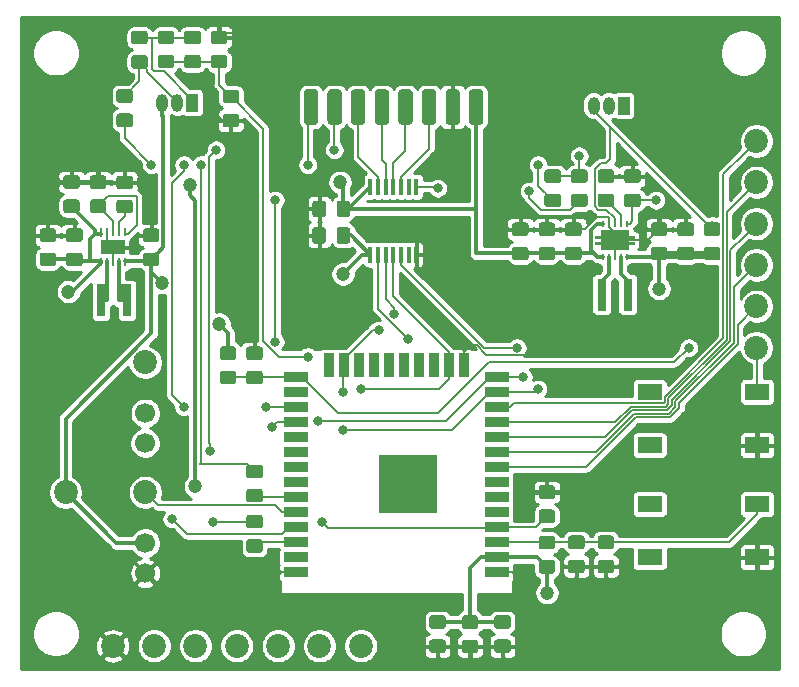
<source format=gtl>
G04 #@! TF.GenerationSoftware,KiCad,Pcbnew,5.1.5-52549c5~84~ubuntu18.04.1*
G04 #@! TF.CreationDate,2019-12-19T12:34:09+01:00*
G04 #@! TF.ProjectId,E-Ink,452d496e-6b2e-46b6-9963-61645f706362,rev?*
G04 #@! TF.SameCoordinates,Original*
G04 #@! TF.FileFunction,Copper,L1,Top*
G04 #@! TF.FilePolarity,Positive*
%FSLAX46Y46*%
G04 Gerber Fmt 4.6, Leading zero omitted, Abs format (unit mm)*
G04 Created by KiCad (PCBNEW 5.1.5-52549c5~84~ubuntu18.04.1) date 2019-12-19 12:34:09*
%MOMM*%
%LPD*%
G04 APERTURE LIST*
%ADD10R,0.250000X0.750000*%
%ADD11R,2.000000X1.200000*%
%ADD12C,0.100000*%
%ADD13C,1.700000*%
%ADD14R,0.800000X2.700000*%
%ADD15C,0.500000*%
%ADD16R,0.240000X0.600000*%
%ADD17R,2.000000X0.900000*%
%ADD18R,0.900000X2.000000*%
%ADD19R,5.000000X5.000000*%
%ADD20R,1.000000X1.500000*%
%ADD21O,1.000000X1.500000*%
%ADD22R,2.100000X1.400000*%
%ADD23C,2.020000*%
%ADD24R,0.350000X1.400000*%
%ADD25C,0.800000*%
%ADD26C,1.200000*%
%ADD27C,0.152400*%
%ADD28C,0.350000*%
%ADD29C,0.254000*%
G04 APERTURE END LIST*
D10*
X109308000Y-62520000D03*
X109308000Y-65020000D03*
X108300000Y-65020000D03*
X107800000Y-62520000D03*
X107300000Y-62520000D03*
D11*
X108304000Y-63774000D03*
D10*
X107300000Y-65020000D03*
X107800000Y-65020000D03*
X108800000Y-65020000D03*
X108800000Y-62520000D03*
X108300000Y-62520000D03*
G04 #@! TA.AperFunction,SMDPad,CuDef*
D12*
G36*
X157274505Y-61671204D02*
G01*
X157298773Y-61674804D01*
X157322572Y-61680765D01*
X157345671Y-61689030D01*
X157367850Y-61699520D01*
X157388893Y-61712132D01*
X157408599Y-61726747D01*
X157426777Y-61743223D01*
X157443253Y-61761401D01*
X157457868Y-61781107D01*
X157470480Y-61802150D01*
X157480970Y-61824329D01*
X157489235Y-61847428D01*
X157495196Y-61871227D01*
X157498796Y-61895495D01*
X157500000Y-61919999D01*
X157500000Y-62570001D01*
X157498796Y-62594505D01*
X157495196Y-62618773D01*
X157489235Y-62642572D01*
X157480970Y-62665671D01*
X157470480Y-62687850D01*
X157457868Y-62708893D01*
X157443253Y-62728599D01*
X157426777Y-62746777D01*
X157408599Y-62763253D01*
X157388893Y-62777868D01*
X157367850Y-62790480D01*
X157345671Y-62800970D01*
X157322572Y-62809235D01*
X157298773Y-62815196D01*
X157274505Y-62818796D01*
X157250001Y-62820000D01*
X156349999Y-62820000D01*
X156325495Y-62818796D01*
X156301227Y-62815196D01*
X156277428Y-62809235D01*
X156254329Y-62800970D01*
X156232150Y-62790480D01*
X156211107Y-62777868D01*
X156191401Y-62763253D01*
X156173223Y-62746777D01*
X156156747Y-62728599D01*
X156142132Y-62708893D01*
X156129520Y-62687850D01*
X156119030Y-62665671D01*
X156110765Y-62642572D01*
X156104804Y-62618773D01*
X156101204Y-62594505D01*
X156100000Y-62570001D01*
X156100000Y-61919999D01*
X156101204Y-61895495D01*
X156104804Y-61871227D01*
X156110765Y-61847428D01*
X156119030Y-61824329D01*
X156129520Y-61802150D01*
X156142132Y-61781107D01*
X156156747Y-61761401D01*
X156173223Y-61743223D01*
X156191401Y-61726747D01*
X156211107Y-61712132D01*
X156232150Y-61699520D01*
X156254329Y-61689030D01*
X156277428Y-61680765D01*
X156301227Y-61674804D01*
X156325495Y-61671204D01*
X156349999Y-61670000D01*
X157250001Y-61670000D01*
X157274505Y-61671204D01*
G37*
G04 #@! TD.AperFunction*
G04 #@! TA.AperFunction,SMDPad,CuDef*
G36*
X157274505Y-63721204D02*
G01*
X157298773Y-63724804D01*
X157322572Y-63730765D01*
X157345671Y-63739030D01*
X157367850Y-63749520D01*
X157388893Y-63762132D01*
X157408599Y-63776747D01*
X157426777Y-63793223D01*
X157443253Y-63811401D01*
X157457868Y-63831107D01*
X157470480Y-63852150D01*
X157480970Y-63874329D01*
X157489235Y-63897428D01*
X157495196Y-63921227D01*
X157498796Y-63945495D01*
X157500000Y-63969999D01*
X157500000Y-64620001D01*
X157498796Y-64644505D01*
X157495196Y-64668773D01*
X157489235Y-64692572D01*
X157480970Y-64715671D01*
X157470480Y-64737850D01*
X157457868Y-64758893D01*
X157443253Y-64778599D01*
X157426777Y-64796777D01*
X157408599Y-64813253D01*
X157388893Y-64827868D01*
X157367850Y-64840480D01*
X157345671Y-64850970D01*
X157322572Y-64859235D01*
X157298773Y-64865196D01*
X157274505Y-64868796D01*
X157250001Y-64870000D01*
X156349999Y-64870000D01*
X156325495Y-64868796D01*
X156301227Y-64865196D01*
X156277428Y-64859235D01*
X156254329Y-64850970D01*
X156232150Y-64840480D01*
X156211107Y-64827868D01*
X156191401Y-64813253D01*
X156173223Y-64796777D01*
X156156747Y-64778599D01*
X156142132Y-64758893D01*
X156129520Y-64737850D01*
X156119030Y-64715671D01*
X156110765Y-64692572D01*
X156104804Y-64668773D01*
X156101204Y-64644505D01*
X156100000Y-64620001D01*
X156100000Y-63969999D01*
X156101204Y-63945495D01*
X156104804Y-63921227D01*
X156110765Y-63897428D01*
X156119030Y-63874329D01*
X156129520Y-63852150D01*
X156142132Y-63831107D01*
X156156747Y-63811401D01*
X156173223Y-63793223D01*
X156191401Y-63776747D01*
X156211107Y-63762132D01*
X156232150Y-63749520D01*
X156254329Y-63739030D01*
X156277428Y-63730765D01*
X156301227Y-63724804D01*
X156325495Y-63721204D01*
X156349999Y-63720000D01*
X157250001Y-63720000D01*
X157274505Y-63721204D01*
G37*
G04 #@! TD.AperFunction*
G04 #@! TA.AperFunction,SMDPad,CuDef*
G36*
X155024505Y-61671204D02*
G01*
X155048773Y-61674804D01*
X155072572Y-61680765D01*
X155095671Y-61689030D01*
X155117850Y-61699520D01*
X155138893Y-61712132D01*
X155158599Y-61726747D01*
X155176777Y-61743223D01*
X155193253Y-61761401D01*
X155207868Y-61781107D01*
X155220480Y-61802150D01*
X155230970Y-61824329D01*
X155239235Y-61847428D01*
X155245196Y-61871227D01*
X155248796Y-61895495D01*
X155250000Y-61919999D01*
X155250000Y-62570001D01*
X155248796Y-62594505D01*
X155245196Y-62618773D01*
X155239235Y-62642572D01*
X155230970Y-62665671D01*
X155220480Y-62687850D01*
X155207868Y-62708893D01*
X155193253Y-62728599D01*
X155176777Y-62746777D01*
X155158599Y-62763253D01*
X155138893Y-62777868D01*
X155117850Y-62790480D01*
X155095671Y-62800970D01*
X155072572Y-62809235D01*
X155048773Y-62815196D01*
X155024505Y-62818796D01*
X155000001Y-62820000D01*
X154099999Y-62820000D01*
X154075495Y-62818796D01*
X154051227Y-62815196D01*
X154027428Y-62809235D01*
X154004329Y-62800970D01*
X153982150Y-62790480D01*
X153961107Y-62777868D01*
X153941401Y-62763253D01*
X153923223Y-62746777D01*
X153906747Y-62728599D01*
X153892132Y-62708893D01*
X153879520Y-62687850D01*
X153869030Y-62665671D01*
X153860765Y-62642572D01*
X153854804Y-62618773D01*
X153851204Y-62594505D01*
X153850000Y-62570001D01*
X153850000Y-61919999D01*
X153851204Y-61895495D01*
X153854804Y-61871227D01*
X153860765Y-61847428D01*
X153869030Y-61824329D01*
X153879520Y-61802150D01*
X153892132Y-61781107D01*
X153906747Y-61761401D01*
X153923223Y-61743223D01*
X153941401Y-61726747D01*
X153961107Y-61712132D01*
X153982150Y-61699520D01*
X154004329Y-61689030D01*
X154027428Y-61680765D01*
X154051227Y-61674804D01*
X154075495Y-61671204D01*
X154099999Y-61670000D01*
X155000001Y-61670000D01*
X155024505Y-61671204D01*
G37*
G04 #@! TD.AperFunction*
G04 #@! TA.AperFunction,SMDPad,CuDef*
G36*
X155024505Y-63721204D02*
G01*
X155048773Y-63724804D01*
X155072572Y-63730765D01*
X155095671Y-63739030D01*
X155117850Y-63749520D01*
X155138893Y-63762132D01*
X155158599Y-63776747D01*
X155176777Y-63793223D01*
X155193253Y-63811401D01*
X155207868Y-63831107D01*
X155220480Y-63852150D01*
X155230970Y-63874329D01*
X155239235Y-63897428D01*
X155245196Y-63921227D01*
X155248796Y-63945495D01*
X155250000Y-63969999D01*
X155250000Y-64620001D01*
X155248796Y-64644505D01*
X155245196Y-64668773D01*
X155239235Y-64692572D01*
X155230970Y-64715671D01*
X155220480Y-64737850D01*
X155207868Y-64758893D01*
X155193253Y-64778599D01*
X155176777Y-64796777D01*
X155158599Y-64813253D01*
X155138893Y-64827868D01*
X155117850Y-64840480D01*
X155095671Y-64850970D01*
X155072572Y-64859235D01*
X155048773Y-64865196D01*
X155024505Y-64868796D01*
X155000001Y-64870000D01*
X154099999Y-64870000D01*
X154075495Y-64868796D01*
X154051227Y-64865196D01*
X154027428Y-64859235D01*
X154004329Y-64850970D01*
X153982150Y-64840480D01*
X153961107Y-64827868D01*
X153941401Y-64813253D01*
X153923223Y-64796777D01*
X153906747Y-64778599D01*
X153892132Y-64758893D01*
X153879520Y-64737850D01*
X153869030Y-64715671D01*
X153860765Y-64692572D01*
X153854804Y-64668773D01*
X153851204Y-64644505D01*
X153850000Y-64620001D01*
X153850000Y-63969999D01*
X153851204Y-63945495D01*
X153854804Y-63921227D01*
X153860765Y-63897428D01*
X153869030Y-63874329D01*
X153879520Y-63852150D01*
X153892132Y-63831107D01*
X153906747Y-63811401D01*
X153923223Y-63793223D01*
X153941401Y-63776747D01*
X153961107Y-63762132D01*
X153982150Y-63749520D01*
X154004329Y-63739030D01*
X154027428Y-63730765D01*
X154051227Y-63724804D01*
X154075495Y-63721204D01*
X154099999Y-63720000D01*
X155000001Y-63720000D01*
X155024505Y-63721204D01*
G37*
G04 #@! TD.AperFunction*
G04 #@! TA.AperFunction,SMDPad,CuDef*
G36*
X112024505Y-62171204D02*
G01*
X112048773Y-62174804D01*
X112072572Y-62180765D01*
X112095671Y-62189030D01*
X112117850Y-62199520D01*
X112138893Y-62212132D01*
X112158599Y-62226747D01*
X112176777Y-62243223D01*
X112193253Y-62261401D01*
X112207868Y-62281107D01*
X112220480Y-62302150D01*
X112230970Y-62324329D01*
X112239235Y-62347428D01*
X112245196Y-62371227D01*
X112248796Y-62395495D01*
X112250000Y-62419999D01*
X112250000Y-63070001D01*
X112248796Y-63094505D01*
X112245196Y-63118773D01*
X112239235Y-63142572D01*
X112230970Y-63165671D01*
X112220480Y-63187850D01*
X112207868Y-63208893D01*
X112193253Y-63228599D01*
X112176777Y-63246777D01*
X112158599Y-63263253D01*
X112138893Y-63277868D01*
X112117850Y-63290480D01*
X112095671Y-63300970D01*
X112072572Y-63309235D01*
X112048773Y-63315196D01*
X112024505Y-63318796D01*
X112000001Y-63320000D01*
X111099999Y-63320000D01*
X111075495Y-63318796D01*
X111051227Y-63315196D01*
X111027428Y-63309235D01*
X111004329Y-63300970D01*
X110982150Y-63290480D01*
X110961107Y-63277868D01*
X110941401Y-63263253D01*
X110923223Y-63246777D01*
X110906747Y-63228599D01*
X110892132Y-63208893D01*
X110879520Y-63187850D01*
X110869030Y-63165671D01*
X110860765Y-63142572D01*
X110854804Y-63118773D01*
X110851204Y-63094505D01*
X110850000Y-63070001D01*
X110850000Y-62419999D01*
X110851204Y-62395495D01*
X110854804Y-62371227D01*
X110860765Y-62347428D01*
X110869030Y-62324329D01*
X110879520Y-62302150D01*
X110892132Y-62281107D01*
X110906747Y-62261401D01*
X110923223Y-62243223D01*
X110941401Y-62226747D01*
X110961107Y-62212132D01*
X110982150Y-62199520D01*
X111004329Y-62189030D01*
X111027428Y-62180765D01*
X111051227Y-62174804D01*
X111075495Y-62171204D01*
X111099999Y-62170000D01*
X112000001Y-62170000D01*
X112024505Y-62171204D01*
G37*
G04 #@! TD.AperFunction*
G04 #@! TA.AperFunction,SMDPad,CuDef*
G36*
X112024505Y-64221204D02*
G01*
X112048773Y-64224804D01*
X112072572Y-64230765D01*
X112095671Y-64239030D01*
X112117850Y-64249520D01*
X112138893Y-64262132D01*
X112158599Y-64276747D01*
X112176777Y-64293223D01*
X112193253Y-64311401D01*
X112207868Y-64331107D01*
X112220480Y-64352150D01*
X112230970Y-64374329D01*
X112239235Y-64397428D01*
X112245196Y-64421227D01*
X112248796Y-64445495D01*
X112250000Y-64469999D01*
X112250000Y-65120001D01*
X112248796Y-65144505D01*
X112245196Y-65168773D01*
X112239235Y-65192572D01*
X112230970Y-65215671D01*
X112220480Y-65237850D01*
X112207868Y-65258893D01*
X112193253Y-65278599D01*
X112176777Y-65296777D01*
X112158599Y-65313253D01*
X112138893Y-65327868D01*
X112117850Y-65340480D01*
X112095671Y-65350970D01*
X112072572Y-65359235D01*
X112048773Y-65365196D01*
X112024505Y-65368796D01*
X112000001Y-65370000D01*
X111099999Y-65370000D01*
X111075495Y-65368796D01*
X111051227Y-65365196D01*
X111027428Y-65359235D01*
X111004329Y-65350970D01*
X110982150Y-65340480D01*
X110961107Y-65327868D01*
X110941401Y-65313253D01*
X110923223Y-65296777D01*
X110906747Y-65278599D01*
X110892132Y-65258893D01*
X110879520Y-65237850D01*
X110869030Y-65215671D01*
X110860765Y-65192572D01*
X110854804Y-65168773D01*
X110851204Y-65144505D01*
X110850000Y-65120001D01*
X110850000Y-64469999D01*
X110851204Y-64445495D01*
X110854804Y-64421227D01*
X110860765Y-64397428D01*
X110869030Y-64374329D01*
X110879520Y-64352150D01*
X110892132Y-64331107D01*
X110906747Y-64311401D01*
X110923223Y-64293223D01*
X110941401Y-64276747D01*
X110961107Y-64262132D01*
X110982150Y-64249520D01*
X111004329Y-64239030D01*
X111027428Y-64230765D01*
X111051227Y-64224804D01*
X111075495Y-64221204D01*
X111099999Y-64220000D01*
X112000001Y-64220000D01*
X112024505Y-64221204D01*
G37*
G04 #@! TD.AperFunction*
G04 #@! TA.AperFunction,SMDPad,CuDef*
G36*
X107524505Y-57671204D02*
G01*
X107548773Y-57674804D01*
X107572572Y-57680765D01*
X107595671Y-57689030D01*
X107617850Y-57699520D01*
X107638893Y-57712132D01*
X107658599Y-57726747D01*
X107676777Y-57743223D01*
X107693253Y-57761401D01*
X107707868Y-57781107D01*
X107720480Y-57802150D01*
X107730970Y-57824329D01*
X107739235Y-57847428D01*
X107745196Y-57871227D01*
X107748796Y-57895495D01*
X107750000Y-57919999D01*
X107750000Y-58570001D01*
X107748796Y-58594505D01*
X107745196Y-58618773D01*
X107739235Y-58642572D01*
X107730970Y-58665671D01*
X107720480Y-58687850D01*
X107707868Y-58708893D01*
X107693253Y-58728599D01*
X107676777Y-58746777D01*
X107658599Y-58763253D01*
X107638893Y-58777868D01*
X107617850Y-58790480D01*
X107595671Y-58800970D01*
X107572572Y-58809235D01*
X107548773Y-58815196D01*
X107524505Y-58818796D01*
X107500001Y-58820000D01*
X106599999Y-58820000D01*
X106575495Y-58818796D01*
X106551227Y-58815196D01*
X106527428Y-58809235D01*
X106504329Y-58800970D01*
X106482150Y-58790480D01*
X106461107Y-58777868D01*
X106441401Y-58763253D01*
X106423223Y-58746777D01*
X106406747Y-58728599D01*
X106392132Y-58708893D01*
X106379520Y-58687850D01*
X106369030Y-58665671D01*
X106360765Y-58642572D01*
X106354804Y-58618773D01*
X106351204Y-58594505D01*
X106350000Y-58570001D01*
X106350000Y-57919999D01*
X106351204Y-57895495D01*
X106354804Y-57871227D01*
X106360765Y-57847428D01*
X106369030Y-57824329D01*
X106379520Y-57802150D01*
X106392132Y-57781107D01*
X106406747Y-57761401D01*
X106423223Y-57743223D01*
X106441401Y-57726747D01*
X106461107Y-57712132D01*
X106482150Y-57699520D01*
X106504329Y-57689030D01*
X106527428Y-57680765D01*
X106551227Y-57674804D01*
X106575495Y-57671204D01*
X106599999Y-57670000D01*
X107500001Y-57670000D01*
X107524505Y-57671204D01*
G37*
G04 #@! TD.AperFunction*
G04 #@! TA.AperFunction,SMDPad,CuDef*
G36*
X107524505Y-59721204D02*
G01*
X107548773Y-59724804D01*
X107572572Y-59730765D01*
X107595671Y-59739030D01*
X107617850Y-59749520D01*
X107638893Y-59762132D01*
X107658599Y-59776747D01*
X107676777Y-59793223D01*
X107693253Y-59811401D01*
X107707868Y-59831107D01*
X107720480Y-59852150D01*
X107730970Y-59874329D01*
X107739235Y-59897428D01*
X107745196Y-59921227D01*
X107748796Y-59945495D01*
X107750000Y-59969999D01*
X107750000Y-60620001D01*
X107748796Y-60644505D01*
X107745196Y-60668773D01*
X107739235Y-60692572D01*
X107730970Y-60715671D01*
X107720480Y-60737850D01*
X107707868Y-60758893D01*
X107693253Y-60778599D01*
X107676777Y-60796777D01*
X107658599Y-60813253D01*
X107638893Y-60827868D01*
X107617850Y-60840480D01*
X107595671Y-60850970D01*
X107572572Y-60859235D01*
X107548773Y-60865196D01*
X107524505Y-60868796D01*
X107500001Y-60870000D01*
X106599999Y-60870000D01*
X106575495Y-60868796D01*
X106551227Y-60865196D01*
X106527428Y-60859235D01*
X106504329Y-60850970D01*
X106482150Y-60840480D01*
X106461107Y-60827868D01*
X106441401Y-60813253D01*
X106423223Y-60796777D01*
X106406747Y-60778599D01*
X106392132Y-60758893D01*
X106379520Y-60737850D01*
X106369030Y-60715671D01*
X106360765Y-60692572D01*
X106354804Y-60668773D01*
X106351204Y-60644505D01*
X106350000Y-60620001D01*
X106350000Y-59969999D01*
X106351204Y-59945495D01*
X106354804Y-59921227D01*
X106360765Y-59897428D01*
X106369030Y-59874329D01*
X106379520Y-59852150D01*
X106392132Y-59831107D01*
X106406747Y-59811401D01*
X106423223Y-59793223D01*
X106441401Y-59776747D01*
X106461107Y-59762132D01*
X106482150Y-59749520D01*
X106504329Y-59739030D01*
X106527428Y-59730765D01*
X106551227Y-59724804D01*
X106575495Y-59721204D01*
X106599999Y-59720000D01*
X107500001Y-59720000D01*
X107524505Y-59721204D01*
G37*
G04 #@! TD.AperFunction*
G04 #@! TA.AperFunction,SMDPad,CuDef*
G36*
X105274505Y-57671204D02*
G01*
X105298773Y-57674804D01*
X105322572Y-57680765D01*
X105345671Y-57689030D01*
X105367850Y-57699520D01*
X105388893Y-57712132D01*
X105408599Y-57726747D01*
X105426777Y-57743223D01*
X105443253Y-57761401D01*
X105457868Y-57781107D01*
X105470480Y-57802150D01*
X105480970Y-57824329D01*
X105489235Y-57847428D01*
X105495196Y-57871227D01*
X105498796Y-57895495D01*
X105500000Y-57919999D01*
X105500000Y-58570001D01*
X105498796Y-58594505D01*
X105495196Y-58618773D01*
X105489235Y-58642572D01*
X105480970Y-58665671D01*
X105470480Y-58687850D01*
X105457868Y-58708893D01*
X105443253Y-58728599D01*
X105426777Y-58746777D01*
X105408599Y-58763253D01*
X105388893Y-58777868D01*
X105367850Y-58790480D01*
X105345671Y-58800970D01*
X105322572Y-58809235D01*
X105298773Y-58815196D01*
X105274505Y-58818796D01*
X105250001Y-58820000D01*
X104349999Y-58820000D01*
X104325495Y-58818796D01*
X104301227Y-58815196D01*
X104277428Y-58809235D01*
X104254329Y-58800970D01*
X104232150Y-58790480D01*
X104211107Y-58777868D01*
X104191401Y-58763253D01*
X104173223Y-58746777D01*
X104156747Y-58728599D01*
X104142132Y-58708893D01*
X104129520Y-58687850D01*
X104119030Y-58665671D01*
X104110765Y-58642572D01*
X104104804Y-58618773D01*
X104101204Y-58594505D01*
X104100000Y-58570001D01*
X104100000Y-57919999D01*
X104101204Y-57895495D01*
X104104804Y-57871227D01*
X104110765Y-57847428D01*
X104119030Y-57824329D01*
X104129520Y-57802150D01*
X104142132Y-57781107D01*
X104156747Y-57761401D01*
X104173223Y-57743223D01*
X104191401Y-57726747D01*
X104211107Y-57712132D01*
X104232150Y-57699520D01*
X104254329Y-57689030D01*
X104277428Y-57680765D01*
X104301227Y-57674804D01*
X104325495Y-57671204D01*
X104349999Y-57670000D01*
X105250001Y-57670000D01*
X105274505Y-57671204D01*
G37*
G04 #@! TD.AperFunction*
G04 #@! TA.AperFunction,SMDPad,CuDef*
G36*
X105274505Y-59721204D02*
G01*
X105298773Y-59724804D01*
X105322572Y-59730765D01*
X105345671Y-59739030D01*
X105367850Y-59749520D01*
X105388893Y-59762132D01*
X105408599Y-59776747D01*
X105426777Y-59793223D01*
X105443253Y-59811401D01*
X105457868Y-59831107D01*
X105470480Y-59852150D01*
X105480970Y-59874329D01*
X105489235Y-59897428D01*
X105495196Y-59921227D01*
X105498796Y-59945495D01*
X105500000Y-59969999D01*
X105500000Y-60620001D01*
X105498796Y-60644505D01*
X105495196Y-60668773D01*
X105489235Y-60692572D01*
X105480970Y-60715671D01*
X105470480Y-60737850D01*
X105457868Y-60758893D01*
X105443253Y-60778599D01*
X105426777Y-60796777D01*
X105408599Y-60813253D01*
X105388893Y-60827868D01*
X105367850Y-60840480D01*
X105345671Y-60850970D01*
X105322572Y-60859235D01*
X105298773Y-60865196D01*
X105274505Y-60868796D01*
X105250001Y-60870000D01*
X104349999Y-60870000D01*
X104325495Y-60868796D01*
X104301227Y-60865196D01*
X104277428Y-60859235D01*
X104254329Y-60850970D01*
X104232150Y-60840480D01*
X104211107Y-60827868D01*
X104191401Y-60813253D01*
X104173223Y-60796777D01*
X104156747Y-60778599D01*
X104142132Y-60758893D01*
X104129520Y-60737850D01*
X104119030Y-60715671D01*
X104110765Y-60692572D01*
X104104804Y-60668773D01*
X104101204Y-60644505D01*
X104100000Y-60620001D01*
X104100000Y-59969999D01*
X104101204Y-59945495D01*
X104104804Y-59921227D01*
X104110765Y-59897428D01*
X104119030Y-59874329D01*
X104129520Y-59852150D01*
X104142132Y-59831107D01*
X104156747Y-59811401D01*
X104173223Y-59793223D01*
X104191401Y-59776747D01*
X104211107Y-59762132D01*
X104232150Y-59749520D01*
X104254329Y-59739030D01*
X104277428Y-59730765D01*
X104301227Y-59724804D01*
X104325495Y-59721204D01*
X104349999Y-59720000D01*
X105250001Y-59720000D01*
X105274505Y-59721204D01*
G37*
G04 #@! TD.AperFunction*
G04 #@! TA.AperFunction,SMDPad,CuDef*
G36*
X145524505Y-61671204D02*
G01*
X145548773Y-61674804D01*
X145572572Y-61680765D01*
X145595671Y-61689030D01*
X145617850Y-61699520D01*
X145638893Y-61712132D01*
X145658599Y-61726747D01*
X145676777Y-61743223D01*
X145693253Y-61761401D01*
X145707868Y-61781107D01*
X145720480Y-61802150D01*
X145730970Y-61824329D01*
X145739235Y-61847428D01*
X145745196Y-61871227D01*
X145748796Y-61895495D01*
X145750000Y-61919999D01*
X145750000Y-62570001D01*
X145748796Y-62594505D01*
X145745196Y-62618773D01*
X145739235Y-62642572D01*
X145730970Y-62665671D01*
X145720480Y-62687850D01*
X145707868Y-62708893D01*
X145693253Y-62728599D01*
X145676777Y-62746777D01*
X145658599Y-62763253D01*
X145638893Y-62777868D01*
X145617850Y-62790480D01*
X145595671Y-62800970D01*
X145572572Y-62809235D01*
X145548773Y-62815196D01*
X145524505Y-62818796D01*
X145500001Y-62820000D01*
X144599999Y-62820000D01*
X144575495Y-62818796D01*
X144551227Y-62815196D01*
X144527428Y-62809235D01*
X144504329Y-62800970D01*
X144482150Y-62790480D01*
X144461107Y-62777868D01*
X144441401Y-62763253D01*
X144423223Y-62746777D01*
X144406747Y-62728599D01*
X144392132Y-62708893D01*
X144379520Y-62687850D01*
X144369030Y-62665671D01*
X144360765Y-62642572D01*
X144354804Y-62618773D01*
X144351204Y-62594505D01*
X144350000Y-62570001D01*
X144350000Y-61919999D01*
X144351204Y-61895495D01*
X144354804Y-61871227D01*
X144360765Y-61847428D01*
X144369030Y-61824329D01*
X144379520Y-61802150D01*
X144392132Y-61781107D01*
X144406747Y-61761401D01*
X144423223Y-61743223D01*
X144441401Y-61726747D01*
X144461107Y-61712132D01*
X144482150Y-61699520D01*
X144504329Y-61689030D01*
X144527428Y-61680765D01*
X144551227Y-61674804D01*
X144575495Y-61671204D01*
X144599999Y-61670000D01*
X145500001Y-61670000D01*
X145524505Y-61671204D01*
G37*
G04 #@! TD.AperFunction*
G04 #@! TA.AperFunction,SMDPad,CuDef*
G36*
X145524505Y-63721204D02*
G01*
X145548773Y-63724804D01*
X145572572Y-63730765D01*
X145595671Y-63739030D01*
X145617850Y-63749520D01*
X145638893Y-63762132D01*
X145658599Y-63776747D01*
X145676777Y-63793223D01*
X145693253Y-63811401D01*
X145707868Y-63831107D01*
X145720480Y-63852150D01*
X145730970Y-63874329D01*
X145739235Y-63897428D01*
X145745196Y-63921227D01*
X145748796Y-63945495D01*
X145750000Y-63969999D01*
X145750000Y-64620001D01*
X145748796Y-64644505D01*
X145745196Y-64668773D01*
X145739235Y-64692572D01*
X145730970Y-64715671D01*
X145720480Y-64737850D01*
X145707868Y-64758893D01*
X145693253Y-64778599D01*
X145676777Y-64796777D01*
X145658599Y-64813253D01*
X145638893Y-64827868D01*
X145617850Y-64840480D01*
X145595671Y-64850970D01*
X145572572Y-64859235D01*
X145548773Y-64865196D01*
X145524505Y-64868796D01*
X145500001Y-64870000D01*
X144599999Y-64870000D01*
X144575495Y-64868796D01*
X144551227Y-64865196D01*
X144527428Y-64859235D01*
X144504329Y-64850970D01*
X144482150Y-64840480D01*
X144461107Y-64827868D01*
X144441401Y-64813253D01*
X144423223Y-64796777D01*
X144406747Y-64778599D01*
X144392132Y-64758893D01*
X144379520Y-64737850D01*
X144369030Y-64715671D01*
X144360765Y-64692572D01*
X144354804Y-64668773D01*
X144351204Y-64644505D01*
X144350000Y-64620001D01*
X144350000Y-63969999D01*
X144351204Y-63945495D01*
X144354804Y-63921227D01*
X144360765Y-63897428D01*
X144369030Y-63874329D01*
X144379520Y-63852150D01*
X144392132Y-63831107D01*
X144406747Y-63811401D01*
X144423223Y-63793223D01*
X144441401Y-63776747D01*
X144461107Y-63762132D01*
X144482150Y-63749520D01*
X144504329Y-63739030D01*
X144527428Y-63730765D01*
X144551227Y-63724804D01*
X144575495Y-63721204D01*
X144599999Y-63720000D01*
X145500001Y-63720000D01*
X145524505Y-63721204D01*
G37*
G04 #@! TD.AperFunction*
G04 #@! TA.AperFunction,SMDPad,CuDef*
G36*
X103274505Y-62171204D02*
G01*
X103298773Y-62174804D01*
X103322572Y-62180765D01*
X103345671Y-62189030D01*
X103367850Y-62199520D01*
X103388893Y-62212132D01*
X103408599Y-62226747D01*
X103426777Y-62243223D01*
X103443253Y-62261401D01*
X103457868Y-62281107D01*
X103470480Y-62302150D01*
X103480970Y-62324329D01*
X103489235Y-62347428D01*
X103495196Y-62371227D01*
X103498796Y-62395495D01*
X103500000Y-62419999D01*
X103500000Y-63070001D01*
X103498796Y-63094505D01*
X103495196Y-63118773D01*
X103489235Y-63142572D01*
X103480970Y-63165671D01*
X103470480Y-63187850D01*
X103457868Y-63208893D01*
X103443253Y-63228599D01*
X103426777Y-63246777D01*
X103408599Y-63263253D01*
X103388893Y-63277868D01*
X103367850Y-63290480D01*
X103345671Y-63300970D01*
X103322572Y-63309235D01*
X103298773Y-63315196D01*
X103274505Y-63318796D01*
X103250001Y-63320000D01*
X102349999Y-63320000D01*
X102325495Y-63318796D01*
X102301227Y-63315196D01*
X102277428Y-63309235D01*
X102254329Y-63300970D01*
X102232150Y-63290480D01*
X102211107Y-63277868D01*
X102191401Y-63263253D01*
X102173223Y-63246777D01*
X102156747Y-63228599D01*
X102142132Y-63208893D01*
X102129520Y-63187850D01*
X102119030Y-63165671D01*
X102110765Y-63142572D01*
X102104804Y-63118773D01*
X102101204Y-63094505D01*
X102100000Y-63070001D01*
X102100000Y-62419999D01*
X102101204Y-62395495D01*
X102104804Y-62371227D01*
X102110765Y-62347428D01*
X102119030Y-62324329D01*
X102129520Y-62302150D01*
X102142132Y-62281107D01*
X102156747Y-62261401D01*
X102173223Y-62243223D01*
X102191401Y-62226747D01*
X102211107Y-62212132D01*
X102232150Y-62199520D01*
X102254329Y-62189030D01*
X102277428Y-62180765D01*
X102301227Y-62174804D01*
X102325495Y-62171204D01*
X102349999Y-62170000D01*
X103250001Y-62170000D01*
X103274505Y-62171204D01*
G37*
G04 #@! TD.AperFunction*
G04 #@! TA.AperFunction,SMDPad,CuDef*
G36*
X103274505Y-64221204D02*
G01*
X103298773Y-64224804D01*
X103322572Y-64230765D01*
X103345671Y-64239030D01*
X103367850Y-64249520D01*
X103388893Y-64262132D01*
X103408599Y-64276747D01*
X103426777Y-64293223D01*
X103443253Y-64311401D01*
X103457868Y-64331107D01*
X103470480Y-64352150D01*
X103480970Y-64374329D01*
X103489235Y-64397428D01*
X103495196Y-64421227D01*
X103498796Y-64445495D01*
X103500000Y-64469999D01*
X103500000Y-65120001D01*
X103498796Y-65144505D01*
X103495196Y-65168773D01*
X103489235Y-65192572D01*
X103480970Y-65215671D01*
X103470480Y-65237850D01*
X103457868Y-65258893D01*
X103443253Y-65278599D01*
X103426777Y-65296777D01*
X103408599Y-65313253D01*
X103388893Y-65327868D01*
X103367850Y-65340480D01*
X103345671Y-65350970D01*
X103322572Y-65359235D01*
X103298773Y-65365196D01*
X103274505Y-65368796D01*
X103250001Y-65370000D01*
X102349999Y-65370000D01*
X102325495Y-65368796D01*
X102301227Y-65365196D01*
X102277428Y-65359235D01*
X102254329Y-65350970D01*
X102232150Y-65340480D01*
X102211107Y-65327868D01*
X102191401Y-65313253D01*
X102173223Y-65296777D01*
X102156747Y-65278599D01*
X102142132Y-65258893D01*
X102129520Y-65237850D01*
X102119030Y-65215671D01*
X102110765Y-65192572D01*
X102104804Y-65168773D01*
X102101204Y-65144505D01*
X102100000Y-65120001D01*
X102100000Y-64469999D01*
X102101204Y-64445495D01*
X102104804Y-64421227D01*
X102110765Y-64397428D01*
X102119030Y-64374329D01*
X102129520Y-64352150D01*
X102142132Y-64331107D01*
X102156747Y-64311401D01*
X102173223Y-64293223D01*
X102191401Y-64276747D01*
X102211107Y-64262132D01*
X102232150Y-64249520D01*
X102254329Y-64239030D01*
X102277428Y-64230765D01*
X102301227Y-64224804D01*
X102325495Y-64221204D01*
X102349999Y-64220000D01*
X103250001Y-64220000D01*
X103274505Y-64221204D01*
G37*
G04 #@! TD.AperFunction*
G04 #@! TA.AperFunction,SMDPad,CuDef*
G36*
X143274505Y-61671204D02*
G01*
X143298773Y-61674804D01*
X143322572Y-61680765D01*
X143345671Y-61689030D01*
X143367850Y-61699520D01*
X143388893Y-61712132D01*
X143408599Y-61726747D01*
X143426777Y-61743223D01*
X143443253Y-61761401D01*
X143457868Y-61781107D01*
X143470480Y-61802150D01*
X143480970Y-61824329D01*
X143489235Y-61847428D01*
X143495196Y-61871227D01*
X143498796Y-61895495D01*
X143500000Y-61919999D01*
X143500000Y-62570001D01*
X143498796Y-62594505D01*
X143495196Y-62618773D01*
X143489235Y-62642572D01*
X143480970Y-62665671D01*
X143470480Y-62687850D01*
X143457868Y-62708893D01*
X143443253Y-62728599D01*
X143426777Y-62746777D01*
X143408599Y-62763253D01*
X143388893Y-62777868D01*
X143367850Y-62790480D01*
X143345671Y-62800970D01*
X143322572Y-62809235D01*
X143298773Y-62815196D01*
X143274505Y-62818796D01*
X143250001Y-62820000D01*
X142349999Y-62820000D01*
X142325495Y-62818796D01*
X142301227Y-62815196D01*
X142277428Y-62809235D01*
X142254329Y-62800970D01*
X142232150Y-62790480D01*
X142211107Y-62777868D01*
X142191401Y-62763253D01*
X142173223Y-62746777D01*
X142156747Y-62728599D01*
X142142132Y-62708893D01*
X142129520Y-62687850D01*
X142119030Y-62665671D01*
X142110765Y-62642572D01*
X142104804Y-62618773D01*
X142101204Y-62594505D01*
X142100000Y-62570001D01*
X142100000Y-61919999D01*
X142101204Y-61895495D01*
X142104804Y-61871227D01*
X142110765Y-61847428D01*
X142119030Y-61824329D01*
X142129520Y-61802150D01*
X142142132Y-61781107D01*
X142156747Y-61761401D01*
X142173223Y-61743223D01*
X142191401Y-61726747D01*
X142211107Y-61712132D01*
X142232150Y-61699520D01*
X142254329Y-61689030D01*
X142277428Y-61680765D01*
X142301227Y-61674804D01*
X142325495Y-61671204D01*
X142349999Y-61670000D01*
X143250001Y-61670000D01*
X143274505Y-61671204D01*
G37*
G04 #@! TD.AperFunction*
G04 #@! TA.AperFunction,SMDPad,CuDef*
G36*
X143274505Y-63721204D02*
G01*
X143298773Y-63724804D01*
X143322572Y-63730765D01*
X143345671Y-63739030D01*
X143367850Y-63749520D01*
X143388893Y-63762132D01*
X143408599Y-63776747D01*
X143426777Y-63793223D01*
X143443253Y-63811401D01*
X143457868Y-63831107D01*
X143470480Y-63852150D01*
X143480970Y-63874329D01*
X143489235Y-63897428D01*
X143495196Y-63921227D01*
X143498796Y-63945495D01*
X143500000Y-63969999D01*
X143500000Y-64620001D01*
X143498796Y-64644505D01*
X143495196Y-64668773D01*
X143489235Y-64692572D01*
X143480970Y-64715671D01*
X143470480Y-64737850D01*
X143457868Y-64758893D01*
X143443253Y-64778599D01*
X143426777Y-64796777D01*
X143408599Y-64813253D01*
X143388893Y-64827868D01*
X143367850Y-64840480D01*
X143345671Y-64850970D01*
X143322572Y-64859235D01*
X143298773Y-64865196D01*
X143274505Y-64868796D01*
X143250001Y-64870000D01*
X142349999Y-64870000D01*
X142325495Y-64868796D01*
X142301227Y-64865196D01*
X142277428Y-64859235D01*
X142254329Y-64850970D01*
X142232150Y-64840480D01*
X142211107Y-64827868D01*
X142191401Y-64813253D01*
X142173223Y-64796777D01*
X142156747Y-64778599D01*
X142142132Y-64758893D01*
X142129520Y-64737850D01*
X142119030Y-64715671D01*
X142110765Y-64692572D01*
X142104804Y-64668773D01*
X142101204Y-64644505D01*
X142100000Y-64620001D01*
X142100000Y-63969999D01*
X142101204Y-63945495D01*
X142104804Y-63921227D01*
X142110765Y-63897428D01*
X142119030Y-63874329D01*
X142129520Y-63852150D01*
X142142132Y-63831107D01*
X142156747Y-63811401D01*
X142173223Y-63793223D01*
X142191401Y-63776747D01*
X142211107Y-63762132D01*
X142232150Y-63749520D01*
X142254329Y-63739030D01*
X142277428Y-63730765D01*
X142301227Y-63724804D01*
X142325495Y-63721204D01*
X142349999Y-63720000D01*
X143250001Y-63720000D01*
X143274505Y-63721204D01*
G37*
G04 #@! TD.AperFunction*
G04 #@! TA.AperFunction,SMDPad,CuDef*
G36*
X105524505Y-62171204D02*
G01*
X105548773Y-62174804D01*
X105572572Y-62180765D01*
X105595671Y-62189030D01*
X105617850Y-62199520D01*
X105638893Y-62212132D01*
X105658599Y-62226747D01*
X105676777Y-62243223D01*
X105693253Y-62261401D01*
X105707868Y-62281107D01*
X105720480Y-62302150D01*
X105730970Y-62324329D01*
X105739235Y-62347428D01*
X105745196Y-62371227D01*
X105748796Y-62395495D01*
X105750000Y-62419999D01*
X105750000Y-63070001D01*
X105748796Y-63094505D01*
X105745196Y-63118773D01*
X105739235Y-63142572D01*
X105730970Y-63165671D01*
X105720480Y-63187850D01*
X105707868Y-63208893D01*
X105693253Y-63228599D01*
X105676777Y-63246777D01*
X105658599Y-63263253D01*
X105638893Y-63277868D01*
X105617850Y-63290480D01*
X105595671Y-63300970D01*
X105572572Y-63309235D01*
X105548773Y-63315196D01*
X105524505Y-63318796D01*
X105500001Y-63320000D01*
X104599999Y-63320000D01*
X104575495Y-63318796D01*
X104551227Y-63315196D01*
X104527428Y-63309235D01*
X104504329Y-63300970D01*
X104482150Y-63290480D01*
X104461107Y-63277868D01*
X104441401Y-63263253D01*
X104423223Y-63246777D01*
X104406747Y-63228599D01*
X104392132Y-63208893D01*
X104379520Y-63187850D01*
X104369030Y-63165671D01*
X104360765Y-63142572D01*
X104354804Y-63118773D01*
X104351204Y-63094505D01*
X104350000Y-63070001D01*
X104350000Y-62419999D01*
X104351204Y-62395495D01*
X104354804Y-62371227D01*
X104360765Y-62347428D01*
X104369030Y-62324329D01*
X104379520Y-62302150D01*
X104392132Y-62281107D01*
X104406747Y-62261401D01*
X104423223Y-62243223D01*
X104441401Y-62226747D01*
X104461107Y-62212132D01*
X104482150Y-62199520D01*
X104504329Y-62189030D01*
X104527428Y-62180765D01*
X104551227Y-62174804D01*
X104575495Y-62171204D01*
X104599999Y-62170000D01*
X105500001Y-62170000D01*
X105524505Y-62171204D01*
G37*
G04 #@! TD.AperFunction*
G04 #@! TA.AperFunction,SMDPad,CuDef*
G36*
X105524505Y-64221204D02*
G01*
X105548773Y-64224804D01*
X105572572Y-64230765D01*
X105595671Y-64239030D01*
X105617850Y-64249520D01*
X105638893Y-64262132D01*
X105658599Y-64276747D01*
X105676777Y-64293223D01*
X105693253Y-64311401D01*
X105707868Y-64331107D01*
X105720480Y-64352150D01*
X105730970Y-64374329D01*
X105739235Y-64397428D01*
X105745196Y-64421227D01*
X105748796Y-64445495D01*
X105750000Y-64469999D01*
X105750000Y-65120001D01*
X105748796Y-65144505D01*
X105745196Y-65168773D01*
X105739235Y-65192572D01*
X105730970Y-65215671D01*
X105720480Y-65237850D01*
X105707868Y-65258893D01*
X105693253Y-65278599D01*
X105676777Y-65296777D01*
X105658599Y-65313253D01*
X105638893Y-65327868D01*
X105617850Y-65340480D01*
X105595671Y-65350970D01*
X105572572Y-65359235D01*
X105548773Y-65365196D01*
X105524505Y-65368796D01*
X105500001Y-65370000D01*
X104599999Y-65370000D01*
X104575495Y-65368796D01*
X104551227Y-65365196D01*
X104527428Y-65359235D01*
X104504329Y-65350970D01*
X104482150Y-65340480D01*
X104461107Y-65327868D01*
X104441401Y-65313253D01*
X104423223Y-65296777D01*
X104406747Y-65278599D01*
X104392132Y-65258893D01*
X104379520Y-65237850D01*
X104369030Y-65215671D01*
X104360765Y-65192572D01*
X104354804Y-65168773D01*
X104351204Y-65144505D01*
X104350000Y-65120001D01*
X104350000Y-64469999D01*
X104351204Y-64445495D01*
X104354804Y-64421227D01*
X104360765Y-64397428D01*
X104369030Y-64374329D01*
X104379520Y-64352150D01*
X104392132Y-64331107D01*
X104406747Y-64311401D01*
X104423223Y-64293223D01*
X104441401Y-64276747D01*
X104461107Y-64262132D01*
X104482150Y-64249520D01*
X104504329Y-64239030D01*
X104527428Y-64230765D01*
X104551227Y-64224804D01*
X104575495Y-64221204D01*
X104599999Y-64220000D01*
X105500001Y-64220000D01*
X105524505Y-64221204D01*
G37*
G04 #@! TD.AperFunction*
G04 #@! TA.AperFunction,SMDPad,CuDef*
G36*
X147774505Y-61671204D02*
G01*
X147798773Y-61674804D01*
X147822572Y-61680765D01*
X147845671Y-61689030D01*
X147867850Y-61699520D01*
X147888893Y-61712132D01*
X147908599Y-61726747D01*
X147926777Y-61743223D01*
X147943253Y-61761401D01*
X147957868Y-61781107D01*
X147970480Y-61802150D01*
X147980970Y-61824329D01*
X147989235Y-61847428D01*
X147995196Y-61871227D01*
X147998796Y-61895495D01*
X148000000Y-61919999D01*
X148000000Y-62570001D01*
X147998796Y-62594505D01*
X147995196Y-62618773D01*
X147989235Y-62642572D01*
X147980970Y-62665671D01*
X147970480Y-62687850D01*
X147957868Y-62708893D01*
X147943253Y-62728599D01*
X147926777Y-62746777D01*
X147908599Y-62763253D01*
X147888893Y-62777868D01*
X147867850Y-62790480D01*
X147845671Y-62800970D01*
X147822572Y-62809235D01*
X147798773Y-62815196D01*
X147774505Y-62818796D01*
X147750001Y-62820000D01*
X146849999Y-62820000D01*
X146825495Y-62818796D01*
X146801227Y-62815196D01*
X146777428Y-62809235D01*
X146754329Y-62800970D01*
X146732150Y-62790480D01*
X146711107Y-62777868D01*
X146691401Y-62763253D01*
X146673223Y-62746777D01*
X146656747Y-62728599D01*
X146642132Y-62708893D01*
X146629520Y-62687850D01*
X146619030Y-62665671D01*
X146610765Y-62642572D01*
X146604804Y-62618773D01*
X146601204Y-62594505D01*
X146600000Y-62570001D01*
X146600000Y-61919999D01*
X146601204Y-61895495D01*
X146604804Y-61871227D01*
X146610765Y-61847428D01*
X146619030Y-61824329D01*
X146629520Y-61802150D01*
X146642132Y-61781107D01*
X146656747Y-61761401D01*
X146673223Y-61743223D01*
X146691401Y-61726747D01*
X146711107Y-61712132D01*
X146732150Y-61699520D01*
X146754329Y-61689030D01*
X146777428Y-61680765D01*
X146801227Y-61674804D01*
X146825495Y-61671204D01*
X146849999Y-61670000D01*
X147750001Y-61670000D01*
X147774505Y-61671204D01*
G37*
G04 #@! TD.AperFunction*
G04 #@! TA.AperFunction,SMDPad,CuDef*
G36*
X147774505Y-63721204D02*
G01*
X147798773Y-63724804D01*
X147822572Y-63730765D01*
X147845671Y-63739030D01*
X147867850Y-63749520D01*
X147888893Y-63762132D01*
X147908599Y-63776747D01*
X147926777Y-63793223D01*
X147943253Y-63811401D01*
X147957868Y-63831107D01*
X147970480Y-63852150D01*
X147980970Y-63874329D01*
X147989235Y-63897428D01*
X147995196Y-63921227D01*
X147998796Y-63945495D01*
X148000000Y-63969999D01*
X148000000Y-64620001D01*
X147998796Y-64644505D01*
X147995196Y-64668773D01*
X147989235Y-64692572D01*
X147980970Y-64715671D01*
X147970480Y-64737850D01*
X147957868Y-64758893D01*
X147943253Y-64778599D01*
X147926777Y-64796777D01*
X147908599Y-64813253D01*
X147888893Y-64827868D01*
X147867850Y-64840480D01*
X147845671Y-64850970D01*
X147822572Y-64859235D01*
X147798773Y-64865196D01*
X147774505Y-64868796D01*
X147750001Y-64870000D01*
X146849999Y-64870000D01*
X146825495Y-64868796D01*
X146801227Y-64865196D01*
X146777428Y-64859235D01*
X146754329Y-64850970D01*
X146732150Y-64840480D01*
X146711107Y-64827868D01*
X146691401Y-64813253D01*
X146673223Y-64796777D01*
X146656747Y-64778599D01*
X146642132Y-64758893D01*
X146629520Y-64737850D01*
X146619030Y-64715671D01*
X146610765Y-64692572D01*
X146604804Y-64668773D01*
X146601204Y-64644505D01*
X146600000Y-64620001D01*
X146600000Y-63969999D01*
X146601204Y-63945495D01*
X146604804Y-63921227D01*
X146610765Y-63897428D01*
X146619030Y-63874329D01*
X146629520Y-63852150D01*
X146642132Y-63831107D01*
X146656747Y-63811401D01*
X146673223Y-63793223D01*
X146691401Y-63776747D01*
X146711107Y-63762132D01*
X146732150Y-63749520D01*
X146754329Y-63739030D01*
X146777428Y-63730765D01*
X146801227Y-63724804D01*
X146825495Y-63721204D01*
X146849999Y-63720000D01*
X147750001Y-63720000D01*
X147774505Y-63721204D01*
G37*
G04 #@! TD.AperFunction*
G04 #@! TA.AperFunction,SMDPad,CuDef*
G36*
X113274505Y-47471204D02*
G01*
X113298773Y-47474804D01*
X113322572Y-47480765D01*
X113345671Y-47489030D01*
X113367850Y-47499520D01*
X113388893Y-47512132D01*
X113408599Y-47526747D01*
X113426777Y-47543223D01*
X113443253Y-47561401D01*
X113457868Y-47581107D01*
X113470480Y-47602150D01*
X113480970Y-47624329D01*
X113489235Y-47647428D01*
X113495196Y-47671227D01*
X113498796Y-47695495D01*
X113500000Y-47719999D01*
X113500000Y-48370001D01*
X113498796Y-48394505D01*
X113495196Y-48418773D01*
X113489235Y-48442572D01*
X113480970Y-48465671D01*
X113470480Y-48487850D01*
X113457868Y-48508893D01*
X113443253Y-48528599D01*
X113426777Y-48546777D01*
X113408599Y-48563253D01*
X113388893Y-48577868D01*
X113367850Y-48590480D01*
X113345671Y-48600970D01*
X113322572Y-48609235D01*
X113298773Y-48615196D01*
X113274505Y-48618796D01*
X113250001Y-48620000D01*
X112349999Y-48620000D01*
X112325495Y-48618796D01*
X112301227Y-48615196D01*
X112277428Y-48609235D01*
X112254329Y-48600970D01*
X112232150Y-48590480D01*
X112211107Y-48577868D01*
X112191401Y-48563253D01*
X112173223Y-48546777D01*
X112156747Y-48528599D01*
X112142132Y-48508893D01*
X112129520Y-48487850D01*
X112119030Y-48465671D01*
X112110765Y-48442572D01*
X112104804Y-48418773D01*
X112101204Y-48394505D01*
X112100000Y-48370001D01*
X112100000Y-47719999D01*
X112101204Y-47695495D01*
X112104804Y-47671227D01*
X112110765Y-47647428D01*
X112119030Y-47624329D01*
X112129520Y-47602150D01*
X112142132Y-47581107D01*
X112156747Y-47561401D01*
X112173223Y-47543223D01*
X112191401Y-47526747D01*
X112211107Y-47512132D01*
X112232150Y-47499520D01*
X112254329Y-47489030D01*
X112277428Y-47480765D01*
X112301227Y-47474804D01*
X112325495Y-47471204D01*
X112349999Y-47470000D01*
X113250001Y-47470000D01*
X113274505Y-47471204D01*
G37*
G04 #@! TD.AperFunction*
G04 #@! TA.AperFunction,SMDPad,CuDef*
G36*
X113274505Y-45421204D02*
G01*
X113298773Y-45424804D01*
X113322572Y-45430765D01*
X113345671Y-45439030D01*
X113367850Y-45449520D01*
X113388893Y-45462132D01*
X113408599Y-45476747D01*
X113426777Y-45493223D01*
X113443253Y-45511401D01*
X113457868Y-45531107D01*
X113470480Y-45552150D01*
X113480970Y-45574329D01*
X113489235Y-45597428D01*
X113495196Y-45621227D01*
X113498796Y-45645495D01*
X113500000Y-45669999D01*
X113500000Y-46320001D01*
X113498796Y-46344505D01*
X113495196Y-46368773D01*
X113489235Y-46392572D01*
X113480970Y-46415671D01*
X113470480Y-46437850D01*
X113457868Y-46458893D01*
X113443253Y-46478599D01*
X113426777Y-46496777D01*
X113408599Y-46513253D01*
X113388893Y-46527868D01*
X113367850Y-46540480D01*
X113345671Y-46550970D01*
X113322572Y-46559235D01*
X113298773Y-46565196D01*
X113274505Y-46568796D01*
X113250001Y-46570000D01*
X112349999Y-46570000D01*
X112325495Y-46568796D01*
X112301227Y-46565196D01*
X112277428Y-46559235D01*
X112254329Y-46550970D01*
X112232150Y-46540480D01*
X112211107Y-46527868D01*
X112191401Y-46513253D01*
X112173223Y-46496777D01*
X112156747Y-46478599D01*
X112142132Y-46458893D01*
X112129520Y-46437850D01*
X112119030Y-46415671D01*
X112110765Y-46392572D01*
X112104804Y-46368773D01*
X112101204Y-46344505D01*
X112100000Y-46320001D01*
X112100000Y-45669999D01*
X112101204Y-45645495D01*
X112104804Y-45621227D01*
X112110765Y-45597428D01*
X112119030Y-45574329D01*
X112129520Y-45552150D01*
X112142132Y-45531107D01*
X112156747Y-45511401D01*
X112173223Y-45493223D01*
X112191401Y-45476747D01*
X112211107Y-45462132D01*
X112232150Y-45449520D01*
X112254329Y-45439030D01*
X112277428Y-45430765D01*
X112301227Y-45424804D01*
X112325495Y-45421204D01*
X112349999Y-45420000D01*
X113250001Y-45420000D01*
X113274505Y-45421204D01*
G37*
G04 #@! TD.AperFunction*
G04 #@! TA.AperFunction,SMDPad,CuDef*
G36*
X117774505Y-45421204D02*
G01*
X117798773Y-45424804D01*
X117822572Y-45430765D01*
X117845671Y-45439030D01*
X117867850Y-45449520D01*
X117888893Y-45462132D01*
X117908599Y-45476747D01*
X117926777Y-45493223D01*
X117943253Y-45511401D01*
X117957868Y-45531107D01*
X117970480Y-45552150D01*
X117980970Y-45574329D01*
X117989235Y-45597428D01*
X117995196Y-45621227D01*
X117998796Y-45645495D01*
X118000000Y-45669999D01*
X118000000Y-46320001D01*
X117998796Y-46344505D01*
X117995196Y-46368773D01*
X117989235Y-46392572D01*
X117980970Y-46415671D01*
X117970480Y-46437850D01*
X117957868Y-46458893D01*
X117943253Y-46478599D01*
X117926777Y-46496777D01*
X117908599Y-46513253D01*
X117888893Y-46527868D01*
X117867850Y-46540480D01*
X117845671Y-46550970D01*
X117822572Y-46559235D01*
X117798773Y-46565196D01*
X117774505Y-46568796D01*
X117750001Y-46570000D01*
X116849999Y-46570000D01*
X116825495Y-46568796D01*
X116801227Y-46565196D01*
X116777428Y-46559235D01*
X116754329Y-46550970D01*
X116732150Y-46540480D01*
X116711107Y-46527868D01*
X116691401Y-46513253D01*
X116673223Y-46496777D01*
X116656747Y-46478599D01*
X116642132Y-46458893D01*
X116629520Y-46437850D01*
X116619030Y-46415671D01*
X116610765Y-46392572D01*
X116604804Y-46368773D01*
X116601204Y-46344505D01*
X116600000Y-46320001D01*
X116600000Y-45669999D01*
X116601204Y-45645495D01*
X116604804Y-45621227D01*
X116610765Y-45597428D01*
X116619030Y-45574329D01*
X116629520Y-45552150D01*
X116642132Y-45531107D01*
X116656747Y-45511401D01*
X116673223Y-45493223D01*
X116691401Y-45476747D01*
X116711107Y-45462132D01*
X116732150Y-45449520D01*
X116754329Y-45439030D01*
X116777428Y-45430765D01*
X116801227Y-45424804D01*
X116825495Y-45421204D01*
X116849999Y-45420000D01*
X117750001Y-45420000D01*
X117774505Y-45421204D01*
G37*
G04 #@! TD.AperFunction*
G04 #@! TA.AperFunction,SMDPad,CuDef*
G36*
X117774505Y-47471204D02*
G01*
X117798773Y-47474804D01*
X117822572Y-47480765D01*
X117845671Y-47489030D01*
X117867850Y-47499520D01*
X117888893Y-47512132D01*
X117908599Y-47526747D01*
X117926777Y-47543223D01*
X117943253Y-47561401D01*
X117957868Y-47581107D01*
X117970480Y-47602150D01*
X117980970Y-47624329D01*
X117989235Y-47647428D01*
X117995196Y-47671227D01*
X117998796Y-47695495D01*
X118000000Y-47719999D01*
X118000000Y-48370001D01*
X117998796Y-48394505D01*
X117995196Y-48418773D01*
X117989235Y-48442572D01*
X117980970Y-48465671D01*
X117970480Y-48487850D01*
X117957868Y-48508893D01*
X117943253Y-48528599D01*
X117926777Y-48546777D01*
X117908599Y-48563253D01*
X117888893Y-48577868D01*
X117867850Y-48590480D01*
X117845671Y-48600970D01*
X117822572Y-48609235D01*
X117798773Y-48615196D01*
X117774505Y-48618796D01*
X117750001Y-48620000D01*
X116849999Y-48620000D01*
X116825495Y-48618796D01*
X116801227Y-48615196D01*
X116777428Y-48609235D01*
X116754329Y-48600970D01*
X116732150Y-48590480D01*
X116711107Y-48577868D01*
X116691401Y-48563253D01*
X116673223Y-48546777D01*
X116656747Y-48528599D01*
X116642132Y-48508893D01*
X116629520Y-48487850D01*
X116619030Y-48465671D01*
X116610765Y-48442572D01*
X116604804Y-48418773D01*
X116601204Y-48394505D01*
X116600000Y-48370001D01*
X116600000Y-47719999D01*
X116601204Y-47695495D01*
X116604804Y-47671227D01*
X116610765Y-47647428D01*
X116619030Y-47624329D01*
X116629520Y-47602150D01*
X116642132Y-47581107D01*
X116656747Y-47561401D01*
X116673223Y-47543223D01*
X116691401Y-47526747D01*
X116711107Y-47512132D01*
X116732150Y-47499520D01*
X116754329Y-47489030D01*
X116777428Y-47480765D01*
X116801227Y-47474804D01*
X116825495Y-47471204D01*
X116849999Y-47470000D01*
X117750001Y-47470000D01*
X117774505Y-47471204D01*
G37*
G04 #@! TD.AperFunction*
G04 #@! TA.AperFunction,SMDPad,CuDef*
G36*
X148024505Y-90221204D02*
G01*
X148048773Y-90224804D01*
X148072572Y-90230765D01*
X148095671Y-90239030D01*
X148117850Y-90249520D01*
X148138893Y-90262132D01*
X148158599Y-90276747D01*
X148176777Y-90293223D01*
X148193253Y-90311401D01*
X148207868Y-90331107D01*
X148220480Y-90352150D01*
X148230970Y-90374329D01*
X148239235Y-90397428D01*
X148245196Y-90421227D01*
X148248796Y-90445495D01*
X148250000Y-90469999D01*
X148250000Y-91120001D01*
X148248796Y-91144505D01*
X148245196Y-91168773D01*
X148239235Y-91192572D01*
X148230970Y-91215671D01*
X148220480Y-91237850D01*
X148207868Y-91258893D01*
X148193253Y-91278599D01*
X148176777Y-91296777D01*
X148158599Y-91313253D01*
X148138893Y-91327868D01*
X148117850Y-91340480D01*
X148095671Y-91350970D01*
X148072572Y-91359235D01*
X148048773Y-91365196D01*
X148024505Y-91368796D01*
X148000001Y-91370000D01*
X147099999Y-91370000D01*
X147075495Y-91368796D01*
X147051227Y-91365196D01*
X147027428Y-91359235D01*
X147004329Y-91350970D01*
X146982150Y-91340480D01*
X146961107Y-91327868D01*
X146941401Y-91313253D01*
X146923223Y-91296777D01*
X146906747Y-91278599D01*
X146892132Y-91258893D01*
X146879520Y-91237850D01*
X146869030Y-91215671D01*
X146860765Y-91192572D01*
X146854804Y-91168773D01*
X146851204Y-91144505D01*
X146850000Y-91120001D01*
X146850000Y-90469999D01*
X146851204Y-90445495D01*
X146854804Y-90421227D01*
X146860765Y-90397428D01*
X146869030Y-90374329D01*
X146879520Y-90352150D01*
X146892132Y-90331107D01*
X146906747Y-90311401D01*
X146923223Y-90293223D01*
X146941401Y-90276747D01*
X146961107Y-90262132D01*
X146982150Y-90249520D01*
X147004329Y-90239030D01*
X147027428Y-90230765D01*
X147051227Y-90224804D01*
X147075495Y-90221204D01*
X147099999Y-90220000D01*
X148000001Y-90220000D01*
X148024505Y-90221204D01*
G37*
G04 #@! TD.AperFunction*
G04 #@! TA.AperFunction,SMDPad,CuDef*
G36*
X148024505Y-88171204D02*
G01*
X148048773Y-88174804D01*
X148072572Y-88180765D01*
X148095671Y-88189030D01*
X148117850Y-88199520D01*
X148138893Y-88212132D01*
X148158599Y-88226747D01*
X148176777Y-88243223D01*
X148193253Y-88261401D01*
X148207868Y-88281107D01*
X148220480Y-88302150D01*
X148230970Y-88324329D01*
X148239235Y-88347428D01*
X148245196Y-88371227D01*
X148248796Y-88395495D01*
X148250000Y-88419999D01*
X148250000Y-89070001D01*
X148248796Y-89094505D01*
X148245196Y-89118773D01*
X148239235Y-89142572D01*
X148230970Y-89165671D01*
X148220480Y-89187850D01*
X148207868Y-89208893D01*
X148193253Y-89228599D01*
X148176777Y-89246777D01*
X148158599Y-89263253D01*
X148138893Y-89277868D01*
X148117850Y-89290480D01*
X148095671Y-89300970D01*
X148072572Y-89309235D01*
X148048773Y-89315196D01*
X148024505Y-89318796D01*
X148000001Y-89320000D01*
X147099999Y-89320000D01*
X147075495Y-89318796D01*
X147051227Y-89315196D01*
X147027428Y-89309235D01*
X147004329Y-89300970D01*
X146982150Y-89290480D01*
X146961107Y-89277868D01*
X146941401Y-89263253D01*
X146923223Y-89246777D01*
X146906747Y-89228599D01*
X146892132Y-89208893D01*
X146879520Y-89187850D01*
X146869030Y-89165671D01*
X146860765Y-89142572D01*
X146854804Y-89118773D01*
X146851204Y-89094505D01*
X146850000Y-89070001D01*
X146850000Y-88419999D01*
X146851204Y-88395495D01*
X146854804Y-88371227D01*
X146860765Y-88347428D01*
X146869030Y-88324329D01*
X146879520Y-88302150D01*
X146892132Y-88281107D01*
X146906747Y-88261401D01*
X146923223Y-88243223D01*
X146941401Y-88226747D01*
X146961107Y-88212132D01*
X146982150Y-88199520D01*
X147004329Y-88189030D01*
X147027428Y-88180765D01*
X147051227Y-88174804D01*
X147075495Y-88171204D01*
X147099999Y-88170000D01*
X148000001Y-88170000D01*
X148024505Y-88171204D01*
G37*
G04 #@! TD.AperFunction*
G04 #@! TA.AperFunction,SMDPad,CuDef*
G36*
X145524505Y-83921204D02*
G01*
X145548773Y-83924804D01*
X145572572Y-83930765D01*
X145595671Y-83939030D01*
X145617850Y-83949520D01*
X145638893Y-83962132D01*
X145658599Y-83976747D01*
X145676777Y-83993223D01*
X145693253Y-84011401D01*
X145707868Y-84031107D01*
X145720480Y-84052150D01*
X145730970Y-84074329D01*
X145739235Y-84097428D01*
X145745196Y-84121227D01*
X145748796Y-84145495D01*
X145750000Y-84169999D01*
X145750000Y-84820001D01*
X145748796Y-84844505D01*
X145745196Y-84868773D01*
X145739235Y-84892572D01*
X145730970Y-84915671D01*
X145720480Y-84937850D01*
X145707868Y-84958893D01*
X145693253Y-84978599D01*
X145676777Y-84996777D01*
X145658599Y-85013253D01*
X145638893Y-85027868D01*
X145617850Y-85040480D01*
X145595671Y-85050970D01*
X145572572Y-85059235D01*
X145548773Y-85065196D01*
X145524505Y-85068796D01*
X145500001Y-85070000D01*
X144599999Y-85070000D01*
X144575495Y-85068796D01*
X144551227Y-85065196D01*
X144527428Y-85059235D01*
X144504329Y-85050970D01*
X144482150Y-85040480D01*
X144461107Y-85027868D01*
X144441401Y-85013253D01*
X144423223Y-84996777D01*
X144406747Y-84978599D01*
X144392132Y-84958893D01*
X144379520Y-84937850D01*
X144369030Y-84915671D01*
X144360765Y-84892572D01*
X144354804Y-84868773D01*
X144351204Y-84844505D01*
X144350000Y-84820001D01*
X144350000Y-84169999D01*
X144351204Y-84145495D01*
X144354804Y-84121227D01*
X144360765Y-84097428D01*
X144369030Y-84074329D01*
X144379520Y-84052150D01*
X144392132Y-84031107D01*
X144406747Y-84011401D01*
X144423223Y-83993223D01*
X144441401Y-83976747D01*
X144461107Y-83962132D01*
X144482150Y-83949520D01*
X144504329Y-83939030D01*
X144527428Y-83930765D01*
X144551227Y-83924804D01*
X144575495Y-83921204D01*
X144599999Y-83920000D01*
X145500001Y-83920000D01*
X145524505Y-83921204D01*
G37*
G04 #@! TD.AperFunction*
G04 #@! TA.AperFunction,SMDPad,CuDef*
G36*
X145524505Y-85971204D02*
G01*
X145548773Y-85974804D01*
X145572572Y-85980765D01*
X145595671Y-85989030D01*
X145617850Y-85999520D01*
X145638893Y-86012132D01*
X145658599Y-86026747D01*
X145676777Y-86043223D01*
X145693253Y-86061401D01*
X145707868Y-86081107D01*
X145720480Y-86102150D01*
X145730970Y-86124329D01*
X145739235Y-86147428D01*
X145745196Y-86171227D01*
X145748796Y-86195495D01*
X145750000Y-86219999D01*
X145750000Y-86870001D01*
X145748796Y-86894505D01*
X145745196Y-86918773D01*
X145739235Y-86942572D01*
X145730970Y-86965671D01*
X145720480Y-86987850D01*
X145707868Y-87008893D01*
X145693253Y-87028599D01*
X145676777Y-87046777D01*
X145658599Y-87063253D01*
X145638893Y-87077868D01*
X145617850Y-87090480D01*
X145595671Y-87100970D01*
X145572572Y-87109235D01*
X145548773Y-87115196D01*
X145524505Y-87118796D01*
X145500001Y-87120000D01*
X144599999Y-87120000D01*
X144575495Y-87118796D01*
X144551227Y-87115196D01*
X144527428Y-87109235D01*
X144504329Y-87100970D01*
X144482150Y-87090480D01*
X144461107Y-87077868D01*
X144441401Y-87063253D01*
X144423223Y-87046777D01*
X144406747Y-87028599D01*
X144392132Y-87008893D01*
X144379520Y-86987850D01*
X144369030Y-86965671D01*
X144360765Y-86942572D01*
X144354804Y-86918773D01*
X144351204Y-86894505D01*
X144350000Y-86870001D01*
X144350000Y-86219999D01*
X144351204Y-86195495D01*
X144354804Y-86171227D01*
X144360765Y-86147428D01*
X144369030Y-86124329D01*
X144379520Y-86102150D01*
X144392132Y-86081107D01*
X144406747Y-86061401D01*
X144423223Y-86043223D01*
X144441401Y-86026747D01*
X144461107Y-86012132D01*
X144482150Y-85999520D01*
X144504329Y-85989030D01*
X144527428Y-85980765D01*
X144551227Y-85974804D01*
X144575495Y-85971204D01*
X144599999Y-85970000D01*
X145500001Y-85970000D01*
X145524505Y-85971204D01*
G37*
G04 #@! TD.AperFunction*
G04 #@! TA.AperFunction,SMDPad,CuDef*
G36*
X136274505Y-96971204D02*
G01*
X136298773Y-96974804D01*
X136322572Y-96980765D01*
X136345671Y-96989030D01*
X136367850Y-96999520D01*
X136388893Y-97012132D01*
X136408599Y-97026747D01*
X136426777Y-97043223D01*
X136443253Y-97061401D01*
X136457868Y-97081107D01*
X136470480Y-97102150D01*
X136480970Y-97124329D01*
X136489235Y-97147428D01*
X136495196Y-97171227D01*
X136498796Y-97195495D01*
X136500000Y-97219999D01*
X136500000Y-97870001D01*
X136498796Y-97894505D01*
X136495196Y-97918773D01*
X136489235Y-97942572D01*
X136480970Y-97965671D01*
X136470480Y-97987850D01*
X136457868Y-98008893D01*
X136443253Y-98028599D01*
X136426777Y-98046777D01*
X136408599Y-98063253D01*
X136388893Y-98077868D01*
X136367850Y-98090480D01*
X136345671Y-98100970D01*
X136322572Y-98109235D01*
X136298773Y-98115196D01*
X136274505Y-98118796D01*
X136250001Y-98120000D01*
X135349999Y-98120000D01*
X135325495Y-98118796D01*
X135301227Y-98115196D01*
X135277428Y-98109235D01*
X135254329Y-98100970D01*
X135232150Y-98090480D01*
X135211107Y-98077868D01*
X135191401Y-98063253D01*
X135173223Y-98046777D01*
X135156747Y-98028599D01*
X135142132Y-98008893D01*
X135129520Y-97987850D01*
X135119030Y-97965671D01*
X135110765Y-97942572D01*
X135104804Y-97918773D01*
X135101204Y-97894505D01*
X135100000Y-97870001D01*
X135100000Y-97219999D01*
X135101204Y-97195495D01*
X135104804Y-97171227D01*
X135110765Y-97147428D01*
X135119030Y-97124329D01*
X135129520Y-97102150D01*
X135142132Y-97081107D01*
X135156747Y-97061401D01*
X135173223Y-97043223D01*
X135191401Y-97026747D01*
X135211107Y-97012132D01*
X135232150Y-96999520D01*
X135254329Y-96989030D01*
X135277428Y-96980765D01*
X135301227Y-96974804D01*
X135325495Y-96971204D01*
X135349999Y-96970000D01*
X136250001Y-96970000D01*
X136274505Y-96971204D01*
G37*
G04 #@! TD.AperFunction*
G04 #@! TA.AperFunction,SMDPad,CuDef*
G36*
X136274505Y-94921204D02*
G01*
X136298773Y-94924804D01*
X136322572Y-94930765D01*
X136345671Y-94939030D01*
X136367850Y-94949520D01*
X136388893Y-94962132D01*
X136408599Y-94976747D01*
X136426777Y-94993223D01*
X136443253Y-95011401D01*
X136457868Y-95031107D01*
X136470480Y-95052150D01*
X136480970Y-95074329D01*
X136489235Y-95097428D01*
X136495196Y-95121227D01*
X136498796Y-95145495D01*
X136500000Y-95169999D01*
X136500000Y-95820001D01*
X136498796Y-95844505D01*
X136495196Y-95868773D01*
X136489235Y-95892572D01*
X136480970Y-95915671D01*
X136470480Y-95937850D01*
X136457868Y-95958893D01*
X136443253Y-95978599D01*
X136426777Y-95996777D01*
X136408599Y-96013253D01*
X136388893Y-96027868D01*
X136367850Y-96040480D01*
X136345671Y-96050970D01*
X136322572Y-96059235D01*
X136298773Y-96065196D01*
X136274505Y-96068796D01*
X136250001Y-96070000D01*
X135349999Y-96070000D01*
X135325495Y-96068796D01*
X135301227Y-96065196D01*
X135277428Y-96059235D01*
X135254329Y-96050970D01*
X135232150Y-96040480D01*
X135211107Y-96027868D01*
X135191401Y-96013253D01*
X135173223Y-95996777D01*
X135156747Y-95978599D01*
X135142132Y-95958893D01*
X135129520Y-95937850D01*
X135119030Y-95915671D01*
X135110765Y-95892572D01*
X135104804Y-95868773D01*
X135101204Y-95844505D01*
X135100000Y-95820001D01*
X135100000Y-95169999D01*
X135101204Y-95145495D01*
X135104804Y-95121227D01*
X135110765Y-95097428D01*
X135119030Y-95074329D01*
X135129520Y-95052150D01*
X135142132Y-95031107D01*
X135156747Y-95011401D01*
X135173223Y-94993223D01*
X135191401Y-94976747D01*
X135211107Y-94962132D01*
X135232150Y-94949520D01*
X135254329Y-94939030D01*
X135277428Y-94930765D01*
X135301227Y-94924804D01*
X135325495Y-94921204D01*
X135349999Y-94920000D01*
X136250001Y-94920000D01*
X136274505Y-94921204D01*
G37*
G04 #@! TD.AperFunction*
G04 #@! TA.AperFunction,SMDPad,CuDef*
G36*
X139024505Y-96996204D02*
G01*
X139048773Y-96999804D01*
X139072572Y-97005765D01*
X139095671Y-97014030D01*
X139117850Y-97024520D01*
X139138893Y-97037132D01*
X139158599Y-97051747D01*
X139176777Y-97068223D01*
X139193253Y-97086401D01*
X139207868Y-97106107D01*
X139220480Y-97127150D01*
X139230970Y-97149329D01*
X139239235Y-97172428D01*
X139245196Y-97196227D01*
X139248796Y-97220495D01*
X139250000Y-97244999D01*
X139250000Y-97895001D01*
X139248796Y-97919505D01*
X139245196Y-97943773D01*
X139239235Y-97967572D01*
X139230970Y-97990671D01*
X139220480Y-98012850D01*
X139207868Y-98033893D01*
X139193253Y-98053599D01*
X139176777Y-98071777D01*
X139158599Y-98088253D01*
X139138893Y-98102868D01*
X139117850Y-98115480D01*
X139095671Y-98125970D01*
X139072572Y-98134235D01*
X139048773Y-98140196D01*
X139024505Y-98143796D01*
X139000001Y-98145000D01*
X138099999Y-98145000D01*
X138075495Y-98143796D01*
X138051227Y-98140196D01*
X138027428Y-98134235D01*
X138004329Y-98125970D01*
X137982150Y-98115480D01*
X137961107Y-98102868D01*
X137941401Y-98088253D01*
X137923223Y-98071777D01*
X137906747Y-98053599D01*
X137892132Y-98033893D01*
X137879520Y-98012850D01*
X137869030Y-97990671D01*
X137860765Y-97967572D01*
X137854804Y-97943773D01*
X137851204Y-97919505D01*
X137850000Y-97895001D01*
X137850000Y-97244999D01*
X137851204Y-97220495D01*
X137854804Y-97196227D01*
X137860765Y-97172428D01*
X137869030Y-97149329D01*
X137879520Y-97127150D01*
X137892132Y-97106107D01*
X137906747Y-97086401D01*
X137923223Y-97068223D01*
X137941401Y-97051747D01*
X137961107Y-97037132D01*
X137982150Y-97024520D01*
X138004329Y-97014030D01*
X138027428Y-97005765D01*
X138051227Y-96999804D01*
X138075495Y-96996204D01*
X138099999Y-96995000D01*
X139000001Y-96995000D01*
X139024505Y-96996204D01*
G37*
G04 #@! TD.AperFunction*
G04 #@! TA.AperFunction,SMDPad,CuDef*
G36*
X139024505Y-94946204D02*
G01*
X139048773Y-94949804D01*
X139072572Y-94955765D01*
X139095671Y-94964030D01*
X139117850Y-94974520D01*
X139138893Y-94987132D01*
X139158599Y-95001747D01*
X139176777Y-95018223D01*
X139193253Y-95036401D01*
X139207868Y-95056107D01*
X139220480Y-95077150D01*
X139230970Y-95099329D01*
X139239235Y-95122428D01*
X139245196Y-95146227D01*
X139248796Y-95170495D01*
X139250000Y-95194999D01*
X139250000Y-95845001D01*
X139248796Y-95869505D01*
X139245196Y-95893773D01*
X139239235Y-95917572D01*
X139230970Y-95940671D01*
X139220480Y-95962850D01*
X139207868Y-95983893D01*
X139193253Y-96003599D01*
X139176777Y-96021777D01*
X139158599Y-96038253D01*
X139138893Y-96052868D01*
X139117850Y-96065480D01*
X139095671Y-96075970D01*
X139072572Y-96084235D01*
X139048773Y-96090196D01*
X139024505Y-96093796D01*
X139000001Y-96095000D01*
X138099999Y-96095000D01*
X138075495Y-96093796D01*
X138051227Y-96090196D01*
X138027428Y-96084235D01*
X138004329Y-96075970D01*
X137982150Y-96065480D01*
X137961107Y-96052868D01*
X137941401Y-96038253D01*
X137923223Y-96021777D01*
X137906747Y-96003599D01*
X137892132Y-95983893D01*
X137879520Y-95962850D01*
X137869030Y-95940671D01*
X137860765Y-95917572D01*
X137854804Y-95893773D01*
X137851204Y-95869505D01*
X137850000Y-95845001D01*
X137850000Y-95194999D01*
X137851204Y-95170495D01*
X137854804Y-95146227D01*
X137860765Y-95122428D01*
X137869030Y-95099329D01*
X137879520Y-95077150D01*
X137892132Y-95056107D01*
X137906747Y-95036401D01*
X137923223Y-95018223D01*
X137941401Y-95001747D01*
X137961107Y-94987132D01*
X137982150Y-94974520D01*
X138004329Y-94964030D01*
X138027428Y-94955765D01*
X138051227Y-94949804D01*
X138075495Y-94946204D01*
X138099999Y-94945000D01*
X139000001Y-94945000D01*
X139024505Y-94946204D01*
G37*
G04 #@! TD.AperFunction*
G04 #@! TA.AperFunction,SMDPad,CuDef*
G36*
X141774505Y-96971204D02*
G01*
X141798773Y-96974804D01*
X141822572Y-96980765D01*
X141845671Y-96989030D01*
X141867850Y-96999520D01*
X141888893Y-97012132D01*
X141908599Y-97026747D01*
X141926777Y-97043223D01*
X141943253Y-97061401D01*
X141957868Y-97081107D01*
X141970480Y-97102150D01*
X141980970Y-97124329D01*
X141989235Y-97147428D01*
X141995196Y-97171227D01*
X141998796Y-97195495D01*
X142000000Y-97219999D01*
X142000000Y-97870001D01*
X141998796Y-97894505D01*
X141995196Y-97918773D01*
X141989235Y-97942572D01*
X141980970Y-97965671D01*
X141970480Y-97987850D01*
X141957868Y-98008893D01*
X141943253Y-98028599D01*
X141926777Y-98046777D01*
X141908599Y-98063253D01*
X141888893Y-98077868D01*
X141867850Y-98090480D01*
X141845671Y-98100970D01*
X141822572Y-98109235D01*
X141798773Y-98115196D01*
X141774505Y-98118796D01*
X141750001Y-98120000D01*
X140849999Y-98120000D01*
X140825495Y-98118796D01*
X140801227Y-98115196D01*
X140777428Y-98109235D01*
X140754329Y-98100970D01*
X140732150Y-98090480D01*
X140711107Y-98077868D01*
X140691401Y-98063253D01*
X140673223Y-98046777D01*
X140656747Y-98028599D01*
X140642132Y-98008893D01*
X140629520Y-97987850D01*
X140619030Y-97965671D01*
X140610765Y-97942572D01*
X140604804Y-97918773D01*
X140601204Y-97894505D01*
X140600000Y-97870001D01*
X140600000Y-97219999D01*
X140601204Y-97195495D01*
X140604804Y-97171227D01*
X140610765Y-97147428D01*
X140619030Y-97124329D01*
X140629520Y-97102150D01*
X140642132Y-97081107D01*
X140656747Y-97061401D01*
X140673223Y-97043223D01*
X140691401Y-97026747D01*
X140711107Y-97012132D01*
X140732150Y-96999520D01*
X140754329Y-96989030D01*
X140777428Y-96980765D01*
X140801227Y-96974804D01*
X140825495Y-96971204D01*
X140849999Y-96970000D01*
X141750001Y-96970000D01*
X141774505Y-96971204D01*
G37*
G04 #@! TD.AperFunction*
G04 #@! TA.AperFunction,SMDPad,CuDef*
G36*
X141774505Y-94921204D02*
G01*
X141798773Y-94924804D01*
X141822572Y-94930765D01*
X141845671Y-94939030D01*
X141867850Y-94949520D01*
X141888893Y-94962132D01*
X141908599Y-94976747D01*
X141926777Y-94993223D01*
X141943253Y-95011401D01*
X141957868Y-95031107D01*
X141970480Y-95052150D01*
X141980970Y-95074329D01*
X141989235Y-95097428D01*
X141995196Y-95121227D01*
X141998796Y-95145495D01*
X142000000Y-95169999D01*
X142000000Y-95820001D01*
X141998796Y-95844505D01*
X141995196Y-95868773D01*
X141989235Y-95892572D01*
X141980970Y-95915671D01*
X141970480Y-95937850D01*
X141957868Y-95958893D01*
X141943253Y-95978599D01*
X141926777Y-95996777D01*
X141908599Y-96013253D01*
X141888893Y-96027868D01*
X141867850Y-96040480D01*
X141845671Y-96050970D01*
X141822572Y-96059235D01*
X141798773Y-96065196D01*
X141774505Y-96068796D01*
X141750001Y-96070000D01*
X140849999Y-96070000D01*
X140825495Y-96068796D01*
X140801227Y-96065196D01*
X140777428Y-96059235D01*
X140754329Y-96050970D01*
X140732150Y-96040480D01*
X140711107Y-96027868D01*
X140691401Y-96013253D01*
X140673223Y-95996777D01*
X140656747Y-95978599D01*
X140642132Y-95958893D01*
X140629520Y-95937850D01*
X140619030Y-95915671D01*
X140610765Y-95892572D01*
X140604804Y-95868773D01*
X140601204Y-95844505D01*
X140600000Y-95820001D01*
X140600000Y-95169999D01*
X140601204Y-95145495D01*
X140604804Y-95121227D01*
X140610765Y-95097428D01*
X140619030Y-95074329D01*
X140629520Y-95052150D01*
X140642132Y-95031107D01*
X140656747Y-95011401D01*
X140673223Y-94993223D01*
X140691401Y-94976747D01*
X140711107Y-94962132D01*
X140732150Y-94949520D01*
X140754329Y-94939030D01*
X140777428Y-94930765D01*
X140801227Y-94924804D01*
X140825495Y-94921204D01*
X140849999Y-94920000D01*
X141750001Y-94920000D01*
X141774505Y-94921204D01*
G37*
G04 #@! TD.AperFunction*
G04 #@! TA.AperFunction,SMDPad,CuDef*
G36*
X128174505Y-62071204D02*
G01*
X128198773Y-62074804D01*
X128222572Y-62080765D01*
X128245671Y-62089030D01*
X128267850Y-62099520D01*
X128288893Y-62112132D01*
X128308599Y-62126747D01*
X128326777Y-62143223D01*
X128343253Y-62161401D01*
X128357868Y-62181107D01*
X128370480Y-62202150D01*
X128380970Y-62224329D01*
X128389235Y-62247428D01*
X128395196Y-62271227D01*
X128398796Y-62295495D01*
X128400000Y-62319999D01*
X128400000Y-63220001D01*
X128398796Y-63244505D01*
X128395196Y-63268773D01*
X128389235Y-63292572D01*
X128380970Y-63315671D01*
X128370480Y-63337850D01*
X128357868Y-63358893D01*
X128343253Y-63378599D01*
X128326777Y-63396777D01*
X128308599Y-63413253D01*
X128288893Y-63427868D01*
X128267850Y-63440480D01*
X128245671Y-63450970D01*
X128222572Y-63459235D01*
X128198773Y-63465196D01*
X128174505Y-63468796D01*
X128150001Y-63470000D01*
X127499999Y-63470000D01*
X127475495Y-63468796D01*
X127451227Y-63465196D01*
X127427428Y-63459235D01*
X127404329Y-63450970D01*
X127382150Y-63440480D01*
X127361107Y-63427868D01*
X127341401Y-63413253D01*
X127323223Y-63396777D01*
X127306747Y-63378599D01*
X127292132Y-63358893D01*
X127279520Y-63337850D01*
X127269030Y-63315671D01*
X127260765Y-63292572D01*
X127254804Y-63268773D01*
X127251204Y-63244505D01*
X127250000Y-63220001D01*
X127250000Y-62319999D01*
X127251204Y-62295495D01*
X127254804Y-62271227D01*
X127260765Y-62247428D01*
X127269030Y-62224329D01*
X127279520Y-62202150D01*
X127292132Y-62181107D01*
X127306747Y-62161401D01*
X127323223Y-62143223D01*
X127341401Y-62126747D01*
X127361107Y-62112132D01*
X127382150Y-62099520D01*
X127404329Y-62089030D01*
X127427428Y-62080765D01*
X127451227Y-62074804D01*
X127475495Y-62071204D01*
X127499999Y-62070000D01*
X128150001Y-62070000D01*
X128174505Y-62071204D01*
G37*
G04 #@! TD.AperFunction*
G04 #@! TA.AperFunction,SMDPad,CuDef*
G36*
X126124505Y-62071204D02*
G01*
X126148773Y-62074804D01*
X126172572Y-62080765D01*
X126195671Y-62089030D01*
X126217850Y-62099520D01*
X126238893Y-62112132D01*
X126258599Y-62126747D01*
X126276777Y-62143223D01*
X126293253Y-62161401D01*
X126307868Y-62181107D01*
X126320480Y-62202150D01*
X126330970Y-62224329D01*
X126339235Y-62247428D01*
X126345196Y-62271227D01*
X126348796Y-62295495D01*
X126350000Y-62319999D01*
X126350000Y-63220001D01*
X126348796Y-63244505D01*
X126345196Y-63268773D01*
X126339235Y-63292572D01*
X126330970Y-63315671D01*
X126320480Y-63337850D01*
X126307868Y-63358893D01*
X126293253Y-63378599D01*
X126276777Y-63396777D01*
X126258599Y-63413253D01*
X126238893Y-63427868D01*
X126217850Y-63440480D01*
X126195671Y-63450970D01*
X126172572Y-63459235D01*
X126148773Y-63465196D01*
X126124505Y-63468796D01*
X126100001Y-63470000D01*
X125449999Y-63470000D01*
X125425495Y-63468796D01*
X125401227Y-63465196D01*
X125377428Y-63459235D01*
X125354329Y-63450970D01*
X125332150Y-63440480D01*
X125311107Y-63427868D01*
X125291401Y-63413253D01*
X125273223Y-63396777D01*
X125256747Y-63378599D01*
X125242132Y-63358893D01*
X125229520Y-63337850D01*
X125219030Y-63315671D01*
X125210765Y-63292572D01*
X125204804Y-63268773D01*
X125201204Y-63244505D01*
X125200000Y-63220001D01*
X125200000Y-62319999D01*
X125201204Y-62295495D01*
X125204804Y-62271227D01*
X125210765Y-62247428D01*
X125219030Y-62224329D01*
X125229520Y-62202150D01*
X125242132Y-62181107D01*
X125256747Y-62161401D01*
X125273223Y-62143223D01*
X125291401Y-62126747D01*
X125311107Y-62112132D01*
X125332150Y-62099520D01*
X125354329Y-62089030D01*
X125377428Y-62080765D01*
X125401227Y-62074804D01*
X125425495Y-62071204D01*
X125449999Y-62070000D01*
X126100001Y-62070000D01*
X126124505Y-62071204D01*
G37*
G04 #@! TD.AperFunction*
G04 #@! TA.AperFunction,SMDPad,CuDef*
G36*
X126124505Y-59821204D02*
G01*
X126148773Y-59824804D01*
X126172572Y-59830765D01*
X126195671Y-59839030D01*
X126217850Y-59849520D01*
X126238893Y-59862132D01*
X126258599Y-59876747D01*
X126276777Y-59893223D01*
X126293253Y-59911401D01*
X126307868Y-59931107D01*
X126320480Y-59952150D01*
X126330970Y-59974329D01*
X126339235Y-59997428D01*
X126345196Y-60021227D01*
X126348796Y-60045495D01*
X126350000Y-60069999D01*
X126350000Y-60970001D01*
X126348796Y-60994505D01*
X126345196Y-61018773D01*
X126339235Y-61042572D01*
X126330970Y-61065671D01*
X126320480Y-61087850D01*
X126307868Y-61108893D01*
X126293253Y-61128599D01*
X126276777Y-61146777D01*
X126258599Y-61163253D01*
X126238893Y-61177868D01*
X126217850Y-61190480D01*
X126195671Y-61200970D01*
X126172572Y-61209235D01*
X126148773Y-61215196D01*
X126124505Y-61218796D01*
X126100001Y-61220000D01*
X125449999Y-61220000D01*
X125425495Y-61218796D01*
X125401227Y-61215196D01*
X125377428Y-61209235D01*
X125354329Y-61200970D01*
X125332150Y-61190480D01*
X125311107Y-61177868D01*
X125291401Y-61163253D01*
X125273223Y-61146777D01*
X125256747Y-61128599D01*
X125242132Y-61108893D01*
X125229520Y-61087850D01*
X125219030Y-61065671D01*
X125210765Y-61042572D01*
X125204804Y-61018773D01*
X125201204Y-60994505D01*
X125200000Y-60970001D01*
X125200000Y-60069999D01*
X125201204Y-60045495D01*
X125204804Y-60021227D01*
X125210765Y-59997428D01*
X125219030Y-59974329D01*
X125229520Y-59952150D01*
X125242132Y-59931107D01*
X125256747Y-59911401D01*
X125273223Y-59893223D01*
X125291401Y-59876747D01*
X125311107Y-59862132D01*
X125332150Y-59849520D01*
X125354329Y-59839030D01*
X125377428Y-59830765D01*
X125401227Y-59824804D01*
X125425495Y-59821204D01*
X125449999Y-59820000D01*
X126100001Y-59820000D01*
X126124505Y-59821204D01*
G37*
G04 #@! TD.AperFunction*
G04 #@! TA.AperFunction,SMDPad,CuDef*
G36*
X128174505Y-59821204D02*
G01*
X128198773Y-59824804D01*
X128222572Y-59830765D01*
X128245671Y-59839030D01*
X128267850Y-59849520D01*
X128288893Y-59862132D01*
X128308599Y-59876747D01*
X128326777Y-59893223D01*
X128343253Y-59911401D01*
X128357868Y-59931107D01*
X128370480Y-59952150D01*
X128380970Y-59974329D01*
X128389235Y-59997428D01*
X128395196Y-60021227D01*
X128398796Y-60045495D01*
X128400000Y-60069999D01*
X128400000Y-60970001D01*
X128398796Y-60994505D01*
X128395196Y-61018773D01*
X128389235Y-61042572D01*
X128380970Y-61065671D01*
X128370480Y-61087850D01*
X128357868Y-61108893D01*
X128343253Y-61128599D01*
X128326777Y-61146777D01*
X128308599Y-61163253D01*
X128288893Y-61177868D01*
X128267850Y-61190480D01*
X128245671Y-61200970D01*
X128222572Y-61209235D01*
X128198773Y-61215196D01*
X128174505Y-61218796D01*
X128150001Y-61220000D01*
X127499999Y-61220000D01*
X127475495Y-61218796D01*
X127451227Y-61215196D01*
X127427428Y-61209235D01*
X127404329Y-61200970D01*
X127382150Y-61190480D01*
X127361107Y-61177868D01*
X127341401Y-61163253D01*
X127323223Y-61146777D01*
X127306747Y-61128599D01*
X127292132Y-61108893D01*
X127279520Y-61087850D01*
X127269030Y-61065671D01*
X127260765Y-61042572D01*
X127254804Y-61018773D01*
X127251204Y-60994505D01*
X127250000Y-60970001D01*
X127250000Y-60069999D01*
X127251204Y-60045495D01*
X127254804Y-60021227D01*
X127260765Y-59997428D01*
X127269030Y-59974329D01*
X127279520Y-59952150D01*
X127292132Y-59931107D01*
X127306747Y-59911401D01*
X127323223Y-59893223D01*
X127341401Y-59876747D01*
X127361107Y-59862132D01*
X127382150Y-59849520D01*
X127404329Y-59839030D01*
X127427428Y-59830765D01*
X127451227Y-59824804D01*
X127475495Y-59821204D01*
X127499999Y-59820000D01*
X128150001Y-59820000D01*
X128174505Y-59821204D01*
G37*
G04 #@! TD.AperFunction*
G04 #@! TA.AperFunction,SMDPad,CuDef*
G36*
X150524505Y-90221204D02*
G01*
X150548773Y-90224804D01*
X150572572Y-90230765D01*
X150595671Y-90239030D01*
X150617850Y-90249520D01*
X150638893Y-90262132D01*
X150658599Y-90276747D01*
X150676777Y-90293223D01*
X150693253Y-90311401D01*
X150707868Y-90331107D01*
X150720480Y-90352150D01*
X150730970Y-90374329D01*
X150739235Y-90397428D01*
X150745196Y-90421227D01*
X150748796Y-90445495D01*
X150750000Y-90469999D01*
X150750000Y-91120001D01*
X150748796Y-91144505D01*
X150745196Y-91168773D01*
X150739235Y-91192572D01*
X150730970Y-91215671D01*
X150720480Y-91237850D01*
X150707868Y-91258893D01*
X150693253Y-91278599D01*
X150676777Y-91296777D01*
X150658599Y-91313253D01*
X150638893Y-91327868D01*
X150617850Y-91340480D01*
X150595671Y-91350970D01*
X150572572Y-91359235D01*
X150548773Y-91365196D01*
X150524505Y-91368796D01*
X150500001Y-91370000D01*
X149599999Y-91370000D01*
X149575495Y-91368796D01*
X149551227Y-91365196D01*
X149527428Y-91359235D01*
X149504329Y-91350970D01*
X149482150Y-91340480D01*
X149461107Y-91327868D01*
X149441401Y-91313253D01*
X149423223Y-91296777D01*
X149406747Y-91278599D01*
X149392132Y-91258893D01*
X149379520Y-91237850D01*
X149369030Y-91215671D01*
X149360765Y-91192572D01*
X149354804Y-91168773D01*
X149351204Y-91144505D01*
X149350000Y-91120001D01*
X149350000Y-90469999D01*
X149351204Y-90445495D01*
X149354804Y-90421227D01*
X149360765Y-90397428D01*
X149369030Y-90374329D01*
X149379520Y-90352150D01*
X149392132Y-90331107D01*
X149406747Y-90311401D01*
X149423223Y-90293223D01*
X149441401Y-90276747D01*
X149461107Y-90262132D01*
X149482150Y-90249520D01*
X149504329Y-90239030D01*
X149527428Y-90230765D01*
X149551227Y-90224804D01*
X149575495Y-90221204D01*
X149599999Y-90220000D01*
X150500001Y-90220000D01*
X150524505Y-90221204D01*
G37*
G04 #@! TD.AperFunction*
G04 #@! TA.AperFunction,SMDPad,CuDef*
G36*
X150524505Y-88171204D02*
G01*
X150548773Y-88174804D01*
X150572572Y-88180765D01*
X150595671Y-88189030D01*
X150617850Y-88199520D01*
X150638893Y-88212132D01*
X150658599Y-88226747D01*
X150676777Y-88243223D01*
X150693253Y-88261401D01*
X150707868Y-88281107D01*
X150720480Y-88302150D01*
X150730970Y-88324329D01*
X150739235Y-88347428D01*
X150745196Y-88371227D01*
X150748796Y-88395495D01*
X150750000Y-88419999D01*
X150750000Y-89070001D01*
X150748796Y-89094505D01*
X150745196Y-89118773D01*
X150739235Y-89142572D01*
X150730970Y-89165671D01*
X150720480Y-89187850D01*
X150707868Y-89208893D01*
X150693253Y-89228599D01*
X150676777Y-89246777D01*
X150658599Y-89263253D01*
X150638893Y-89277868D01*
X150617850Y-89290480D01*
X150595671Y-89300970D01*
X150572572Y-89309235D01*
X150548773Y-89315196D01*
X150524505Y-89318796D01*
X150500001Y-89320000D01*
X149599999Y-89320000D01*
X149575495Y-89318796D01*
X149551227Y-89315196D01*
X149527428Y-89309235D01*
X149504329Y-89300970D01*
X149482150Y-89290480D01*
X149461107Y-89277868D01*
X149441401Y-89263253D01*
X149423223Y-89246777D01*
X149406747Y-89228599D01*
X149392132Y-89208893D01*
X149379520Y-89187850D01*
X149369030Y-89165671D01*
X149360765Y-89142572D01*
X149354804Y-89118773D01*
X149351204Y-89094505D01*
X149350000Y-89070001D01*
X149350000Y-88419999D01*
X149351204Y-88395495D01*
X149354804Y-88371227D01*
X149360765Y-88347428D01*
X149369030Y-88324329D01*
X149379520Y-88302150D01*
X149392132Y-88281107D01*
X149406747Y-88261401D01*
X149423223Y-88243223D01*
X149441401Y-88226747D01*
X149461107Y-88212132D01*
X149482150Y-88199520D01*
X149504329Y-88189030D01*
X149527428Y-88180765D01*
X149551227Y-88174804D01*
X149575495Y-88171204D01*
X149599999Y-88170000D01*
X150500001Y-88170000D01*
X150524505Y-88171204D01*
G37*
G04 #@! TD.AperFunction*
G04 #@! TA.AperFunction,SMDPad,CuDef*
G36*
X120774505Y-72171204D02*
G01*
X120798773Y-72174804D01*
X120822572Y-72180765D01*
X120845671Y-72189030D01*
X120867850Y-72199520D01*
X120888893Y-72212132D01*
X120908599Y-72226747D01*
X120926777Y-72243223D01*
X120943253Y-72261401D01*
X120957868Y-72281107D01*
X120970480Y-72302150D01*
X120980970Y-72324329D01*
X120989235Y-72347428D01*
X120995196Y-72371227D01*
X120998796Y-72395495D01*
X121000000Y-72419999D01*
X121000000Y-73070001D01*
X120998796Y-73094505D01*
X120995196Y-73118773D01*
X120989235Y-73142572D01*
X120980970Y-73165671D01*
X120970480Y-73187850D01*
X120957868Y-73208893D01*
X120943253Y-73228599D01*
X120926777Y-73246777D01*
X120908599Y-73263253D01*
X120888893Y-73277868D01*
X120867850Y-73290480D01*
X120845671Y-73300970D01*
X120822572Y-73309235D01*
X120798773Y-73315196D01*
X120774505Y-73318796D01*
X120750001Y-73320000D01*
X119849999Y-73320000D01*
X119825495Y-73318796D01*
X119801227Y-73315196D01*
X119777428Y-73309235D01*
X119754329Y-73300970D01*
X119732150Y-73290480D01*
X119711107Y-73277868D01*
X119691401Y-73263253D01*
X119673223Y-73246777D01*
X119656747Y-73228599D01*
X119642132Y-73208893D01*
X119629520Y-73187850D01*
X119619030Y-73165671D01*
X119610765Y-73142572D01*
X119604804Y-73118773D01*
X119601204Y-73094505D01*
X119600000Y-73070001D01*
X119600000Y-72419999D01*
X119601204Y-72395495D01*
X119604804Y-72371227D01*
X119610765Y-72347428D01*
X119619030Y-72324329D01*
X119629520Y-72302150D01*
X119642132Y-72281107D01*
X119656747Y-72261401D01*
X119673223Y-72243223D01*
X119691401Y-72226747D01*
X119711107Y-72212132D01*
X119732150Y-72199520D01*
X119754329Y-72189030D01*
X119777428Y-72180765D01*
X119801227Y-72174804D01*
X119825495Y-72171204D01*
X119849999Y-72170000D01*
X120750001Y-72170000D01*
X120774505Y-72171204D01*
G37*
G04 #@! TD.AperFunction*
G04 #@! TA.AperFunction,SMDPad,CuDef*
G36*
X120774505Y-74221204D02*
G01*
X120798773Y-74224804D01*
X120822572Y-74230765D01*
X120845671Y-74239030D01*
X120867850Y-74249520D01*
X120888893Y-74262132D01*
X120908599Y-74276747D01*
X120926777Y-74293223D01*
X120943253Y-74311401D01*
X120957868Y-74331107D01*
X120970480Y-74352150D01*
X120980970Y-74374329D01*
X120989235Y-74397428D01*
X120995196Y-74421227D01*
X120998796Y-74445495D01*
X121000000Y-74469999D01*
X121000000Y-75120001D01*
X120998796Y-75144505D01*
X120995196Y-75168773D01*
X120989235Y-75192572D01*
X120980970Y-75215671D01*
X120970480Y-75237850D01*
X120957868Y-75258893D01*
X120943253Y-75278599D01*
X120926777Y-75296777D01*
X120908599Y-75313253D01*
X120888893Y-75327868D01*
X120867850Y-75340480D01*
X120845671Y-75350970D01*
X120822572Y-75359235D01*
X120798773Y-75365196D01*
X120774505Y-75368796D01*
X120750001Y-75370000D01*
X119849999Y-75370000D01*
X119825495Y-75368796D01*
X119801227Y-75365196D01*
X119777428Y-75359235D01*
X119754329Y-75350970D01*
X119732150Y-75340480D01*
X119711107Y-75327868D01*
X119691401Y-75313253D01*
X119673223Y-75296777D01*
X119656747Y-75278599D01*
X119642132Y-75258893D01*
X119629520Y-75237850D01*
X119619030Y-75215671D01*
X119610765Y-75192572D01*
X119604804Y-75168773D01*
X119601204Y-75144505D01*
X119600000Y-75120001D01*
X119600000Y-74469999D01*
X119601204Y-74445495D01*
X119604804Y-74421227D01*
X119610765Y-74397428D01*
X119619030Y-74374329D01*
X119629520Y-74352150D01*
X119642132Y-74331107D01*
X119656747Y-74311401D01*
X119673223Y-74293223D01*
X119691401Y-74276747D01*
X119711107Y-74262132D01*
X119732150Y-74249520D01*
X119754329Y-74239030D01*
X119777428Y-74230765D01*
X119801227Y-74224804D01*
X119825495Y-74221204D01*
X119849999Y-74220000D01*
X120750001Y-74220000D01*
X120774505Y-74221204D01*
G37*
G04 #@! TD.AperFunction*
G04 #@! TA.AperFunction,SMDPad,CuDef*
G36*
X139409405Y-50393945D02*
G01*
X139438527Y-50398264D01*
X139467085Y-50405418D01*
X139494805Y-50415336D01*
X139521419Y-50427924D01*
X139546671Y-50443059D01*
X139570318Y-50460597D01*
X139592132Y-50480368D01*
X139611903Y-50502182D01*
X139629441Y-50525829D01*
X139644576Y-50551081D01*
X139657164Y-50577695D01*
X139667082Y-50605415D01*
X139674236Y-50633973D01*
X139678555Y-50663095D01*
X139680000Y-50692500D01*
X139680000Y-53092500D01*
X139678555Y-53121905D01*
X139674236Y-53151027D01*
X139667082Y-53179585D01*
X139657164Y-53207305D01*
X139644576Y-53233919D01*
X139629441Y-53259171D01*
X139611903Y-53282818D01*
X139592132Y-53304632D01*
X139570318Y-53324403D01*
X139546671Y-53341941D01*
X139521419Y-53357076D01*
X139494805Y-53369664D01*
X139467085Y-53379582D01*
X139438527Y-53386736D01*
X139409405Y-53391055D01*
X139380000Y-53392500D01*
X138780000Y-53392500D01*
X138750595Y-53391055D01*
X138721473Y-53386736D01*
X138692915Y-53379582D01*
X138665195Y-53369664D01*
X138638581Y-53357076D01*
X138613329Y-53341941D01*
X138589682Y-53324403D01*
X138567868Y-53304632D01*
X138548097Y-53282818D01*
X138530559Y-53259171D01*
X138515424Y-53233919D01*
X138502836Y-53207305D01*
X138492918Y-53179585D01*
X138485764Y-53151027D01*
X138481445Y-53121905D01*
X138480000Y-53092500D01*
X138480000Y-50692500D01*
X138481445Y-50663095D01*
X138485764Y-50633973D01*
X138492918Y-50605415D01*
X138502836Y-50577695D01*
X138515424Y-50551081D01*
X138530559Y-50525829D01*
X138548097Y-50502182D01*
X138567868Y-50480368D01*
X138589682Y-50460597D01*
X138613329Y-50443059D01*
X138638581Y-50427924D01*
X138665195Y-50415336D01*
X138692915Y-50405418D01*
X138721473Y-50398264D01*
X138750595Y-50393945D01*
X138780000Y-50392500D01*
X139380000Y-50392500D01*
X139409405Y-50393945D01*
G37*
G04 #@! TD.AperFunction*
G04 #@! TA.AperFunction,SMDPad,CuDef*
G36*
X137409405Y-50393945D02*
G01*
X137438527Y-50398264D01*
X137467085Y-50405418D01*
X137494805Y-50415336D01*
X137521419Y-50427924D01*
X137546671Y-50443059D01*
X137570318Y-50460597D01*
X137592132Y-50480368D01*
X137611903Y-50502182D01*
X137629441Y-50525829D01*
X137644576Y-50551081D01*
X137657164Y-50577695D01*
X137667082Y-50605415D01*
X137674236Y-50633973D01*
X137678555Y-50663095D01*
X137680000Y-50692500D01*
X137680000Y-53092500D01*
X137678555Y-53121905D01*
X137674236Y-53151027D01*
X137667082Y-53179585D01*
X137657164Y-53207305D01*
X137644576Y-53233919D01*
X137629441Y-53259171D01*
X137611903Y-53282818D01*
X137592132Y-53304632D01*
X137570318Y-53324403D01*
X137546671Y-53341941D01*
X137521419Y-53357076D01*
X137494805Y-53369664D01*
X137467085Y-53379582D01*
X137438527Y-53386736D01*
X137409405Y-53391055D01*
X137380000Y-53392500D01*
X136780000Y-53392500D01*
X136750595Y-53391055D01*
X136721473Y-53386736D01*
X136692915Y-53379582D01*
X136665195Y-53369664D01*
X136638581Y-53357076D01*
X136613329Y-53341941D01*
X136589682Y-53324403D01*
X136567868Y-53304632D01*
X136548097Y-53282818D01*
X136530559Y-53259171D01*
X136515424Y-53233919D01*
X136502836Y-53207305D01*
X136492918Y-53179585D01*
X136485764Y-53151027D01*
X136481445Y-53121905D01*
X136480000Y-53092500D01*
X136480000Y-50692500D01*
X136481445Y-50663095D01*
X136485764Y-50633973D01*
X136492918Y-50605415D01*
X136502836Y-50577695D01*
X136515424Y-50551081D01*
X136530559Y-50525829D01*
X136548097Y-50502182D01*
X136567868Y-50480368D01*
X136589682Y-50460597D01*
X136613329Y-50443059D01*
X136638581Y-50427924D01*
X136665195Y-50415336D01*
X136692915Y-50405418D01*
X136721473Y-50398264D01*
X136750595Y-50393945D01*
X136780000Y-50392500D01*
X137380000Y-50392500D01*
X137409405Y-50393945D01*
G37*
G04 #@! TD.AperFunction*
G04 #@! TA.AperFunction,SMDPad,CuDef*
G36*
X135409405Y-50393945D02*
G01*
X135438527Y-50398264D01*
X135467085Y-50405418D01*
X135494805Y-50415336D01*
X135521419Y-50427924D01*
X135546671Y-50443059D01*
X135570318Y-50460597D01*
X135592132Y-50480368D01*
X135611903Y-50502182D01*
X135629441Y-50525829D01*
X135644576Y-50551081D01*
X135657164Y-50577695D01*
X135667082Y-50605415D01*
X135674236Y-50633973D01*
X135678555Y-50663095D01*
X135680000Y-50692500D01*
X135680000Y-53092500D01*
X135678555Y-53121905D01*
X135674236Y-53151027D01*
X135667082Y-53179585D01*
X135657164Y-53207305D01*
X135644576Y-53233919D01*
X135629441Y-53259171D01*
X135611903Y-53282818D01*
X135592132Y-53304632D01*
X135570318Y-53324403D01*
X135546671Y-53341941D01*
X135521419Y-53357076D01*
X135494805Y-53369664D01*
X135467085Y-53379582D01*
X135438527Y-53386736D01*
X135409405Y-53391055D01*
X135380000Y-53392500D01*
X134780000Y-53392500D01*
X134750595Y-53391055D01*
X134721473Y-53386736D01*
X134692915Y-53379582D01*
X134665195Y-53369664D01*
X134638581Y-53357076D01*
X134613329Y-53341941D01*
X134589682Y-53324403D01*
X134567868Y-53304632D01*
X134548097Y-53282818D01*
X134530559Y-53259171D01*
X134515424Y-53233919D01*
X134502836Y-53207305D01*
X134492918Y-53179585D01*
X134485764Y-53151027D01*
X134481445Y-53121905D01*
X134480000Y-53092500D01*
X134480000Y-50692500D01*
X134481445Y-50663095D01*
X134485764Y-50633973D01*
X134492918Y-50605415D01*
X134502836Y-50577695D01*
X134515424Y-50551081D01*
X134530559Y-50525829D01*
X134548097Y-50502182D01*
X134567868Y-50480368D01*
X134589682Y-50460597D01*
X134613329Y-50443059D01*
X134638581Y-50427924D01*
X134665195Y-50415336D01*
X134692915Y-50405418D01*
X134721473Y-50398264D01*
X134750595Y-50393945D01*
X134780000Y-50392500D01*
X135380000Y-50392500D01*
X135409405Y-50393945D01*
G37*
G04 #@! TD.AperFunction*
G04 #@! TA.AperFunction,SMDPad,CuDef*
G36*
X133409405Y-50393945D02*
G01*
X133438527Y-50398264D01*
X133467085Y-50405418D01*
X133494805Y-50415336D01*
X133521419Y-50427924D01*
X133546671Y-50443059D01*
X133570318Y-50460597D01*
X133592132Y-50480368D01*
X133611903Y-50502182D01*
X133629441Y-50525829D01*
X133644576Y-50551081D01*
X133657164Y-50577695D01*
X133667082Y-50605415D01*
X133674236Y-50633973D01*
X133678555Y-50663095D01*
X133680000Y-50692500D01*
X133680000Y-53092500D01*
X133678555Y-53121905D01*
X133674236Y-53151027D01*
X133667082Y-53179585D01*
X133657164Y-53207305D01*
X133644576Y-53233919D01*
X133629441Y-53259171D01*
X133611903Y-53282818D01*
X133592132Y-53304632D01*
X133570318Y-53324403D01*
X133546671Y-53341941D01*
X133521419Y-53357076D01*
X133494805Y-53369664D01*
X133467085Y-53379582D01*
X133438527Y-53386736D01*
X133409405Y-53391055D01*
X133380000Y-53392500D01*
X132780000Y-53392500D01*
X132750595Y-53391055D01*
X132721473Y-53386736D01*
X132692915Y-53379582D01*
X132665195Y-53369664D01*
X132638581Y-53357076D01*
X132613329Y-53341941D01*
X132589682Y-53324403D01*
X132567868Y-53304632D01*
X132548097Y-53282818D01*
X132530559Y-53259171D01*
X132515424Y-53233919D01*
X132502836Y-53207305D01*
X132492918Y-53179585D01*
X132485764Y-53151027D01*
X132481445Y-53121905D01*
X132480000Y-53092500D01*
X132480000Y-50692500D01*
X132481445Y-50663095D01*
X132485764Y-50633973D01*
X132492918Y-50605415D01*
X132502836Y-50577695D01*
X132515424Y-50551081D01*
X132530559Y-50525829D01*
X132548097Y-50502182D01*
X132567868Y-50480368D01*
X132589682Y-50460597D01*
X132613329Y-50443059D01*
X132638581Y-50427924D01*
X132665195Y-50415336D01*
X132692915Y-50405418D01*
X132721473Y-50398264D01*
X132750595Y-50393945D01*
X132780000Y-50392500D01*
X133380000Y-50392500D01*
X133409405Y-50393945D01*
G37*
G04 #@! TD.AperFunction*
G04 #@! TA.AperFunction,SMDPad,CuDef*
G36*
X131409405Y-50393945D02*
G01*
X131438527Y-50398264D01*
X131467085Y-50405418D01*
X131494805Y-50415336D01*
X131521419Y-50427924D01*
X131546671Y-50443059D01*
X131570318Y-50460597D01*
X131592132Y-50480368D01*
X131611903Y-50502182D01*
X131629441Y-50525829D01*
X131644576Y-50551081D01*
X131657164Y-50577695D01*
X131667082Y-50605415D01*
X131674236Y-50633973D01*
X131678555Y-50663095D01*
X131680000Y-50692500D01*
X131680000Y-53092500D01*
X131678555Y-53121905D01*
X131674236Y-53151027D01*
X131667082Y-53179585D01*
X131657164Y-53207305D01*
X131644576Y-53233919D01*
X131629441Y-53259171D01*
X131611903Y-53282818D01*
X131592132Y-53304632D01*
X131570318Y-53324403D01*
X131546671Y-53341941D01*
X131521419Y-53357076D01*
X131494805Y-53369664D01*
X131467085Y-53379582D01*
X131438527Y-53386736D01*
X131409405Y-53391055D01*
X131380000Y-53392500D01*
X130780000Y-53392500D01*
X130750595Y-53391055D01*
X130721473Y-53386736D01*
X130692915Y-53379582D01*
X130665195Y-53369664D01*
X130638581Y-53357076D01*
X130613329Y-53341941D01*
X130589682Y-53324403D01*
X130567868Y-53304632D01*
X130548097Y-53282818D01*
X130530559Y-53259171D01*
X130515424Y-53233919D01*
X130502836Y-53207305D01*
X130492918Y-53179585D01*
X130485764Y-53151027D01*
X130481445Y-53121905D01*
X130480000Y-53092500D01*
X130480000Y-50692500D01*
X130481445Y-50663095D01*
X130485764Y-50633973D01*
X130492918Y-50605415D01*
X130502836Y-50577695D01*
X130515424Y-50551081D01*
X130530559Y-50525829D01*
X130548097Y-50502182D01*
X130567868Y-50480368D01*
X130589682Y-50460597D01*
X130613329Y-50443059D01*
X130638581Y-50427924D01*
X130665195Y-50415336D01*
X130692915Y-50405418D01*
X130721473Y-50398264D01*
X130750595Y-50393945D01*
X130780000Y-50392500D01*
X131380000Y-50392500D01*
X131409405Y-50393945D01*
G37*
G04 #@! TD.AperFunction*
G04 #@! TA.AperFunction,SMDPad,CuDef*
G36*
X129409405Y-50393945D02*
G01*
X129438527Y-50398264D01*
X129467085Y-50405418D01*
X129494805Y-50415336D01*
X129521419Y-50427924D01*
X129546671Y-50443059D01*
X129570318Y-50460597D01*
X129592132Y-50480368D01*
X129611903Y-50502182D01*
X129629441Y-50525829D01*
X129644576Y-50551081D01*
X129657164Y-50577695D01*
X129667082Y-50605415D01*
X129674236Y-50633973D01*
X129678555Y-50663095D01*
X129680000Y-50692500D01*
X129680000Y-53092500D01*
X129678555Y-53121905D01*
X129674236Y-53151027D01*
X129667082Y-53179585D01*
X129657164Y-53207305D01*
X129644576Y-53233919D01*
X129629441Y-53259171D01*
X129611903Y-53282818D01*
X129592132Y-53304632D01*
X129570318Y-53324403D01*
X129546671Y-53341941D01*
X129521419Y-53357076D01*
X129494805Y-53369664D01*
X129467085Y-53379582D01*
X129438527Y-53386736D01*
X129409405Y-53391055D01*
X129380000Y-53392500D01*
X128780000Y-53392500D01*
X128750595Y-53391055D01*
X128721473Y-53386736D01*
X128692915Y-53379582D01*
X128665195Y-53369664D01*
X128638581Y-53357076D01*
X128613329Y-53341941D01*
X128589682Y-53324403D01*
X128567868Y-53304632D01*
X128548097Y-53282818D01*
X128530559Y-53259171D01*
X128515424Y-53233919D01*
X128502836Y-53207305D01*
X128492918Y-53179585D01*
X128485764Y-53151027D01*
X128481445Y-53121905D01*
X128480000Y-53092500D01*
X128480000Y-50692500D01*
X128481445Y-50663095D01*
X128485764Y-50633973D01*
X128492918Y-50605415D01*
X128502836Y-50577695D01*
X128515424Y-50551081D01*
X128530559Y-50525829D01*
X128548097Y-50502182D01*
X128567868Y-50480368D01*
X128589682Y-50460597D01*
X128613329Y-50443059D01*
X128638581Y-50427924D01*
X128665195Y-50415336D01*
X128692915Y-50405418D01*
X128721473Y-50398264D01*
X128750595Y-50393945D01*
X128780000Y-50392500D01*
X129380000Y-50392500D01*
X129409405Y-50393945D01*
G37*
G04 #@! TD.AperFunction*
G04 #@! TA.AperFunction,SMDPad,CuDef*
G36*
X127409405Y-50393945D02*
G01*
X127438527Y-50398264D01*
X127467085Y-50405418D01*
X127494805Y-50415336D01*
X127521419Y-50427924D01*
X127546671Y-50443059D01*
X127570318Y-50460597D01*
X127592132Y-50480368D01*
X127611903Y-50502182D01*
X127629441Y-50525829D01*
X127644576Y-50551081D01*
X127657164Y-50577695D01*
X127667082Y-50605415D01*
X127674236Y-50633973D01*
X127678555Y-50663095D01*
X127680000Y-50692500D01*
X127680000Y-53092500D01*
X127678555Y-53121905D01*
X127674236Y-53151027D01*
X127667082Y-53179585D01*
X127657164Y-53207305D01*
X127644576Y-53233919D01*
X127629441Y-53259171D01*
X127611903Y-53282818D01*
X127592132Y-53304632D01*
X127570318Y-53324403D01*
X127546671Y-53341941D01*
X127521419Y-53357076D01*
X127494805Y-53369664D01*
X127467085Y-53379582D01*
X127438527Y-53386736D01*
X127409405Y-53391055D01*
X127380000Y-53392500D01*
X126780000Y-53392500D01*
X126750595Y-53391055D01*
X126721473Y-53386736D01*
X126692915Y-53379582D01*
X126665195Y-53369664D01*
X126638581Y-53357076D01*
X126613329Y-53341941D01*
X126589682Y-53324403D01*
X126567868Y-53304632D01*
X126548097Y-53282818D01*
X126530559Y-53259171D01*
X126515424Y-53233919D01*
X126502836Y-53207305D01*
X126492918Y-53179585D01*
X126485764Y-53151027D01*
X126481445Y-53121905D01*
X126480000Y-53092500D01*
X126480000Y-50692500D01*
X126481445Y-50663095D01*
X126485764Y-50633973D01*
X126492918Y-50605415D01*
X126502836Y-50577695D01*
X126515424Y-50551081D01*
X126530559Y-50525829D01*
X126548097Y-50502182D01*
X126567868Y-50480368D01*
X126589682Y-50460597D01*
X126613329Y-50443059D01*
X126638581Y-50427924D01*
X126665195Y-50415336D01*
X126692915Y-50405418D01*
X126721473Y-50398264D01*
X126750595Y-50393945D01*
X126780000Y-50392500D01*
X127380000Y-50392500D01*
X127409405Y-50393945D01*
G37*
G04 #@! TD.AperFunction*
G04 #@! TA.AperFunction,SMDPad,CuDef*
G36*
X125409405Y-50393945D02*
G01*
X125438527Y-50398264D01*
X125467085Y-50405418D01*
X125494805Y-50415336D01*
X125521419Y-50427924D01*
X125546671Y-50443059D01*
X125570318Y-50460597D01*
X125592132Y-50480368D01*
X125611903Y-50502182D01*
X125629441Y-50525829D01*
X125644576Y-50551081D01*
X125657164Y-50577695D01*
X125667082Y-50605415D01*
X125674236Y-50633973D01*
X125678555Y-50663095D01*
X125680000Y-50692500D01*
X125680000Y-53092500D01*
X125678555Y-53121905D01*
X125674236Y-53151027D01*
X125667082Y-53179585D01*
X125657164Y-53207305D01*
X125644576Y-53233919D01*
X125629441Y-53259171D01*
X125611903Y-53282818D01*
X125592132Y-53304632D01*
X125570318Y-53324403D01*
X125546671Y-53341941D01*
X125521419Y-53357076D01*
X125494805Y-53369664D01*
X125467085Y-53379582D01*
X125438527Y-53386736D01*
X125409405Y-53391055D01*
X125380000Y-53392500D01*
X124780000Y-53392500D01*
X124750595Y-53391055D01*
X124721473Y-53386736D01*
X124692915Y-53379582D01*
X124665195Y-53369664D01*
X124638581Y-53357076D01*
X124613329Y-53341941D01*
X124589682Y-53324403D01*
X124567868Y-53304632D01*
X124548097Y-53282818D01*
X124530559Y-53259171D01*
X124515424Y-53233919D01*
X124502836Y-53207305D01*
X124492918Y-53179585D01*
X124485764Y-53151027D01*
X124481445Y-53121905D01*
X124480000Y-53092500D01*
X124480000Y-50692500D01*
X124481445Y-50663095D01*
X124485764Y-50633973D01*
X124492918Y-50605415D01*
X124502836Y-50577695D01*
X124515424Y-50551081D01*
X124530559Y-50525829D01*
X124548097Y-50502182D01*
X124567868Y-50480368D01*
X124589682Y-50460597D01*
X124613329Y-50443059D01*
X124638581Y-50427924D01*
X124665195Y-50415336D01*
X124692915Y-50405418D01*
X124721473Y-50398264D01*
X124750595Y-50393945D01*
X124780000Y-50392500D01*
X125380000Y-50392500D01*
X125409405Y-50393945D01*
G37*
G04 #@! TD.AperFunction*
D13*
X111060000Y-77820000D03*
X111040000Y-80360000D03*
D14*
X109500000Y-68270000D03*
X107300000Y-68270000D03*
X151900000Y-67770000D03*
X149700000Y-67770000D03*
D13*
X111060000Y-88820000D03*
X111040000Y-91360000D03*
G04 #@! TA.AperFunction,SMDPad,CuDef*
D12*
G36*
X148274505Y-57171204D02*
G01*
X148298773Y-57174804D01*
X148322572Y-57180765D01*
X148345671Y-57189030D01*
X148367850Y-57199520D01*
X148388893Y-57212132D01*
X148408599Y-57226747D01*
X148426777Y-57243223D01*
X148443253Y-57261401D01*
X148457868Y-57281107D01*
X148470480Y-57302150D01*
X148480970Y-57324329D01*
X148489235Y-57347428D01*
X148495196Y-57371227D01*
X148498796Y-57395495D01*
X148500000Y-57419999D01*
X148500000Y-58070001D01*
X148498796Y-58094505D01*
X148495196Y-58118773D01*
X148489235Y-58142572D01*
X148480970Y-58165671D01*
X148470480Y-58187850D01*
X148457868Y-58208893D01*
X148443253Y-58228599D01*
X148426777Y-58246777D01*
X148408599Y-58263253D01*
X148388893Y-58277868D01*
X148367850Y-58290480D01*
X148345671Y-58300970D01*
X148322572Y-58309235D01*
X148298773Y-58315196D01*
X148274505Y-58318796D01*
X148250001Y-58320000D01*
X147349999Y-58320000D01*
X147325495Y-58318796D01*
X147301227Y-58315196D01*
X147277428Y-58309235D01*
X147254329Y-58300970D01*
X147232150Y-58290480D01*
X147211107Y-58277868D01*
X147191401Y-58263253D01*
X147173223Y-58246777D01*
X147156747Y-58228599D01*
X147142132Y-58208893D01*
X147129520Y-58187850D01*
X147119030Y-58165671D01*
X147110765Y-58142572D01*
X147104804Y-58118773D01*
X147101204Y-58094505D01*
X147100000Y-58070001D01*
X147100000Y-57419999D01*
X147101204Y-57395495D01*
X147104804Y-57371227D01*
X147110765Y-57347428D01*
X147119030Y-57324329D01*
X147129520Y-57302150D01*
X147142132Y-57281107D01*
X147156747Y-57261401D01*
X147173223Y-57243223D01*
X147191401Y-57226747D01*
X147211107Y-57212132D01*
X147232150Y-57199520D01*
X147254329Y-57189030D01*
X147277428Y-57180765D01*
X147301227Y-57174804D01*
X147325495Y-57171204D01*
X147349999Y-57170000D01*
X148250001Y-57170000D01*
X148274505Y-57171204D01*
G37*
G04 #@! TD.AperFunction*
G04 #@! TA.AperFunction,SMDPad,CuDef*
G36*
X148274505Y-59221204D02*
G01*
X148298773Y-59224804D01*
X148322572Y-59230765D01*
X148345671Y-59239030D01*
X148367850Y-59249520D01*
X148388893Y-59262132D01*
X148408599Y-59276747D01*
X148426777Y-59293223D01*
X148443253Y-59311401D01*
X148457868Y-59331107D01*
X148470480Y-59352150D01*
X148480970Y-59374329D01*
X148489235Y-59397428D01*
X148495196Y-59421227D01*
X148498796Y-59445495D01*
X148500000Y-59469999D01*
X148500000Y-60120001D01*
X148498796Y-60144505D01*
X148495196Y-60168773D01*
X148489235Y-60192572D01*
X148480970Y-60215671D01*
X148470480Y-60237850D01*
X148457868Y-60258893D01*
X148443253Y-60278599D01*
X148426777Y-60296777D01*
X148408599Y-60313253D01*
X148388893Y-60327868D01*
X148367850Y-60340480D01*
X148345671Y-60350970D01*
X148322572Y-60359235D01*
X148298773Y-60365196D01*
X148274505Y-60368796D01*
X148250001Y-60370000D01*
X147349999Y-60370000D01*
X147325495Y-60368796D01*
X147301227Y-60365196D01*
X147277428Y-60359235D01*
X147254329Y-60350970D01*
X147232150Y-60340480D01*
X147211107Y-60327868D01*
X147191401Y-60313253D01*
X147173223Y-60296777D01*
X147156747Y-60278599D01*
X147142132Y-60258893D01*
X147129520Y-60237850D01*
X147119030Y-60215671D01*
X147110765Y-60192572D01*
X147104804Y-60168773D01*
X147101204Y-60144505D01*
X147100000Y-60120001D01*
X147100000Y-59469999D01*
X147101204Y-59445495D01*
X147104804Y-59421227D01*
X147110765Y-59397428D01*
X147119030Y-59374329D01*
X147129520Y-59352150D01*
X147142132Y-59331107D01*
X147156747Y-59311401D01*
X147173223Y-59293223D01*
X147191401Y-59276747D01*
X147211107Y-59262132D01*
X147232150Y-59249520D01*
X147254329Y-59239030D01*
X147277428Y-59230765D01*
X147301227Y-59224804D01*
X147325495Y-59221204D01*
X147349999Y-59220000D01*
X148250001Y-59220000D01*
X148274505Y-59221204D01*
G37*
G04 #@! TD.AperFunction*
G04 #@! TA.AperFunction,SMDPad,CuDef*
G36*
X146024505Y-59221204D02*
G01*
X146048773Y-59224804D01*
X146072572Y-59230765D01*
X146095671Y-59239030D01*
X146117850Y-59249520D01*
X146138893Y-59262132D01*
X146158599Y-59276747D01*
X146176777Y-59293223D01*
X146193253Y-59311401D01*
X146207868Y-59331107D01*
X146220480Y-59352150D01*
X146230970Y-59374329D01*
X146239235Y-59397428D01*
X146245196Y-59421227D01*
X146248796Y-59445495D01*
X146250000Y-59469999D01*
X146250000Y-60120001D01*
X146248796Y-60144505D01*
X146245196Y-60168773D01*
X146239235Y-60192572D01*
X146230970Y-60215671D01*
X146220480Y-60237850D01*
X146207868Y-60258893D01*
X146193253Y-60278599D01*
X146176777Y-60296777D01*
X146158599Y-60313253D01*
X146138893Y-60327868D01*
X146117850Y-60340480D01*
X146095671Y-60350970D01*
X146072572Y-60359235D01*
X146048773Y-60365196D01*
X146024505Y-60368796D01*
X146000001Y-60370000D01*
X145099999Y-60370000D01*
X145075495Y-60368796D01*
X145051227Y-60365196D01*
X145027428Y-60359235D01*
X145004329Y-60350970D01*
X144982150Y-60340480D01*
X144961107Y-60327868D01*
X144941401Y-60313253D01*
X144923223Y-60296777D01*
X144906747Y-60278599D01*
X144892132Y-60258893D01*
X144879520Y-60237850D01*
X144869030Y-60215671D01*
X144860765Y-60192572D01*
X144854804Y-60168773D01*
X144851204Y-60144505D01*
X144850000Y-60120001D01*
X144850000Y-59469999D01*
X144851204Y-59445495D01*
X144854804Y-59421227D01*
X144860765Y-59397428D01*
X144869030Y-59374329D01*
X144879520Y-59352150D01*
X144892132Y-59331107D01*
X144906747Y-59311401D01*
X144923223Y-59293223D01*
X144941401Y-59276747D01*
X144961107Y-59262132D01*
X144982150Y-59249520D01*
X145004329Y-59239030D01*
X145027428Y-59230765D01*
X145051227Y-59224804D01*
X145075495Y-59221204D01*
X145099999Y-59220000D01*
X146000001Y-59220000D01*
X146024505Y-59221204D01*
G37*
G04 #@! TD.AperFunction*
G04 #@! TA.AperFunction,SMDPad,CuDef*
G36*
X146024505Y-57171204D02*
G01*
X146048773Y-57174804D01*
X146072572Y-57180765D01*
X146095671Y-57189030D01*
X146117850Y-57199520D01*
X146138893Y-57212132D01*
X146158599Y-57226747D01*
X146176777Y-57243223D01*
X146193253Y-57261401D01*
X146207868Y-57281107D01*
X146220480Y-57302150D01*
X146230970Y-57324329D01*
X146239235Y-57347428D01*
X146245196Y-57371227D01*
X146248796Y-57395495D01*
X146250000Y-57419999D01*
X146250000Y-58070001D01*
X146248796Y-58094505D01*
X146245196Y-58118773D01*
X146239235Y-58142572D01*
X146230970Y-58165671D01*
X146220480Y-58187850D01*
X146207868Y-58208893D01*
X146193253Y-58228599D01*
X146176777Y-58246777D01*
X146158599Y-58263253D01*
X146138893Y-58277868D01*
X146117850Y-58290480D01*
X146095671Y-58300970D01*
X146072572Y-58309235D01*
X146048773Y-58315196D01*
X146024505Y-58318796D01*
X146000001Y-58320000D01*
X145099999Y-58320000D01*
X145075495Y-58318796D01*
X145051227Y-58315196D01*
X145027428Y-58309235D01*
X145004329Y-58300970D01*
X144982150Y-58290480D01*
X144961107Y-58277868D01*
X144941401Y-58263253D01*
X144923223Y-58246777D01*
X144906747Y-58228599D01*
X144892132Y-58208893D01*
X144879520Y-58187850D01*
X144869030Y-58165671D01*
X144860765Y-58142572D01*
X144854804Y-58118773D01*
X144851204Y-58094505D01*
X144850000Y-58070001D01*
X144850000Y-57419999D01*
X144851204Y-57395495D01*
X144854804Y-57371227D01*
X144860765Y-57347428D01*
X144869030Y-57324329D01*
X144879520Y-57302150D01*
X144892132Y-57281107D01*
X144906747Y-57261401D01*
X144923223Y-57243223D01*
X144941401Y-57226747D01*
X144961107Y-57212132D01*
X144982150Y-57199520D01*
X145004329Y-57189030D01*
X145027428Y-57180765D01*
X145051227Y-57174804D01*
X145075495Y-57171204D01*
X145099999Y-57170000D01*
X146000001Y-57170000D01*
X146024505Y-57171204D01*
G37*
G04 #@! TD.AperFunction*
G04 #@! TA.AperFunction,SMDPad,CuDef*
G36*
X152774505Y-57171204D02*
G01*
X152798773Y-57174804D01*
X152822572Y-57180765D01*
X152845671Y-57189030D01*
X152867850Y-57199520D01*
X152888893Y-57212132D01*
X152908599Y-57226747D01*
X152926777Y-57243223D01*
X152943253Y-57261401D01*
X152957868Y-57281107D01*
X152970480Y-57302150D01*
X152980970Y-57324329D01*
X152989235Y-57347428D01*
X152995196Y-57371227D01*
X152998796Y-57395495D01*
X153000000Y-57419999D01*
X153000000Y-58070001D01*
X152998796Y-58094505D01*
X152995196Y-58118773D01*
X152989235Y-58142572D01*
X152980970Y-58165671D01*
X152970480Y-58187850D01*
X152957868Y-58208893D01*
X152943253Y-58228599D01*
X152926777Y-58246777D01*
X152908599Y-58263253D01*
X152888893Y-58277868D01*
X152867850Y-58290480D01*
X152845671Y-58300970D01*
X152822572Y-58309235D01*
X152798773Y-58315196D01*
X152774505Y-58318796D01*
X152750001Y-58320000D01*
X151849999Y-58320000D01*
X151825495Y-58318796D01*
X151801227Y-58315196D01*
X151777428Y-58309235D01*
X151754329Y-58300970D01*
X151732150Y-58290480D01*
X151711107Y-58277868D01*
X151691401Y-58263253D01*
X151673223Y-58246777D01*
X151656747Y-58228599D01*
X151642132Y-58208893D01*
X151629520Y-58187850D01*
X151619030Y-58165671D01*
X151610765Y-58142572D01*
X151604804Y-58118773D01*
X151601204Y-58094505D01*
X151600000Y-58070001D01*
X151600000Y-57419999D01*
X151601204Y-57395495D01*
X151604804Y-57371227D01*
X151610765Y-57347428D01*
X151619030Y-57324329D01*
X151629520Y-57302150D01*
X151642132Y-57281107D01*
X151656747Y-57261401D01*
X151673223Y-57243223D01*
X151691401Y-57226747D01*
X151711107Y-57212132D01*
X151732150Y-57199520D01*
X151754329Y-57189030D01*
X151777428Y-57180765D01*
X151801227Y-57174804D01*
X151825495Y-57171204D01*
X151849999Y-57170000D01*
X152750001Y-57170000D01*
X152774505Y-57171204D01*
G37*
G04 #@! TD.AperFunction*
G04 #@! TA.AperFunction,SMDPad,CuDef*
G36*
X152774505Y-59221204D02*
G01*
X152798773Y-59224804D01*
X152822572Y-59230765D01*
X152845671Y-59239030D01*
X152867850Y-59249520D01*
X152888893Y-59262132D01*
X152908599Y-59276747D01*
X152926777Y-59293223D01*
X152943253Y-59311401D01*
X152957868Y-59331107D01*
X152970480Y-59352150D01*
X152980970Y-59374329D01*
X152989235Y-59397428D01*
X152995196Y-59421227D01*
X152998796Y-59445495D01*
X153000000Y-59469999D01*
X153000000Y-60120001D01*
X152998796Y-60144505D01*
X152995196Y-60168773D01*
X152989235Y-60192572D01*
X152980970Y-60215671D01*
X152970480Y-60237850D01*
X152957868Y-60258893D01*
X152943253Y-60278599D01*
X152926777Y-60296777D01*
X152908599Y-60313253D01*
X152888893Y-60327868D01*
X152867850Y-60340480D01*
X152845671Y-60350970D01*
X152822572Y-60359235D01*
X152798773Y-60365196D01*
X152774505Y-60368796D01*
X152750001Y-60370000D01*
X151849999Y-60370000D01*
X151825495Y-60368796D01*
X151801227Y-60365196D01*
X151777428Y-60359235D01*
X151754329Y-60350970D01*
X151732150Y-60340480D01*
X151711107Y-60327868D01*
X151691401Y-60313253D01*
X151673223Y-60296777D01*
X151656747Y-60278599D01*
X151642132Y-60258893D01*
X151629520Y-60237850D01*
X151619030Y-60215671D01*
X151610765Y-60192572D01*
X151604804Y-60168773D01*
X151601204Y-60144505D01*
X151600000Y-60120001D01*
X151600000Y-59469999D01*
X151601204Y-59445495D01*
X151604804Y-59421227D01*
X151610765Y-59397428D01*
X151619030Y-59374329D01*
X151629520Y-59352150D01*
X151642132Y-59331107D01*
X151656747Y-59311401D01*
X151673223Y-59293223D01*
X151691401Y-59276747D01*
X151711107Y-59262132D01*
X151732150Y-59249520D01*
X151754329Y-59239030D01*
X151777428Y-59230765D01*
X151801227Y-59224804D01*
X151825495Y-59221204D01*
X151849999Y-59220000D01*
X152750001Y-59220000D01*
X152774505Y-59221204D01*
G37*
G04 #@! TD.AperFunction*
G04 #@! TA.AperFunction,SMDPad,CuDef*
G36*
X159524505Y-61671204D02*
G01*
X159548773Y-61674804D01*
X159572572Y-61680765D01*
X159595671Y-61689030D01*
X159617850Y-61699520D01*
X159638893Y-61712132D01*
X159658599Y-61726747D01*
X159676777Y-61743223D01*
X159693253Y-61761401D01*
X159707868Y-61781107D01*
X159720480Y-61802150D01*
X159730970Y-61824329D01*
X159739235Y-61847428D01*
X159745196Y-61871227D01*
X159748796Y-61895495D01*
X159750000Y-61919999D01*
X159750000Y-62570001D01*
X159748796Y-62594505D01*
X159745196Y-62618773D01*
X159739235Y-62642572D01*
X159730970Y-62665671D01*
X159720480Y-62687850D01*
X159707868Y-62708893D01*
X159693253Y-62728599D01*
X159676777Y-62746777D01*
X159658599Y-62763253D01*
X159638893Y-62777868D01*
X159617850Y-62790480D01*
X159595671Y-62800970D01*
X159572572Y-62809235D01*
X159548773Y-62815196D01*
X159524505Y-62818796D01*
X159500001Y-62820000D01*
X158599999Y-62820000D01*
X158575495Y-62818796D01*
X158551227Y-62815196D01*
X158527428Y-62809235D01*
X158504329Y-62800970D01*
X158482150Y-62790480D01*
X158461107Y-62777868D01*
X158441401Y-62763253D01*
X158423223Y-62746777D01*
X158406747Y-62728599D01*
X158392132Y-62708893D01*
X158379520Y-62687850D01*
X158369030Y-62665671D01*
X158360765Y-62642572D01*
X158354804Y-62618773D01*
X158351204Y-62594505D01*
X158350000Y-62570001D01*
X158350000Y-61919999D01*
X158351204Y-61895495D01*
X158354804Y-61871227D01*
X158360765Y-61847428D01*
X158369030Y-61824329D01*
X158379520Y-61802150D01*
X158392132Y-61781107D01*
X158406747Y-61761401D01*
X158423223Y-61743223D01*
X158441401Y-61726747D01*
X158461107Y-61712132D01*
X158482150Y-61699520D01*
X158504329Y-61689030D01*
X158527428Y-61680765D01*
X158551227Y-61674804D01*
X158575495Y-61671204D01*
X158599999Y-61670000D01*
X159500001Y-61670000D01*
X159524505Y-61671204D01*
G37*
G04 #@! TD.AperFunction*
G04 #@! TA.AperFunction,SMDPad,CuDef*
G36*
X159524505Y-63721204D02*
G01*
X159548773Y-63724804D01*
X159572572Y-63730765D01*
X159595671Y-63739030D01*
X159617850Y-63749520D01*
X159638893Y-63762132D01*
X159658599Y-63776747D01*
X159676777Y-63793223D01*
X159693253Y-63811401D01*
X159707868Y-63831107D01*
X159720480Y-63852150D01*
X159730970Y-63874329D01*
X159739235Y-63897428D01*
X159745196Y-63921227D01*
X159748796Y-63945495D01*
X159750000Y-63969999D01*
X159750000Y-64620001D01*
X159748796Y-64644505D01*
X159745196Y-64668773D01*
X159739235Y-64692572D01*
X159730970Y-64715671D01*
X159720480Y-64737850D01*
X159707868Y-64758893D01*
X159693253Y-64778599D01*
X159676777Y-64796777D01*
X159658599Y-64813253D01*
X159638893Y-64827868D01*
X159617850Y-64840480D01*
X159595671Y-64850970D01*
X159572572Y-64859235D01*
X159548773Y-64865196D01*
X159524505Y-64868796D01*
X159500001Y-64870000D01*
X158599999Y-64870000D01*
X158575495Y-64868796D01*
X158551227Y-64865196D01*
X158527428Y-64859235D01*
X158504329Y-64850970D01*
X158482150Y-64840480D01*
X158461107Y-64827868D01*
X158441401Y-64813253D01*
X158423223Y-64796777D01*
X158406747Y-64778599D01*
X158392132Y-64758893D01*
X158379520Y-64737850D01*
X158369030Y-64715671D01*
X158360765Y-64692572D01*
X158354804Y-64668773D01*
X158351204Y-64644505D01*
X158350000Y-64620001D01*
X158350000Y-63969999D01*
X158351204Y-63945495D01*
X158354804Y-63921227D01*
X158360765Y-63897428D01*
X158369030Y-63874329D01*
X158379520Y-63852150D01*
X158392132Y-63831107D01*
X158406747Y-63811401D01*
X158423223Y-63793223D01*
X158441401Y-63776747D01*
X158461107Y-63762132D01*
X158482150Y-63749520D01*
X158504329Y-63739030D01*
X158527428Y-63730765D01*
X158551227Y-63724804D01*
X158575495Y-63721204D01*
X158599999Y-63720000D01*
X159500001Y-63720000D01*
X159524505Y-63721204D01*
G37*
G04 #@! TD.AperFunction*
G04 #@! TA.AperFunction,SMDPad,CuDef*
G36*
X109774505Y-57696204D02*
G01*
X109798773Y-57699804D01*
X109822572Y-57705765D01*
X109845671Y-57714030D01*
X109867850Y-57724520D01*
X109888893Y-57737132D01*
X109908599Y-57751747D01*
X109926777Y-57768223D01*
X109943253Y-57786401D01*
X109957868Y-57806107D01*
X109970480Y-57827150D01*
X109980970Y-57849329D01*
X109989235Y-57872428D01*
X109995196Y-57896227D01*
X109998796Y-57920495D01*
X110000000Y-57944999D01*
X110000000Y-58595001D01*
X109998796Y-58619505D01*
X109995196Y-58643773D01*
X109989235Y-58667572D01*
X109980970Y-58690671D01*
X109970480Y-58712850D01*
X109957868Y-58733893D01*
X109943253Y-58753599D01*
X109926777Y-58771777D01*
X109908599Y-58788253D01*
X109888893Y-58802868D01*
X109867850Y-58815480D01*
X109845671Y-58825970D01*
X109822572Y-58834235D01*
X109798773Y-58840196D01*
X109774505Y-58843796D01*
X109750001Y-58845000D01*
X108849999Y-58845000D01*
X108825495Y-58843796D01*
X108801227Y-58840196D01*
X108777428Y-58834235D01*
X108754329Y-58825970D01*
X108732150Y-58815480D01*
X108711107Y-58802868D01*
X108691401Y-58788253D01*
X108673223Y-58771777D01*
X108656747Y-58753599D01*
X108642132Y-58733893D01*
X108629520Y-58712850D01*
X108619030Y-58690671D01*
X108610765Y-58667572D01*
X108604804Y-58643773D01*
X108601204Y-58619505D01*
X108600000Y-58595001D01*
X108600000Y-57944999D01*
X108601204Y-57920495D01*
X108604804Y-57896227D01*
X108610765Y-57872428D01*
X108619030Y-57849329D01*
X108629520Y-57827150D01*
X108642132Y-57806107D01*
X108656747Y-57786401D01*
X108673223Y-57768223D01*
X108691401Y-57751747D01*
X108711107Y-57737132D01*
X108732150Y-57724520D01*
X108754329Y-57714030D01*
X108777428Y-57705765D01*
X108801227Y-57699804D01*
X108825495Y-57696204D01*
X108849999Y-57695000D01*
X109750001Y-57695000D01*
X109774505Y-57696204D01*
G37*
G04 #@! TD.AperFunction*
G04 #@! TA.AperFunction,SMDPad,CuDef*
G36*
X109774505Y-59746204D02*
G01*
X109798773Y-59749804D01*
X109822572Y-59755765D01*
X109845671Y-59764030D01*
X109867850Y-59774520D01*
X109888893Y-59787132D01*
X109908599Y-59801747D01*
X109926777Y-59818223D01*
X109943253Y-59836401D01*
X109957868Y-59856107D01*
X109970480Y-59877150D01*
X109980970Y-59899329D01*
X109989235Y-59922428D01*
X109995196Y-59946227D01*
X109998796Y-59970495D01*
X110000000Y-59994999D01*
X110000000Y-60645001D01*
X109998796Y-60669505D01*
X109995196Y-60693773D01*
X109989235Y-60717572D01*
X109980970Y-60740671D01*
X109970480Y-60762850D01*
X109957868Y-60783893D01*
X109943253Y-60803599D01*
X109926777Y-60821777D01*
X109908599Y-60838253D01*
X109888893Y-60852868D01*
X109867850Y-60865480D01*
X109845671Y-60875970D01*
X109822572Y-60884235D01*
X109798773Y-60890196D01*
X109774505Y-60893796D01*
X109750001Y-60895000D01*
X108849999Y-60895000D01*
X108825495Y-60893796D01*
X108801227Y-60890196D01*
X108777428Y-60884235D01*
X108754329Y-60875970D01*
X108732150Y-60865480D01*
X108711107Y-60852868D01*
X108691401Y-60838253D01*
X108673223Y-60821777D01*
X108656747Y-60803599D01*
X108642132Y-60783893D01*
X108629520Y-60762850D01*
X108619030Y-60740671D01*
X108610765Y-60717572D01*
X108604804Y-60693773D01*
X108601204Y-60669505D01*
X108600000Y-60645001D01*
X108600000Y-59994999D01*
X108601204Y-59970495D01*
X108604804Y-59946227D01*
X108610765Y-59922428D01*
X108619030Y-59899329D01*
X108629520Y-59877150D01*
X108642132Y-59856107D01*
X108656747Y-59836401D01*
X108673223Y-59818223D01*
X108691401Y-59801747D01*
X108711107Y-59787132D01*
X108732150Y-59774520D01*
X108754329Y-59764030D01*
X108777428Y-59755765D01*
X108801227Y-59749804D01*
X108825495Y-59746204D01*
X108849999Y-59745000D01*
X109750001Y-59745000D01*
X109774505Y-59746204D01*
G37*
G04 #@! TD.AperFunction*
G04 #@! TA.AperFunction,SMDPad,CuDef*
G36*
X150524505Y-57171204D02*
G01*
X150548773Y-57174804D01*
X150572572Y-57180765D01*
X150595671Y-57189030D01*
X150617850Y-57199520D01*
X150638893Y-57212132D01*
X150658599Y-57226747D01*
X150676777Y-57243223D01*
X150693253Y-57261401D01*
X150707868Y-57281107D01*
X150720480Y-57302150D01*
X150730970Y-57324329D01*
X150739235Y-57347428D01*
X150745196Y-57371227D01*
X150748796Y-57395495D01*
X150750000Y-57419999D01*
X150750000Y-58070001D01*
X150748796Y-58094505D01*
X150745196Y-58118773D01*
X150739235Y-58142572D01*
X150730970Y-58165671D01*
X150720480Y-58187850D01*
X150707868Y-58208893D01*
X150693253Y-58228599D01*
X150676777Y-58246777D01*
X150658599Y-58263253D01*
X150638893Y-58277868D01*
X150617850Y-58290480D01*
X150595671Y-58300970D01*
X150572572Y-58309235D01*
X150548773Y-58315196D01*
X150524505Y-58318796D01*
X150500001Y-58320000D01*
X149599999Y-58320000D01*
X149575495Y-58318796D01*
X149551227Y-58315196D01*
X149527428Y-58309235D01*
X149504329Y-58300970D01*
X149482150Y-58290480D01*
X149461107Y-58277868D01*
X149441401Y-58263253D01*
X149423223Y-58246777D01*
X149406747Y-58228599D01*
X149392132Y-58208893D01*
X149379520Y-58187850D01*
X149369030Y-58165671D01*
X149360765Y-58142572D01*
X149354804Y-58118773D01*
X149351204Y-58094505D01*
X149350000Y-58070001D01*
X149350000Y-57419999D01*
X149351204Y-57395495D01*
X149354804Y-57371227D01*
X149360765Y-57347428D01*
X149369030Y-57324329D01*
X149379520Y-57302150D01*
X149392132Y-57281107D01*
X149406747Y-57261401D01*
X149423223Y-57243223D01*
X149441401Y-57226747D01*
X149461107Y-57212132D01*
X149482150Y-57199520D01*
X149504329Y-57189030D01*
X149527428Y-57180765D01*
X149551227Y-57174804D01*
X149575495Y-57171204D01*
X149599999Y-57170000D01*
X150500001Y-57170000D01*
X150524505Y-57171204D01*
G37*
G04 #@! TD.AperFunction*
G04 #@! TA.AperFunction,SMDPad,CuDef*
G36*
X150524505Y-59221204D02*
G01*
X150548773Y-59224804D01*
X150572572Y-59230765D01*
X150595671Y-59239030D01*
X150617850Y-59249520D01*
X150638893Y-59262132D01*
X150658599Y-59276747D01*
X150676777Y-59293223D01*
X150693253Y-59311401D01*
X150707868Y-59331107D01*
X150720480Y-59352150D01*
X150730970Y-59374329D01*
X150739235Y-59397428D01*
X150745196Y-59421227D01*
X150748796Y-59445495D01*
X150750000Y-59469999D01*
X150750000Y-60120001D01*
X150748796Y-60144505D01*
X150745196Y-60168773D01*
X150739235Y-60192572D01*
X150730970Y-60215671D01*
X150720480Y-60237850D01*
X150707868Y-60258893D01*
X150693253Y-60278599D01*
X150676777Y-60296777D01*
X150658599Y-60313253D01*
X150638893Y-60327868D01*
X150617850Y-60340480D01*
X150595671Y-60350970D01*
X150572572Y-60359235D01*
X150548773Y-60365196D01*
X150524505Y-60368796D01*
X150500001Y-60370000D01*
X149599999Y-60370000D01*
X149575495Y-60368796D01*
X149551227Y-60365196D01*
X149527428Y-60359235D01*
X149504329Y-60350970D01*
X149482150Y-60340480D01*
X149461107Y-60327868D01*
X149441401Y-60313253D01*
X149423223Y-60296777D01*
X149406747Y-60278599D01*
X149392132Y-60258893D01*
X149379520Y-60237850D01*
X149369030Y-60215671D01*
X149360765Y-60192572D01*
X149354804Y-60168773D01*
X149351204Y-60144505D01*
X149350000Y-60120001D01*
X149350000Y-59469999D01*
X149351204Y-59445495D01*
X149354804Y-59421227D01*
X149360765Y-59397428D01*
X149369030Y-59374329D01*
X149379520Y-59352150D01*
X149392132Y-59331107D01*
X149406747Y-59311401D01*
X149423223Y-59293223D01*
X149441401Y-59276747D01*
X149461107Y-59262132D01*
X149482150Y-59249520D01*
X149504329Y-59239030D01*
X149527428Y-59230765D01*
X149551227Y-59224804D01*
X149575495Y-59221204D01*
X149599999Y-59220000D01*
X150500001Y-59220000D01*
X150524505Y-59221204D01*
G37*
G04 #@! TD.AperFunction*
G04 #@! TA.AperFunction,SMDPad,CuDef*
G36*
X109774505Y-52446204D02*
G01*
X109798773Y-52449804D01*
X109822572Y-52455765D01*
X109845671Y-52464030D01*
X109867850Y-52474520D01*
X109888893Y-52487132D01*
X109908599Y-52501747D01*
X109926777Y-52518223D01*
X109943253Y-52536401D01*
X109957868Y-52556107D01*
X109970480Y-52577150D01*
X109980970Y-52599329D01*
X109989235Y-52622428D01*
X109995196Y-52646227D01*
X109998796Y-52670495D01*
X110000000Y-52694999D01*
X110000000Y-53345001D01*
X109998796Y-53369505D01*
X109995196Y-53393773D01*
X109989235Y-53417572D01*
X109980970Y-53440671D01*
X109970480Y-53462850D01*
X109957868Y-53483893D01*
X109943253Y-53503599D01*
X109926777Y-53521777D01*
X109908599Y-53538253D01*
X109888893Y-53552868D01*
X109867850Y-53565480D01*
X109845671Y-53575970D01*
X109822572Y-53584235D01*
X109798773Y-53590196D01*
X109774505Y-53593796D01*
X109750001Y-53595000D01*
X108849999Y-53595000D01*
X108825495Y-53593796D01*
X108801227Y-53590196D01*
X108777428Y-53584235D01*
X108754329Y-53575970D01*
X108732150Y-53565480D01*
X108711107Y-53552868D01*
X108691401Y-53538253D01*
X108673223Y-53521777D01*
X108656747Y-53503599D01*
X108642132Y-53483893D01*
X108629520Y-53462850D01*
X108619030Y-53440671D01*
X108610765Y-53417572D01*
X108604804Y-53393773D01*
X108601204Y-53369505D01*
X108600000Y-53345001D01*
X108600000Y-52694999D01*
X108601204Y-52670495D01*
X108604804Y-52646227D01*
X108610765Y-52622428D01*
X108619030Y-52599329D01*
X108629520Y-52577150D01*
X108642132Y-52556107D01*
X108656747Y-52536401D01*
X108673223Y-52518223D01*
X108691401Y-52501747D01*
X108711107Y-52487132D01*
X108732150Y-52474520D01*
X108754329Y-52464030D01*
X108777428Y-52455765D01*
X108801227Y-52449804D01*
X108825495Y-52446204D01*
X108849999Y-52445000D01*
X109750001Y-52445000D01*
X109774505Y-52446204D01*
G37*
G04 #@! TD.AperFunction*
G04 #@! TA.AperFunction,SMDPad,CuDef*
G36*
X109774505Y-50396204D02*
G01*
X109798773Y-50399804D01*
X109822572Y-50405765D01*
X109845671Y-50414030D01*
X109867850Y-50424520D01*
X109888893Y-50437132D01*
X109908599Y-50451747D01*
X109926777Y-50468223D01*
X109943253Y-50486401D01*
X109957868Y-50506107D01*
X109970480Y-50527150D01*
X109980970Y-50549329D01*
X109989235Y-50572428D01*
X109995196Y-50596227D01*
X109998796Y-50620495D01*
X110000000Y-50644999D01*
X110000000Y-51295001D01*
X109998796Y-51319505D01*
X109995196Y-51343773D01*
X109989235Y-51367572D01*
X109980970Y-51390671D01*
X109970480Y-51412850D01*
X109957868Y-51433893D01*
X109943253Y-51453599D01*
X109926777Y-51471777D01*
X109908599Y-51488253D01*
X109888893Y-51502868D01*
X109867850Y-51515480D01*
X109845671Y-51525970D01*
X109822572Y-51534235D01*
X109798773Y-51540196D01*
X109774505Y-51543796D01*
X109750001Y-51545000D01*
X108849999Y-51545000D01*
X108825495Y-51543796D01*
X108801227Y-51540196D01*
X108777428Y-51534235D01*
X108754329Y-51525970D01*
X108732150Y-51515480D01*
X108711107Y-51502868D01*
X108691401Y-51488253D01*
X108673223Y-51471777D01*
X108656747Y-51453599D01*
X108642132Y-51433893D01*
X108629520Y-51412850D01*
X108619030Y-51390671D01*
X108610765Y-51367572D01*
X108604804Y-51343773D01*
X108601204Y-51319505D01*
X108600000Y-51295001D01*
X108600000Y-50644999D01*
X108601204Y-50620495D01*
X108604804Y-50596227D01*
X108610765Y-50572428D01*
X108619030Y-50549329D01*
X108629520Y-50527150D01*
X108642132Y-50506107D01*
X108656747Y-50486401D01*
X108673223Y-50468223D01*
X108691401Y-50451747D01*
X108711107Y-50437132D01*
X108732150Y-50424520D01*
X108754329Y-50414030D01*
X108777428Y-50405765D01*
X108801227Y-50399804D01*
X108825495Y-50396204D01*
X108849999Y-50395000D01*
X109750001Y-50395000D01*
X109774505Y-50396204D01*
G37*
G04 #@! TD.AperFunction*
G04 #@! TA.AperFunction,SMDPad,CuDef*
G36*
X111024505Y-47496204D02*
G01*
X111048773Y-47499804D01*
X111072572Y-47505765D01*
X111095671Y-47514030D01*
X111117850Y-47524520D01*
X111138893Y-47537132D01*
X111158599Y-47551747D01*
X111176777Y-47568223D01*
X111193253Y-47586401D01*
X111207868Y-47606107D01*
X111220480Y-47627150D01*
X111230970Y-47649329D01*
X111239235Y-47672428D01*
X111245196Y-47696227D01*
X111248796Y-47720495D01*
X111250000Y-47744999D01*
X111250000Y-48395001D01*
X111248796Y-48419505D01*
X111245196Y-48443773D01*
X111239235Y-48467572D01*
X111230970Y-48490671D01*
X111220480Y-48512850D01*
X111207868Y-48533893D01*
X111193253Y-48553599D01*
X111176777Y-48571777D01*
X111158599Y-48588253D01*
X111138893Y-48602868D01*
X111117850Y-48615480D01*
X111095671Y-48625970D01*
X111072572Y-48634235D01*
X111048773Y-48640196D01*
X111024505Y-48643796D01*
X111000001Y-48645000D01*
X110099999Y-48645000D01*
X110075495Y-48643796D01*
X110051227Y-48640196D01*
X110027428Y-48634235D01*
X110004329Y-48625970D01*
X109982150Y-48615480D01*
X109961107Y-48602868D01*
X109941401Y-48588253D01*
X109923223Y-48571777D01*
X109906747Y-48553599D01*
X109892132Y-48533893D01*
X109879520Y-48512850D01*
X109869030Y-48490671D01*
X109860765Y-48467572D01*
X109854804Y-48443773D01*
X109851204Y-48419505D01*
X109850000Y-48395001D01*
X109850000Y-47744999D01*
X109851204Y-47720495D01*
X109854804Y-47696227D01*
X109860765Y-47672428D01*
X109869030Y-47649329D01*
X109879520Y-47627150D01*
X109892132Y-47606107D01*
X109906747Y-47586401D01*
X109923223Y-47568223D01*
X109941401Y-47551747D01*
X109961107Y-47537132D01*
X109982150Y-47524520D01*
X110004329Y-47514030D01*
X110027428Y-47505765D01*
X110051227Y-47499804D01*
X110075495Y-47496204D01*
X110099999Y-47495000D01*
X111000001Y-47495000D01*
X111024505Y-47496204D01*
G37*
G04 #@! TD.AperFunction*
G04 #@! TA.AperFunction,SMDPad,CuDef*
G36*
X111024505Y-45446204D02*
G01*
X111048773Y-45449804D01*
X111072572Y-45455765D01*
X111095671Y-45464030D01*
X111117850Y-45474520D01*
X111138893Y-45487132D01*
X111158599Y-45501747D01*
X111176777Y-45518223D01*
X111193253Y-45536401D01*
X111207868Y-45556107D01*
X111220480Y-45577150D01*
X111230970Y-45599329D01*
X111239235Y-45622428D01*
X111245196Y-45646227D01*
X111248796Y-45670495D01*
X111250000Y-45694999D01*
X111250000Y-46345001D01*
X111248796Y-46369505D01*
X111245196Y-46393773D01*
X111239235Y-46417572D01*
X111230970Y-46440671D01*
X111220480Y-46462850D01*
X111207868Y-46483893D01*
X111193253Y-46503599D01*
X111176777Y-46521777D01*
X111158599Y-46538253D01*
X111138893Y-46552868D01*
X111117850Y-46565480D01*
X111095671Y-46575970D01*
X111072572Y-46584235D01*
X111048773Y-46590196D01*
X111024505Y-46593796D01*
X111000001Y-46595000D01*
X110099999Y-46595000D01*
X110075495Y-46593796D01*
X110051227Y-46590196D01*
X110027428Y-46584235D01*
X110004329Y-46575970D01*
X109982150Y-46565480D01*
X109961107Y-46552868D01*
X109941401Y-46538253D01*
X109923223Y-46521777D01*
X109906747Y-46503599D01*
X109892132Y-46483893D01*
X109879520Y-46462850D01*
X109869030Y-46440671D01*
X109860765Y-46417572D01*
X109854804Y-46393773D01*
X109851204Y-46369505D01*
X109850000Y-46345001D01*
X109850000Y-45694999D01*
X109851204Y-45670495D01*
X109854804Y-45646227D01*
X109860765Y-45622428D01*
X109869030Y-45599329D01*
X109879520Y-45577150D01*
X109892132Y-45556107D01*
X109906747Y-45536401D01*
X109923223Y-45518223D01*
X109941401Y-45501747D01*
X109961107Y-45487132D01*
X109982150Y-45474520D01*
X110004329Y-45464030D01*
X110027428Y-45455765D01*
X110051227Y-45449804D01*
X110075495Y-45446204D01*
X110099999Y-45445000D01*
X111000001Y-45445000D01*
X111024505Y-45446204D01*
G37*
G04 #@! TD.AperFunction*
G04 #@! TA.AperFunction,SMDPad,CuDef*
G36*
X115524505Y-47471204D02*
G01*
X115548773Y-47474804D01*
X115572572Y-47480765D01*
X115595671Y-47489030D01*
X115617850Y-47499520D01*
X115638893Y-47512132D01*
X115658599Y-47526747D01*
X115676777Y-47543223D01*
X115693253Y-47561401D01*
X115707868Y-47581107D01*
X115720480Y-47602150D01*
X115730970Y-47624329D01*
X115739235Y-47647428D01*
X115745196Y-47671227D01*
X115748796Y-47695495D01*
X115750000Y-47719999D01*
X115750000Y-48370001D01*
X115748796Y-48394505D01*
X115745196Y-48418773D01*
X115739235Y-48442572D01*
X115730970Y-48465671D01*
X115720480Y-48487850D01*
X115707868Y-48508893D01*
X115693253Y-48528599D01*
X115676777Y-48546777D01*
X115658599Y-48563253D01*
X115638893Y-48577868D01*
X115617850Y-48590480D01*
X115595671Y-48600970D01*
X115572572Y-48609235D01*
X115548773Y-48615196D01*
X115524505Y-48618796D01*
X115500001Y-48620000D01*
X114599999Y-48620000D01*
X114575495Y-48618796D01*
X114551227Y-48615196D01*
X114527428Y-48609235D01*
X114504329Y-48600970D01*
X114482150Y-48590480D01*
X114461107Y-48577868D01*
X114441401Y-48563253D01*
X114423223Y-48546777D01*
X114406747Y-48528599D01*
X114392132Y-48508893D01*
X114379520Y-48487850D01*
X114369030Y-48465671D01*
X114360765Y-48442572D01*
X114354804Y-48418773D01*
X114351204Y-48394505D01*
X114350000Y-48370001D01*
X114350000Y-47719999D01*
X114351204Y-47695495D01*
X114354804Y-47671227D01*
X114360765Y-47647428D01*
X114369030Y-47624329D01*
X114379520Y-47602150D01*
X114392132Y-47581107D01*
X114406747Y-47561401D01*
X114423223Y-47543223D01*
X114441401Y-47526747D01*
X114461107Y-47512132D01*
X114482150Y-47499520D01*
X114504329Y-47489030D01*
X114527428Y-47480765D01*
X114551227Y-47474804D01*
X114575495Y-47471204D01*
X114599999Y-47470000D01*
X115500001Y-47470000D01*
X115524505Y-47471204D01*
G37*
G04 #@! TD.AperFunction*
G04 #@! TA.AperFunction,SMDPad,CuDef*
G36*
X115524505Y-45421204D02*
G01*
X115548773Y-45424804D01*
X115572572Y-45430765D01*
X115595671Y-45439030D01*
X115617850Y-45449520D01*
X115638893Y-45462132D01*
X115658599Y-45476747D01*
X115676777Y-45493223D01*
X115693253Y-45511401D01*
X115707868Y-45531107D01*
X115720480Y-45552150D01*
X115730970Y-45574329D01*
X115739235Y-45597428D01*
X115745196Y-45621227D01*
X115748796Y-45645495D01*
X115750000Y-45669999D01*
X115750000Y-46320001D01*
X115748796Y-46344505D01*
X115745196Y-46368773D01*
X115739235Y-46392572D01*
X115730970Y-46415671D01*
X115720480Y-46437850D01*
X115707868Y-46458893D01*
X115693253Y-46478599D01*
X115676777Y-46496777D01*
X115658599Y-46513253D01*
X115638893Y-46527868D01*
X115617850Y-46540480D01*
X115595671Y-46550970D01*
X115572572Y-46559235D01*
X115548773Y-46565196D01*
X115524505Y-46568796D01*
X115500001Y-46570000D01*
X114599999Y-46570000D01*
X114575495Y-46568796D01*
X114551227Y-46565196D01*
X114527428Y-46559235D01*
X114504329Y-46550970D01*
X114482150Y-46540480D01*
X114461107Y-46527868D01*
X114441401Y-46513253D01*
X114423223Y-46496777D01*
X114406747Y-46478599D01*
X114392132Y-46458893D01*
X114379520Y-46437850D01*
X114369030Y-46415671D01*
X114360765Y-46392572D01*
X114354804Y-46368773D01*
X114351204Y-46344505D01*
X114350000Y-46320001D01*
X114350000Y-45669999D01*
X114351204Y-45645495D01*
X114354804Y-45621227D01*
X114360765Y-45597428D01*
X114369030Y-45574329D01*
X114379520Y-45552150D01*
X114392132Y-45531107D01*
X114406747Y-45511401D01*
X114423223Y-45493223D01*
X114441401Y-45476747D01*
X114461107Y-45462132D01*
X114482150Y-45449520D01*
X114504329Y-45439030D01*
X114527428Y-45430765D01*
X114551227Y-45424804D01*
X114575495Y-45421204D01*
X114599999Y-45420000D01*
X115500001Y-45420000D01*
X115524505Y-45421204D01*
G37*
G04 #@! TD.AperFunction*
G04 #@! TA.AperFunction,SMDPad,CuDef*
G36*
X118774505Y-52471204D02*
G01*
X118798773Y-52474804D01*
X118822572Y-52480765D01*
X118845671Y-52489030D01*
X118867850Y-52499520D01*
X118888893Y-52512132D01*
X118908599Y-52526747D01*
X118926777Y-52543223D01*
X118943253Y-52561401D01*
X118957868Y-52581107D01*
X118970480Y-52602150D01*
X118980970Y-52624329D01*
X118989235Y-52647428D01*
X118995196Y-52671227D01*
X118998796Y-52695495D01*
X119000000Y-52719999D01*
X119000000Y-53370001D01*
X118998796Y-53394505D01*
X118995196Y-53418773D01*
X118989235Y-53442572D01*
X118980970Y-53465671D01*
X118970480Y-53487850D01*
X118957868Y-53508893D01*
X118943253Y-53528599D01*
X118926777Y-53546777D01*
X118908599Y-53563253D01*
X118888893Y-53577868D01*
X118867850Y-53590480D01*
X118845671Y-53600970D01*
X118822572Y-53609235D01*
X118798773Y-53615196D01*
X118774505Y-53618796D01*
X118750001Y-53620000D01*
X117849999Y-53620000D01*
X117825495Y-53618796D01*
X117801227Y-53615196D01*
X117777428Y-53609235D01*
X117754329Y-53600970D01*
X117732150Y-53590480D01*
X117711107Y-53577868D01*
X117691401Y-53563253D01*
X117673223Y-53546777D01*
X117656747Y-53528599D01*
X117642132Y-53508893D01*
X117629520Y-53487850D01*
X117619030Y-53465671D01*
X117610765Y-53442572D01*
X117604804Y-53418773D01*
X117601204Y-53394505D01*
X117600000Y-53370001D01*
X117600000Y-52719999D01*
X117601204Y-52695495D01*
X117604804Y-52671227D01*
X117610765Y-52647428D01*
X117619030Y-52624329D01*
X117629520Y-52602150D01*
X117642132Y-52581107D01*
X117656747Y-52561401D01*
X117673223Y-52543223D01*
X117691401Y-52526747D01*
X117711107Y-52512132D01*
X117732150Y-52499520D01*
X117754329Y-52489030D01*
X117777428Y-52480765D01*
X117801227Y-52474804D01*
X117825495Y-52471204D01*
X117849999Y-52470000D01*
X118750001Y-52470000D01*
X118774505Y-52471204D01*
G37*
G04 #@! TD.AperFunction*
G04 #@! TA.AperFunction,SMDPad,CuDef*
G36*
X118774505Y-50421204D02*
G01*
X118798773Y-50424804D01*
X118822572Y-50430765D01*
X118845671Y-50439030D01*
X118867850Y-50449520D01*
X118888893Y-50462132D01*
X118908599Y-50476747D01*
X118926777Y-50493223D01*
X118943253Y-50511401D01*
X118957868Y-50531107D01*
X118970480Y-50552150D01*
X118980970Y-50574329D01*
X118989235Y-50597428D01*
X118995196Y-50621227D01*
X118998796Y-50645495D01*
X119000000Y-50669999D01*
X119000000Y-51320001D01*
X118998796Y-51344505D01*
X118995196Y-51368773D01*
X118989235Y-51392572D01*
X118980970Y-51415671D01*
X118970480Y-51437850D01*
X118957868Y-51458893D01*
X118943253Y-51478599D01*
X118926777Y-51496777D01*
X118908599Y-51513253D01*
X118888893Y-51527868D01*
X118867850Y-51540480D01*
X118845671Y-51550970D01*
X118822572Y-51559235D01*
X118798773Y-51565196D01*
X118774505Y-51568796D01*
X118750001Y-51570000D01*
X117849999Y-51570000D01*
X117825495Y-51568796D01*
X117801227Y-51565196D01*
X117777428Y-51559235D01*
X117754329Y-51550970D01*
X117732150Y-51540480D01*
X117711107Y-51527868D01*
X117691401Y-51513253D01*
X117673223Y-51496777D01*
X117656747Y-51478599D01*
X117642132Y-51458893D01*
X117629520Y-51437850D01*
X117619030Y-51415671D01*
X117610765Y-51392572D01*
X117604804Y-51368773D01*
X117601204Y-51344505D01*
X117600000Y-51320001D01*
X117600000Y-50669999D01*
X117601204Y-50645495D01*
X117604804Y-50621227D01*
X117610765Y-50597428D01*
X117619030Y-50574329D01*
X117629520Y-50552150D01*
X117642132Y-50531107D01*
X117656747Y-50511401D01*
X117673223Y-50493223D01*
X117691401Y-50476747D01*
X117711107Y-50462132D01*
X117732150Y-50449520D01*
X117754329Y-50439030D01*
X117777428Y-50430765D01*
X117801227Y-50424804D01*
X117825495Y-50421204D01*
X117849999Y-50420000D01*
X118750001Y-50420000D01*
X118774505Y-50421204D01*
G37*
G04 #@! TD.AperFunction*
G04 #@! TA.AperFunction,SMDPad,CuDef*
G36*
X145524505Y-88196204D02*
G01*
X145548773Y-88199804D01*
X145572572Y-88205765D01*
X145595671Y-88214030D01*
X145617850Y-88224520D01*
X145638893Y-88237132D01*
X145658599Y-88251747D01*
X145676777Y-88268223D01*
X145693253Y-88286401D01*
X145707868Y-88306107D01*
X145720480Y-88327150D01*
X145730970Y-88349329D01*
X145739235Y-88372428D01*
X145745196Y-88396227D01*
X145748796Y-88420495D01*
X145750000Y-88444999D01*
X145750000Y-89095001D01*
X145748796Y-89119505D01*
X145745196Y-89143773D01*
X145739235Y-89167572D01*
X145730970Y-89190671D01*
X145720480Y-89212850D01*
X145707868Y-89233893D01*
X145693253Y-89253599D01*
X145676777Y-89271777D01*
X145658599Y-89288253D01*
X145638893Y-89302868D01*
X145617850Y-89315480D01*
X145595671Y-89325970D01*
X145572572Y-89334235D01*
X145548773Y-89340196D01*
X145524505Y-89343796D01*
X145500001Y-89345000D01*
X144599999Y-89345000D01*
X144575495Y-89343796D01*
X144551227Y-89340196D01*
X144527428Y-89334235D01*
X144504329Y-89325970D01*
X144482150Y-89315480D01*
X144461107Y-89302868D01*
X144441401Y-89288253D01*
X144423223Y-89271777D01*
X144406747Y-89253599D01*
X144392132Y-89233893D01*
X144379520Y-89212850D01*
X144369030Y-89190671D01*
X144360765Y-89167572D01*
X144354804Y-89143773D01*
X144351204Y-89119505D01*
X144350000Y-89095001D01*
X144350000Y-88444999D01*
X144351204Y-88420495D01*
X144354804Y-88396227D01*
X144360765Y-88372428D01*
X144369030Y-88349329D01*
X144379520Y-88327150D01*
X144392132Y-88306107D01*
X144406747Y-88286401D01*
X144423223Y-88268223D01*
X144441401Y-88251747D01*
X144461107Y-88237132D01*
X144482150Y-88224520D01*
X144504329Y-88214030D01*
X144527428Y-88205765D01*
X144551227Y-88199804D01*
X144575495Y-88196204D01*
X144599999Y-88195000D01*
X145500001Y-88195000D01*
X145524505Y-88196204D01*
G37*
G04 #@! TD.AperFunction*
G04 #@! TA.AperFunction,SMDPad,CuDef*
G36*
X145524505Y-90246204D02*
G01*
X145548773Y-90249804D01*
X145572572Y-90255765D01*
X145595671Y-90264030D01*
X145617850Y-90274520D01*
X145638893Y-90287132D01*
X145658599Y-90301747D01*
X145676777Y-90318223D01*
X145693253Y-90336401D01*
X145707868Y-90356107D01*
X145720480Y-90377150D01*
X145730970Y-90399329D01*
X145739235Y-90422428D01*
X145745196Y-90446227D01*
X145748796Y-90470495D01*
X145750000Y-90494999D01*
X145750000Y-91145001D01*
X145748796Y-91169505D01*
X145745196Y-91193773D01*
X145739235Y-91217572D01*
X145730970Y-91240671D01*
X145720480Y-91262850D01*
X145707868Y-91283893D01*
X145693253Y-91303599D01*
X145676777Y-91321777D01*
X145658599Y-91338253D01*
X145638893Y-91352868D01*
X145617850Y-91365480D01*
X145595671Y-91375970D01*
X145572572Y-91384235D01*
X145548773Y-91390196D01*
X145524505Y-91393796D01*
X145500001Y-91395000D01*
X144599999Y-91395000D01*
X144575495Y-91393796D01*
X144551227Y-91390196D01*
X144527428Y-91384235D01*
X144504329Y-91375970D01*
X144482150Y-91365480D01*
X144461107Y-91352868D01*
X144441401Y-91338253D01*
X144423223Y-91321777D01*
X144406747Y-91303599D01*
X144392132Y-91283893D01*
X144379520Y-91262850D01*
X144369030Y-91240671D01*
X144360765Y-91217572D01*
X144354804Y-91193773D01*
X144351204Y-91169505D01*
X144350000Y-91145001D01*
X144350000Y-90494999D01*
X144351204Y-90470495D01*
X144354804Y-90446227D01*
X144360765Y-90422428D01*
X144369030Y-90399329D01*
X144379520Y-90377150D01*
X144392132Y-90356107D01*
X144406747Y-90336401D01*
X144423223Y-90318223D01*
X144441401Y-90301747D01*
X144461107Y-90287132D01*
X144482150Y-90274520D01*
X144504329Y-90264030D01*
X144527428Y-90255765D01*
X144551227Y-90249804D01*
X144575495Y-90246204D01*
X144599999Y-90245000D01*
X145500001Y-90245000D01*
X145524505Y-90246204D01*
G37*
G04 #@! TD.AperFunction*
G04 #@! TA.AperFunction,SMDPad,CuDef*
G36*
X120774505Y-82171204D02*
G01*
X120798773Y-82174804D01*
X120822572Y-82180765D01*
X120845671Y-82189030D01*
X120867850Y-82199520D01*
X120888893Y-82212132D01*
X120908599Y-82226747D01*
X120926777Y-82243223D01*
X120943253Y-82261401D01*
X120957868Y-82281107D01*
X120970480Y-82302150D01*
X120980970Y-82324329D01*
X120989235Y-82347428D01*
X120995196Y-82371227D01*
X120998796Y-82395495D01*
X121000000Y-82419999D01*
X121000000Y-83070001D01*
X120998796Y-83094505D01*
X120995196Y-83118773D01*
X120989235Y-83142572D01*
X120980970Y-83165671D01*
X120970480Y-83187850D01*
X120957868Y-83208893D01*
X120943253Y-83228599D01*
X120926777Y-83246777D01*
X120908599Y-83263253D01*
X120888893Y-83277868D01*
X120867850Y-83290480D01*
X120845671Y-83300970D01*
X120822572Y-83309235D01*
X120798773Y-83315196D01*
X120774505Y-83318796D01*
X120750001Y-83320000D01*
X119849999Y-83320000D01*
X119825495Y-83318796D01*
X119801227Y-83315196D01*
X119777428Y-83309235D01*
X119754329Y-83300970D01*
X119732150Y-83290480D01*
X119711107Y-83277868D01*
X119691401Y-83263253D01*
X119673223Y-83246777D01*
X119656747Y-83228599D01*
X119642132Y-83208893D01*
X119629520Y-83187850D01*
X119619030Y-83165671D01*
X119610765Y-83142572D01*
X119604804Y-83118773D01*
X119601204Y-83094505D01*
X119600000Y-83070001D01*
X119600000Y-82419999D01*
X119601204Y-82395495D01*
X119604804Y-82371227D01*
X119610765Y-82347428D01*
X119619030Y-82324329D01*
X119629520Y-82302150D01*
X119642132Y-82281107D01*
X119656747Y-82261401D01*
X119673223Y-82243223D01*
X119691401Y-82226747D01*
X119711107Y-82212132D01*
X119732150Y-82199520D01*
X119754329Y-82189030D01*
X119777428Y-82180765D01*
X119801227Y-82174804D01*
X119825495Y-82171204D01*
X119849999Y-82170000D01*
X120750001Y-82170000D01*
X120774505Y-82171204D01*
G37*
G04 #@! TD.AperFunction*
G04 #@! TA.AperFunction,SMDPad,CuDef*
G36*
X120774505Y-84221204D02*
G01*
X120798773Y-84224804D01*
X120822572Y-84230765D01*
X120845671Y-84239030D01*
X120867850Y-84249520D01*
X120888893Y-84262132D01*
X120908599Y-84276747D01*
X120926777Y-84293223D01*
X120943253Y-84311401D01*
X120957868Y-84331107D01*
X120970480Y-84352150D01*
X120980970Y-84374329D01*
X120989235Y-84397428D01*
X120995196Y-84421227D01*
X120998796Y-84445495D01*
X121000000Y-84469999D01*
X121000000Y-85120001D01*
X120998796Y-85144505D01*
X120995196Y-85168773D01*
X120989235Y-85192572D01*
X120980970Y-85215671D01*
X120970480Y-85237850D01*
X120957868Y-85258893D01*
X120943253Y-85278599D01*
X120926777Y-85296777D01*
X120908599Y-85313253D01*
X120888893Y-85327868D01*
X120867850Y-85340480D01*
X120845671Y-85350970D01*
X120822572Y-85359235D01*
X120798773Y-85365196D01*
X120774505Y-85368796D01*
X120750001Y-85370000D01*
X119849999Y-85370000D01*
X119825495Y-85368796D01*
X119801227Y-85365196D01*
X119777428Y-85359235D01*
X119754329Y-85350970D01*
X119732150Y-85340480D01*
X119711107Y-85327868D01*
X119691401Y-85313253D01*
X119673223Y-85296777D01*
X119656747Y-85278599D01*
X119642132Y-85258893D01*
X119629520Y-85237850D01*
X119619030Y-85215671D01*
X119610765Y-85192572D01*
X119604804Y-85168773D01*
X119601204Y-85144505D01*
X119600000Y-85120001D01*
X119600000Y-84469999D01*
X119601204Y-84445495D01*
X119604804Y-84421227D01*
X119610765Y-84397428D01*
X119619030Y-84374329D01*
X119629520Y-84352150D01*
X119642132Y-84331107D01*
X119656747Y-84311401D01*
X119673223Y-84293223D01*
X119691401Y-84276747D01*
X119711107Y-84262132D01*
X119732150Y-84249520D01*
X119754329Y-84239030D01*
X119777428Y-84230765D01*
X119801227Y-84224804D01*
X119825495Y-84221204D01*
X119849999Y-84220000D01*
X120750001Y-84220000D01*
X120774505Y-84221204D01*
G37*
G04 #@! TD.AperFunction*
G04 #@! TA.AperFunction,SMDPad,CuDef*
G36*
X120774505Y-88471204D02*
G01*
X120798773Y-88474804D01*
X120822572Y-88480765D01*
X120845671Y-88489030D01*
X120867850Y-88499520D01*
X120888893Y-88512132D01*
X120908599Y-88526747D01*
X120926777Y-88543223D01*
X120943253Y-88561401D01*
X120957868Y-88581107D01*
X120970480Y-88602150D01*
X120980970Y-88624329D01*
X120989235Y-88647428D01*
X120995196Y-88671227D01*
X120998796Y-88695495D01*
X121000000Y-88719999D01*
X121000000Y-89370001D01*
X120998796Y-89394505D01*
X120995196Y-89418773D01*
X120989235Y-89442572D01*
X120980970Y-89465671D01*
X120970480Y-89487850D01*
X120957868Y-89508893D01*
X120943253Y-89528599D01*
X120926777Y-89546777D01*
X120908599Y-89563253D01*
X120888893Y-89577868D01*
X120867850Y-89590480D01*
X120845671Y-89600970D01*
X120822572Y-89609235D01*
X120798773Y-89615196D01*
X120774505Y-89618796D01*
X120750001Y-89620000D01*
X119849999Y-89620000D01*
X119825495Y-89618796D01*
X119801227Y-89615196D01*
X119777428Y-89609235D01*
X119754329Y-89600970D01*
X119732150Y-89590480D01*
X119711107Y-89577868D01*
X119691401Y-89563253D01*
X119673223Y-89546777D01*
X119656747Y-89528599D01*
X119642132Y-89508893D01*
X119629520Y-89487850D01*
X119619030Y-89465671D01*
X119610765Y-89442572D01*
X119604804Y-89418773D01*
X119601204Y-89394505D01*
X119600000Y-89370001D01*
X119600000Y-88719999D01*
X119601204Y-88695495D01*
X119604804Y-88671227D01*
X119610765Y-88647428D01*
X119619030Y-88624329D01*
X119629520Y-88602150D01*
X119642132Y-88581107D01*
X119656747Y-88561401D01*
X119673223Y-88543223D01*
X119691401Y-88526747D01*
X119711107Y-88512132D01*
X119732150Y-88499520D01*
X119754329Y-88489030D01*
X119777428Y-88480765D01*
X119801227Y-88474804D01*
X119825495Y-88471204D01*
X119849999Y-88470000D01*
X120750001Y-88470000D01*
X120774505Y-88471204D01*
G37*
G04 #@! TD.AperFunction*
G04 #@! TA.AperFunction,SMDPad,CuDef*
G36*
X120774505Y-86421204D02*
G01*
X120798773Y-86424804D01*
X120822572Y-86430765D01*
X120845671Y-86439030D01*
X120867850Y-86449520D01*
X120888893Y-86462132D01*
X120908599Y-86476747D01*
X120926777Y-86493223D01*
X120943253Y-86511401D01*
X120957868Y-86531107D01*
X120970480Y-86552150D01*
X120980970Y-86574329D01*
X120989235Y-86597428D01*
X120995196Y-86621227D01*
X120998796Y-86645495D01*
X121000000Y-86669999D01*
X121000000Y-87320001D01*
X120998796Y-87344505D01*
X120995196Y-87368773D01*
X120989235Y-87392572D01*
X120980970Y-87415671D01*
X120970480Y-87437850D01*
X120957868Y-87458893D01*
X120943253Y-87478599D01*
X120926777Y-87496777D01*
X120908599Y-87513253D01*
X120888893Y-87527868D01*
X120867850Y-87540480D01*
X120845671Y-87550970D01*
X120822572Y-87559235D01*
X120798773Y-87565196D01*
X120774505Y-87568796D01*
X120750001Y-87570000D01*
X119849999Y-87570000D01*
X119825495Y-87568796D01*
X119801227Y-87565196D01*
X119777428Y-87559235D01*
X119754329Y-87550970D01*
X119732150Y-87540480D01*
X119711107Y-87527868D01*
X119691401Y-87513253D01*
X119673223Y-87496777D01*
X119656747Y-87478599D01*
X119642132Y-87458893D01*
X119629520Y-87437850D01*
X119619030Y-87415671D01*
X119610765Y-87392572D01*
X119604804Y-87368773D01*
X119601204Y-87344505D01*
X119600000Y-87320001D01*
X119600000Y-86669999D01*
X119601204Y-86645495D01*
X119604804Y-86621227D01*
X119610765Y-86597428D01*
X119619030Y-86574329D01*
X119629520Y-86552150D01*
X119642132Y-86531107D01*
X119656747Y-86511401D01*
X119673223Y-86493223D01*
X119691401Y-86476747D01*
X119711107Y-86462132D01*
X119732150Y-86449520D01*
X119754329Y-86439030D01*
X119777428Y-86430765D01*
X119801227Y-86424804D01*
X119825495Y-86421204D01*
X119849999Y-86420000D01*
X120750001Y-86420000D01*
X120774505Y-86421204D01*
G37*
G04 #@! TD.AperFunction*
G04 #@! TA.AperFunction,SMDPad,CuDef*
G36*
X118524505Y-74221204D02*
G01*
X118548773Y-74224804D01*
X118572572Y-74230765D01*
X118595671Y-74239030D01*
X118617850Y-74249520D01*
X118638893Y-74262132D01*
X118658599Y-74276747D01*
X118676777Y-74293223D01*
X118693253Y-74311401D01*
X118707868Y-74331107D01*
X118720480Y-74352150D01*
X118730970Y-74374329D01*
X118739235Y-74397428D01*
X118745196Y-74421227D01*
X118748796Y-74445495D01*
X118750000Y-74469999D01*
X118750000Y-75120001D01*
X118748796Y-75144505D01*
X118745196Y-75168773D01*
X118739235Y-75192572D01*
X118730970Y-75215671D01*
X118720480Y-75237850D01*
X118707868Y-75258893D01*
X118693253Y-75278599D01*
X118676777Y-75296777D01*
X118658599Y-75313253D01*
X118638893Y-75327868D01*
X118617850Y-75340480D01*
X118595671Y-75350970D01*
X118572572Y-75359235D01*
X118548773Y-75365196D01*
X118524505Y-75368796D01*
X118500001Y-75370000D01*
X117599999Y-75370000D01*
X117575495Y-75368796D01*
X117551227Y-75365196D01*
X117527428Y-75359235D01*
X117504329Y-75350970D01*
X117482150Y-75340480D01*
X117461107Y-75327868D01*
X117441401Y-75313253D01*
X117423223Y-75296777D01*
X117406747Y-75278599D01*
X117392132Y-75258893D01*
X117379520Y-75237850D01*
X117369030Y-75215671D01*
X117360765Y-75192572D01*
X117354804Y-75168773D01*
X117351204Y-75144505D01*
X117350000Y-75120001D01*
X117350000Y-74469999D01*
X117351204Y-74445495D01*
X117354804Y-74421227D01*
X117360765Y-74397428D01*
X117369030Y-74374329D01*
X117379520Y-74352150D01*
X117392132Y-74331107D01*
X117406747Y-74311401D01*
X117423223Y-74293223D01*
X117441401Y-74276747D01*
X117461107Y-74262132D01*
X117482150Y-74249520D01*
X117504329Y-74239030D01*
X117527428Y-74230765D01*
X117551227Y-74224804D01*
X117575495Y-74221204D01*
X117599999Y-74220000D01*
X118500001Y-74220000D01*
X118524505Y-74221204D01*
G37*
G04 #@! TD.AperFunction*
G04 #@! TA.AperFunction,SMDPad,CuDef*
G36*
X118524505Y-72171204D02*
G01*
X118548773Y-72174804D01*
X118572572Y-72180765D01*
X118595671Y-72189030D01*
X118617850Y-72199520D01*
X118638893Y-72212132D01*
X118658599Y-72226747D01*
X118676777Y-72243223D01*
X118693253Y-72261401D01*
X118707868Y-72281107D01*
X118720480Y-72302150D01*
X118730970Y-72324329D01*
X118739235Y-72347428D01*
X118745196Y-72371227D01*
X118748796Y-72395495D01*
X118750000Y-72419999D01*
X118750000Y-73070001D01*
X118748796Y-73094505D01*
X118745196Y-73118773D01*
X118739235Y-73142572D01*
X118730970Y-73165671D01*
X118720480Y-73187850D01*
X118707868Y-73208893D01*
X118693253Y-73228599D01*
X118676777Y-73246777D01*
X118658599Y-73263253D01*
X118638893Y-73277868D01*
X118617850Y-73290480D01*
X118595671Y-73300970D01*
X118572572Y-73309235D01*
X118548773Y-73315196D01*
X118524505Y-73318796D01*
X118500001Y-73320000D01*
X117599999Y-73320000D01*
X117575495Y-73318796D01*
X117551227Y-73315196D01*
X117527428Y-73309235D01*
X117504329Y-73300970D01*
X117482150Y-73290480D01*
X117461107Y-73277868D01*
X117441401Y-73263253D01*
X117423223Y-73246777D01*
X117406747Y-73228599D01*
X117392132Y-73208893D01*
X117379520Y-73187850D01*
X117369030Y-73165671D01*
X117360765Y-73142572D01*
X117354804Y-73118773D01*
X117351204Y-73094505D01*
X117350000Y-73070001D01*
X117350000Y-72419999D01*
X117351204Y-72395495D01*
X117354804Y-72371227D01*
X117360765Y-72347428D01*
X117369030Y-72324329D01*
X117379520Y-72302150D01*
X117392132Y-72281107D01*
X117406747Y-72261401D01*
X117423223Y-72243223D01*
X117441401Y-72226747D01*
X117461107Y-72212132D01*
X117482150Y-72199520D01*
X117504329Y-72189030D01*
X117527428Y-72180765D01*
X117551227Y-72174804D01*
X117575495Y-72171204D01*
X117599999Y-72170000D01*
X118500001Y-72170000D01*
X118524505Y-72171204D01*
G37*
G04 #@! TD.AperFunction*
D15*
X149850000Y-63170000D03*
X150800000Y-62595000D03*
X150800000Y-63745000D03*
X151750000Y-63170000D03*
G04 #@! TA.AperFunction,SMDPad,CuDef*
D12*
G36*
X149600000Y-63295000D02*
G01*
X149600000Y-63045000D01*
X149100000Y-63045000D01*
X149100000Y-62795000D01*
X149600000Y-62795000D01*
X149600000Y-62345000D01*
X152000000Y-62345000D01*
X152000000Y-62795000D01*
X152500000Y-62795000D01*
X152500000Y-63045000D01*
X152000000Y-63045000D01*
X152000000Y-63295000D01*
X152500000Y-63295000D01*
X152500000Y-63545000D01*
X152000000Y-63545000D01*
X152000000Y-63995000D01*
X149600000Y-63995000D01*
X149600000Y-63545000D01*
X149100000Y-63545000D01*
X149100000Y-63295000D01*
X149600000Y-63295000D01*
G37*
G04 #@! TD.AperFunction*
D16*
X149800000Y-61770000D03*
X150300000Y-61770000D03*
X150800000Y-61770000D03*
X151300000Y-61770000D03*
X151800000Y-61770000D03*
X151800000Y-64570000D03*
X151300000Y-64570000D03*
X150800000Y-64570000D03*
X150300000Y-64570000D03*
X149800000Y-64570000D03*
D17*
X123800000Y-91275000D03*
X123800000Y-90005000D03*
X123800000Y-88735000D03*
X123800000Y-87465000D03*
X123800000Y-86195000D03*
X123800000Y-84925000D03*
X123800000Y-83655000D03*
X123800000Y-82385000D03*
X123800000Y-81115000D03*
X123800000Y-79845000D03*
X123800000Y-78575000D03*
X123800000Y-77305000D03*
X123800000Y-76035000D03*
X123800000Y-74765000D03*
D18*
X126585000Y-73765000D03*
X127855000Y-73765000D03*
X129125000Y-73765000D03*
X130395000Y-73765000D03*
X131665000Y-73765000D03*
X132935000Y-73765000D03*
X134205000Y-73765000D03*
X135475000Y-73765000D03*
X136745000Y-73765000D03*
X138015000Y-73765000D03*
D17*
X140800000Y-74765000D03*
X140800000Y-76035000D03*
X140800000Y-77305000D03*
X140800000Y-78575000D03*
X140800000Y-79845000D03*
X140800000Y-81115000D03*
X140800000Y-82385000D03*
X140800000Y-83655000D03*
X140800000Y-84925000D03*
X140800000Y-86195000D03*
X140800000Y-87465000D03*
X140800000Y-88735000D03*
X140800000Y-90005000D03*
X140800000Y-91275000D03*
D19*
X133300000Y-83775000D03*
D20*
X151570000Y-51770000D03*
D21*
X149030000Y-51770000D03*
X150300000Y-51770000D03*
D20*
X115050000Y-51520000D03*
D21*
X112510000Y-51520000D03*
X113780000Y-51520000D03*
D22*
X153750000Y-85520000D03*
X153750000Y-90020000D03*
X162850000Y-90020000D03*
X162850000Y-85520000D03*
X153750000Y-76020000D03*
X153750000Y-80520000D03*
X162850000Y-80520000D03*
X162850000Y-76020000D03*
D23*
X115300000Y-97520000D03*
X104300000Y-84520000D03*
X111800000Y-97520000D03*
X108300000Y-97520000D03*
X162800000Y-61770000D03*
X162800000Y-58270000D03*
X162800000Y-54770000D03*
X162800000Y-68770000D03*
X162800000Y-65270000D03*
X118800000Y-97520000D03*
X122300000Y-97520000D03*
X125800000Y-97520000D03*
X129300000Y-97520000D03*
X111050000Y-73520000D03*
X111050000Y-84520000D03*
X162800000Y-72270000D03*
D24*
X134000000Y-58645000D03*
X133350000Y-58645000D03*
X132700000Y-58645000D03*
X132050000Y-58645000D03*
X131400000Y-58645000D03*
X130750000Y-58645000D03*
X130100000Y-58645000D03*
X134000000Y-64395000D03*
X133350000Y-64395000D03*
X132700000Y-64395000D03*
X132050000Y-64395000D03*
X131400000Y-64395000D03*
X130750000Y-64395000D03*
X130100000Y-64395000D03*
D25*
X141050000Y-62270000D03*
X137800000Y-62770000D03*
X116300000Y-49770000D03*
X119550000Y-46020000D03*
X124800000Y-73020000D03*
X126050000Y-87020000D03*
X113300000Y-86770000D03*
D26*
X112471400Y-66770000D03*
X154550000Y-67270000D03*
D25*
X147800000Y-56019992D03*
X135800000Y-58770000D03*
X143550000Y-59020000D03*
X121800000Y-79020000D03*
X122050000Y-71770000D03*
X122050000Y-59770000D03*
X154300000Y-59794998D03*
X144299998Y-56770002D03*
X111550000Y-56770000D03*
X114300002Y-56770002D03*
X114300000Y-77270000D03*
X121300000Y-77270000D03*
D26*
X145050000Y-93020000D03*
X104550000Y-67520000D03*
X117300000Y-70270000D03*
X127800000Y-66020000D03*
D25*
X157050000Y-72270000D03*
D26*
X127550000Y-58270000D03*
X114800000Y-58520000D03*
X115300000Y-84020000D03*
D25*
X127800000Y-76020000D03*
X130800000Y-70770000D03*
X132119488Y-69450512D03*
X115800000Y-56770000D03*
X124800000Y-56770000D03*
X116800000Y-87020000D03*
X116550000Y-81020000D03*
X117050000Y-55520000D03*
X127050000Y-55520000D03*
X125671400Y-78520000D03*
X142550000Y-72270000D03*
X143050000Y-74770000D03*
X129300000Y-75770000D03*
X127800000Y-79270000D03*
X144300000Y-75770000D03*
X133300000Y-71520000D03*
D27*
X107800000Y-63270000D02*
X108304000Y-63774000D01*
X107800000Y-62628000D02*
X107800000Y-63270000D01*
X108300000Y-63778000D02*
X108304000Y-63774000D01*
X108300000Y-64920000D02*
X108300000Y-63778000D01*
X150300000Y-62095000D02*
X150800000Y-62595000D01*
X150300000Y-61770000D02*
X150300000Y-62095000D01*
X153625000Y-63170000D02*
X150800000Y-63170000D01*
X154550000Y-62245000D02*
X153625000Y-63170000D01*
X150300000Y-61317600D02*
X150300000Y-61770000D01*
X150223799Y-61241399D02*
X150300000Y-61317600D01*
X149287811Y-61241399D02*
X150223799Y-61241399D01*
X148284210Y-62245000D02*
X149287811Y-61241399D01*
X147300000Y-62245000D02*
X148284210Y-62245000D01*
X123800000Y-91275000D02*
X122055000Y-91275000D01*
X141952400Y-91275000D02*
X141957400Y-91270000D01*
X140800000Y-91275000D02*
X141952400Y-91275000D01*
X141957400Y-91270000D02*
X142550000Y-91270000D01*
X150800000Y-64570000D02*
X150800000Y-63170000D01*
X138015000Y-72612600D02*
X138550000Y-72077600D01*
X138015000Y-73765000D02*
X138015000Y-72612600D01*
X139920135Y-72898601D02*
X144921399Y-72898601D01*
X138550000Y-72077600D02*
X139099134Y-72077600D01*
X139099134Y-72077600D02*
X139920135Y-72898601D01*
X142800000Y-62245000D02*
X141075000Y-62245000D01*
X141075000Y-62245000D02*
X141050000Y-62270000D01*
X116300000Y-51745000D02*
X116300000Y-49770000D01*
X118300000Y-53045000D02*
X117600000Y-53045000D01*
X117600000Y-53045000D02*
X116300000Y-51745000D01*
X119150001Y-45620001D02*
X117699999Y-45620001D01*
X119550000Y-46020000D02*
X119150001Y-45620001D01*
X113600000Y-48045000D02*
X117300000Y-48045000D01*
X112800000Y-48045000D02*
X113600000Y-48045000D01*
X117300000Y-49995000D02*
X118300000Y-50995000D01*
X117300000Y-48045000D02*
X117300000Y-49995000D01*
X144130000Y-87465000D02*
X145050000Y-86545000D01*
X140800000Y-87465000D02*
X144130000Y-87465000D01*
X118300000Y-50995000D02*
X121050000Y-53745000D01*
X122369670Y-73020000D02*
X124800000Y-73020000D01*
X121050000Y-53745000D02*
X121050000Y-71700330D01*
X121050000Y-71700330D02*
X122369670Y-73020000D01*
X140745000Y-87520000D02*
X140800000Y-87465000D01*
X126050000Y-87020000D02*
X126550000Y-87520000D01*
X126550000Y-87520000D02*
X140745000Y-87520000D01*
X114597400Y-88067400D02*
X113300000Y-86770000D01*
X122647600Y-88067400D02*
X114597400Y-88067400D01*
X123800000Y-87465000D02*
X123250000Y-87465000D01*
X123250000Y-87465000D02*
X122647600Y-88067400D01*
X112059999Y-85529999D02*
X111050000Y-84520000D01*
X112128610Y-85598610D02*
X112059999Y-85529999D01*
X122051210Y-85598610D02*
X112128610Y-85598610D01*
X122647600Y-86195000D02*
X122051210Y-85598610D01*
X123800000Y-86195000D02*
X122647600Y-86195000D01*
D28*
X109500000Y-67500000D02*
X109500000Y-68270000D01*
X109040000Y-67040000D02*
X109500000Y-67500000D01*
X109040000Y-68270000D02*
X109040000Y-67040000D01*
X108810000Y-68270000D02*
X109040000Y-68270000D01*
X108800000Y-64920000D02*
X108800000Y-68260000D01*
X108800000Y-68260000D02*
X108810000Y-68270000D01*
X107802410Y-65128105D02*
X107802410Y-64920000D01*
X107300000Y-68270000D02*
X107850000Y-68270000D01*
X107850000Y-67060000D02*
X107802410Y-67012410D01*
X107850000Y-68270000D02*
X107850000Y-67060000D01*
X107802410Y-67012410D02*
X107802410Y-65128105D01*
X151297590Y-65467590D02*
X151297590Y-64570000D01*
X151900000Y-67770000D02*
X151900000Y-66620000D01*
X151297590Y-66017590D02*
X151297590Y-65467590D01*
X151900000Y-66620000D02*
X151297590Y-66017590D01*
X150302410Y-64778105D02*
X150302410Y-64570000D01*
X150302410Y-66017590D02*
X150302410Y-64778105D01*
X149700000Y-67770000D02*
X149700000Y-66620000D01*
X149700000Y-66620000D02*
X150302410Y-66017590D01*
D27*
X109433000Y-64795000D02*
X109308000Y-64920000D01*
D28*
X111425000Y-64920000D02*
X111550000Y-64795000D01*
X109308000Y-64920000D02*
X111425000Y-64920000D01*
X112173372Y-64171628D02*
X111550000Y-64795000D01*
X112577410Y-63767590D02*
X112173372Y-64171628D01*
X112577410Y-52687410D02*
X112577410Y-63767590D01*
X112510000Y-52620000D02*
X112577410Y-52687410D01*
X112510000Y-51520000D02*
X112510000Y-52620000D01*
X158775000Y-64570000D02*
X159050000Y-64295000D01*
X151800000Y-64570000D02*
X158775000Y-64570000D01*
X154550000Y-64295000D02*
X159050000Y-64295000D01*
X108600000Y-88820000D02*
X111060000Y-88820000D01*
X104300000Y-84520000D02*
X108600000Y-88820000D01*
X104300000Y-83091645D02*
X104300000Y-84520000D01*
X104300000Y-78290646D02*
X104300000Y-83091645D01*
X111550000Y-71040646D02*
X104300000Y-78290646D01*
X111550000Y-64795000D02*
X111550000Y-71040646D01*
X111550000Y-64795000D02*
X111550000Y-65848600D01*
X111550000Y-65848600D02*
X112471400Y-66770000D01*
X154550000Y-67270000D02*
X154550000Y-64295000D01*
D27*
X145550000Y-57745000D02*
X147800000Y-57745000D01*
X147800000Y-57245000D02*
X147800000Y-56019992D01*
X134000000Y-58645000D02*
X135675000Y-58645000D01*
X135675000Y-58645000D02*
X135800000Y-58770000D01*
X147176628Y-60418372D02*
X147800000Y-59795000D01*
X146996390Y-60598610D02*
X147176628Y-60418372D01*
X144562925Y-60598610D02*
X146996390Y-60598610D01*
X143550000Y-59585685D02*
X144562925Y-60598610D01*
X143550000Y-59020000D02*
X143550000Y-59585685D01*
X123800000Y-78575000D02*
X122245000Y-78575000D01*
X122245000Y-78575000D02*
X121800000Y-79020000D01*
X122050000Y-71770000D02*
X122050000Y-59770000D01*
X152072400Y-61770000D02*
X151800000Y-61770000D01*
X152300000Y-61542400D02*
X152072400Y-61770000D01*
X152300000Y-59795000D02*
X152300000Y-61542400D01*
X152300000Y-59795000D02*
X154299998Y-59795000D01*
X154299998Y-59795000D02*
X154300000Y-59794998D01*
X144299998Y-57335687D02*
X144299998Y-56770002D01*
X145550000Y-59795000D02*
X144299998Y-58544998D01*
X144299998Y-58544998D02*
X144299998Y-57335687D01*
X159050000Y-62245000D02*
X159050000Y-61570000D01*
X149030000Y-52225000D02*
X149030000Y-51770000D01*
X159050000Y-62245000D02*
X149030000Y-52225000D01*
X150428602Y-56321730D02*
X150428602Y-53623602D01*
X150101730Y-56648602D02*
X150428602Y-56321730D01*
X150800000Y-61317600D02*
X150081010Y-60598610D01*
X149601730Y-56648602D02*
X150101730Y-56648602D01*
X150081010Y-60598610D02*
X149401752Y-60598610D01*
X149401752Y-60598610D02*
X149101730Y-60298588D01*
X150428602Y-53623602D02*
X149030000Y-52225000D01*
X149101730Y-60298588D02*
X149101730Y-57148602D01*
X150800000Y-61770000D02*
X150800000Y-61317600D01*
X149101730Y-57148602D02*
X149601730Y-56648602D01*
X108800000Y-62628000D02*
X108800000Y-61650000D01*
X109300000Y-61150000D02*
X109300000Y-60320000D01*
X108800000Y-61650000D02*
X109300000Y-61150000D01*
X151300000Y-61045000D02*
X151300000Y-61770000D01*
X150050000Y-59795000D02*
X151300000Y-61045000D01*
X109300000Y-53020000D02*
X109300000Y-54520000D01*
X109300000Y-54520000D02*
X111550000Y-56770000D01*
X123765000Y-77270000D02*
X123800000Y-77305000D01*
X121300000Y-77270000D02*
X123765000Y-77270000D01*
X113300000Y-76270000D02*
X114300000Y-77270000D01*
X113300000Y-58335689D02*
X113300000Y-76270000D01*
X114300002Y-56770002D02*
X114300002Y-57335687D01*
X114300002Y-57335687D02*
X113300000Y-58335689D01*
X110550000Y-49720000D02*
X110550000Y-48070000D01*
X109300000Y-50970000D02*
X110550000Y-49720000D01*
X111173372Y-48693372D02*
X110550000Y-48070000D01*
X111173372Y-48913372D02*
X111173372Y-48693372D01*
X112801390Y-50541390D02*
X111173372Y-48913372D01*
X113238610Y-50968200D02*
X112811800Y-50541390D01*
X113238610Y-50978610D02*
X113238610Y-50968200D01*
X112811800Y-50541390D02*
X112801390Y-50541390D01*
X113780000Y-51520000D02*
X113238610Y-50978610D01*
X115025000Y-46020000D02*
X115050000Y-45995000D01*
X110550000Y-46020000D02*
X111700000Y-46020000D01*
X111700000Y-46020000D02*
X115025000Y-46020000D01*
X111620000Y-46100000D02*
X111700000Y-46020000D01*
X111620000Y-48678934D02*
X111620000Y-46100000D01*
X111789676Y-48848610D02*
X111620000Y-48678934D01*
X112628610Y-48848610D02*
X111789676Y-48848610D01*
X115050000Y-51520000D02*
X115050000Y-51270000D01*
X115050000Y-51270000D02*
X112628610Y-48848610D01*
X140810000Y-88745000D02*
X140800000Y-88735000D01*
X150050000Y-88745000D02*
X140810000Y-88745000D01*
X162850000Y-86372400D02*
X162850000Y-85520000D01*
X160477400Y-88745000D02*
X162850000Y-86372400D01*
X150050000Y-88745000D02*
X160477400Y-88745000D01*
X107300000Y-64745000D02*
X107300000Y-64920000D01*
X107300000Y-62628000D02*
X107300000Y-62803000D01*
D28*
X102800000Y-64795000D02*
X105050000Y-64795000D01*
X105175000Y-64920000D02*
X105050000Y-64795000D01*
X106825000Y-62628000D02*
X107300000Y-62628000D01*
X106410000Y-63043000D02*
X106825000Y-62628000D01*
X106410000Y-64920000D02*
X106410000Y-63043000D01*
X106410000Y-64920000D02*
X105175000Y-64920000D01*
X107300000Y-64920000D02*
X106410000Y-64920000D01*
X106825000Y-62320000D02*
X104800000Y-60295000D01*
X106825000Y-62628000D02*
X106825000Y-62320000D01*
X141300000Y-95495000D02*
X135800000Y-95495000D01*
X138550000Y-94845000D02*
X138550000Y-95520000D01*
X138550000Y-90905000D02*
X138550000Y-94845000D01*
X139450000Y-90005000D02*
X138550000Y-90905000D01*
X140800000Y-90005000D02*
X139450000Y-90005000D01*
X145050000Y-90820000D02*
X145050000Y-93020000D01*
X144235000Y-90005000D02*
X140800000Y-90005000D01*
X145050000Y-90820000D02*
X144235000Y-90005000D01*
X104875000Y-67520000D02*
X104550000Y-67520000D01*
X107300000Y-64920000D02*
X107300000Y-65095000D01*
X107300000Y-65095000D02*
X104875000Y-67520000D01*
X118050000Y-72745000D02*
X118050000Y-71020000D01*
X118050000Y-71020000D02*
X117300000Y-70270000D01*
X128475000Y-62770000D02*
X130100000Y-64395000D01*
X127825000Y-62770000D02*
X128475000Y-62770000D01*
X130100000Y-64395000D02*
X129425000Y-64395000D01*
X129425000Y-64395000D02*
X127800000Y-66020000D01*
D27*
X120430000Y-84925000D02*
X120300000Y-84795000D01*
X123800000Y-84925000D02*
X120430000Y-84925000D01*
X120610000Y-88735000D02*
X120300000Y-89045000D01*
X123800000Y-88735000D02*
X120610000Y-88735000D01*
X162850000Y-72320000D02*
X162800000Y-72270000D01*
X162850000Y-76020000D02*
X162850000Y-72320000D01*
X123770000Y-74795000D02*
X123800000Y-74765000D01*
X118050000Y-74795000D02*
X123770000Y-74795000D01*
X124350000Y-74765000D02*
X123800000Y-74765000D01*
X127355000Y-77770000D02*
X124350000Y-74765000D01*
X135871482Y-77770000D02*
X127355000Y-77770000D01*
X140121482Y-73520000D02*
X135871482Y-77770000D01*
X157050000Y-72270000D02*
X155800000Y-73520000D01*
X155800000Y-73520000D02*
X140121482Y-73520000D01*
D28*
X149330000Y-64570000D02*
X149800000Y-64570000D01*
X148772590Y-64012590D02*
X149330000Y-64570000D01*
X148772590Y-62327410D02*
X148772590Y-64012590D01*
X149330000Y-61770000D02*
X148772590Y-62327410D01*
X149800000Y-61770000D02*
X149330000Y-61770000D01*
X149055000Y-64295000D02*
X149330000Y-64570000D01*
X147300000Y-64295000D02*
X149055000Y-64295000D01*
X147300000Y-64295000D02*
X142800000Y-64295000D01*
X142800000Y-64295000D02*
X139075000Y-64295000D01*
X139075000Y-64295000D02*
X139080000Y-64290000D01*
X128225000Y-60520000D02*
X130100000Y-58645000D01*
X127825000Y-60520000D02*
X128225000Y-60520000D01*
X139050000Y-60520000D02*
X139080000Y-60490000D01*
X127825000Y-60520000D02*
X139050000Y-60520000D01*
X139080000Y-64290000D02*
X139080000Y-60490000D01*
X139080000Y-60490000D02*
X139080000Y-51892500D01*
X127825000Y-60520000D02*
X127825000Y-58545000D01*
X127825000Y-58545000D02*
X127550000Y-58270000D01*
X115248019Y-83968019D02*
X115300000Y-84020000D01*
X115248019Y-59816547D02*
X115248019Y-83968019D01*
X114800000Y-58520000D02*
X114800000Y-59368528D01*
X114800000Y-59368528D02*
X115248019Y-59816547D01*
D27*
X108300000Y-61545000D02*
X107050000Y-60295000D01*
X108300000Y-62628000D02*
X108300000Y-61545000D01*
X107673372Y-59671628D02*
X107050000Y-60295000D01*
X107895000Y-59450000D02*
X107673372Y-59671628D01*
X109585400Y-62628000D02*
X110228610Y-61984790D01*
X109308000Y-62628000D02*
X109585400Y-62628000D01*
X110228610Y-61984790D02*
X110228610Y-61971390D01*
X110228610Y-61971390D02*
X110310000Y-61890000D01*
X110310000Y-61890000D02*
X110310000Y-59450000D01*
X110310000Y-59450000D02*
X107895000Y-59450000D01*
X127800000Y-73820000D02*
X127855000Y-73765000D01*
X127800000Y-76020000D02*
X127800000Y-73820000D01*
X130300000Y-70770000D02*
X130800000Y-70770000D01*
X127855000Y-73765000D02*
X127855000Y-73215000D01*
X127855000Y-73215000D02*
X130300000Y-70770000D01*
X131400000Y-65247400D02*
X131400000Y-64395000D01*
X131400000Y-68165339D02*
X131400000Y-65247400D01*
X132119488Y-68884827D02*
X131400000Y-68165339D01*
X132119488Y-69450512D02*
X132119488Y-68884827D01*
X119676628Y-82121628D02*
X115651628Y-82121628D01*
X120300000Y-82745000D02*
X119676628Y-82121628D01*
X115651628Y-82121628D02*
X115800000Y-81973256D01*
X115800000Y-81973256D02*
X115800000Y-56770000D01*
X124800000Y-52172500D02*
X125080000Y-51892500D01*
X124800000Y-56770000D02*
X124800000Y-52172500D01*
X120300000Y-86995000D02*
X116825000Y-86995000D01*
X116825000Y-86995000D02*
X116800000Y-87020000D01*
X116471399Y-56098601D02*
X117050000Y-55520000D01*
X116471399Y-80375714D02*
X116471399Y-56098601D01*
X116550000Y-81020000D02*
X116550000Y-80454315D01*
X116550000Y-80454315D02*
X116471399Y-80375714D01*
X127050000Y-51922500D02*
X127080000Y-51892500D01*
X127050000Y-55520000D02*
X127050000Y-51922500D01*
X129080000Y-53492500D02*
X129080000Y-51892500D01*
X129080000Y-56122600D02*
X129080000Y-53492500D01*
X130750000Y-57792600D02*
X129080000Y-56122600D01*
X130750000Y-58645000D02*
X130750000Y-57792600D01*
X131400000Y-58645000D02*
X131400000Y-56720000D01*
X131080000Y-56400000D02*
X131080000Y-51892500D01*
X131400000Y-56720000D02*
X131080000Y-56400000D01*
X132050000Y-58645000D02*
X132050000Y-56660000D01*
X133080000Y-55630000D02*
X133080000Y-51892500D01*
X132050000Y-56660000D02*
X133080000Y-55630000D01*
X135080000Y-53492500D02*
X135080000Y-51892500D01*
X135080000Y-55412600D02*
X135080000Y-53492500D01*
X132700000Y-57792600D02*
X135080000Y-55412600D01*
X132700000Y-58645000D02*
X132700000Y-57792600D01*
X155638222Y-77155393D02*
X155638222Y-76681777D01*
X149977830Y-79845000D02*
X152264607Y-77558223D01*
X160588230Y-63981770D02*
X161790001Y-62779999D01*
X160588230Y-71731770D02*
X160588230Y-63981770D01*
X152264607Y-77558223D02*
X155235394Y-77558221D01*
X155235394Y-77558221D02*
X155638222Y-77155393D01*
X155638222Y-76681777D02*
X160588230Y-71731770D01*
X140800000Y-79845000D02*
X149977830Y-79845000D01*
X161790001Y-62779999D02*
X162800000Y-61770000D01*
X160283420Y-60786580D02*
X161790001Y-59279999D01*
X160283420Y-71605514D02*
X160283420Y-60786580D01*
X150813933Y-78575000D02*
X152135524Y-77253412D01*
X161790001Y-59279999D02*
X162800000Y-58270000D01*
X140800000Y-78575000D02*
X150813933Y-78575000D01*
X155333412Y-76555521D02*
X160283420Y-71605514D01*
X155333412Y-77029137D02*
X155333412Y-76555521D01*
X155109137Y-77253412D02*
X155333412Y-77029137D01*
X152135524Y-77253412D02*
X155109137Y-77253412D01*
X159978610Y-57591390D02*
X161790001Y-55779999D01*
X154982881Y-76948601D02*
X155028601Y-76902881D01*
X155028601Y-76902881D02*
X155028601Y-76429265D01*
X161790001Y-55779999D02*
X162800000Y-54770000D01*
X159978609Y-71479259D02*
X159978610Y-57591390D01*
X155028601Y-76429265D02*
X159978609Y-71479259D01*
X140800000Y-77305000D02*
X141952400Y-77305000D01*
X142308799Y-76948601D02*
X154982881Y-76948601D01*
X141952400Y-77305000D02*
X142308799Y-76948601D01*
X161197851Y-71984282D02*
X161197851Y-70372149D01*
X148366066Y-82385000D02*
X152583227Y-78167839D01*
X140800000Y-82385000D02*
X148366066Y-82385000D01*
X152583227Y-78167839D02*
X155487909Y-78167839D01*
X155487909Y-78167839D02*
X156247843Y-77407905D01*
X161197851Y-70372149D02*
X162800000Y-68770000D01*
X156247843Y-77407905D02*
X156247843Y-76934288D01*
X156247843Y-76934288D02*
X161197851Y-71984282D01*
X160909620Y-68910380D02*
X160909620Y-67160380D01*
X160909620Y-67160380D02*
X162800000Y-65270000D01*
X160893041Y-68926959D02*
X160909620Y-68910380D01*
X160893041Y-71858026D02*
X160893041Y-68926959D01*
X155943033Y-76808032D02*
X160893041Y-71858026D01*
X149205000Y-81115000D02*
X152456968Y-77863032D01*
X140800000Y-81115000D02*
X149205000Y-81115000D01*
X152456968Y-77863032D02*
X152923900Y-77863032D01*
X152923900Y-77863032D02*
X155361651Y-77863030D01*
X155361651Y-77863030D02*
X155943033Y-77281649D01*
X155943033Y-77281649D02*
X155943033Y-76808032D01*
X140250000Y-74765000D02*
X140800000Y-74765000D01*
X136495000Y-78520000D02*
X140250000Y-74765000D01*
X125671400Y-78520000D02*
X136495000Y-78520000D01*
X139722600Y-72270000D02*
X142550000Y-72270000D01*
X132700000Y-64395000D02*
X132700000Y-65247400D01*
X132700000Y-65247400D02*
X139722600Y-72270000D01*
X140805000Y-74770000D02*
X140800000Y-74765000D01*
X143050000Y-74770000D02*
X140805000Y-74770000D01*
X136745000Y-74917400D02*
X136745000Y-73765000D01*
X135892400Y-75770000D02*
X136745000Y-74917400D01*
X129300000Y-75770000D02*
X135892400Y-75770000D01*
X132050000Y-65247400D02*
X132050000Y-64395000D01*
X132050000Y-67917600D02*
X132050000Y-65247400D01*
X136745000Y-72612600D02*
X132050000Y-67917600D01*
X136745000Y-73765000D02*
X136745000Y-72612600D01*
X140250000Y-76035000D02*
X140800000Y-76035000D01*
X137015000Y-79270000D02*
X140250000Y-76035000D01*
X127800000Y-79270000D02*
X137015000Y-79270000D01*
X140800000Y-76035000D02*
X144035000Y-76035000D01*
X144035000Y-76035000D02*
X144300000Y-75770000D01*
X130750000Y-68970000D02*
X130750000Y-64395000D01*
X133300000Y-71520000D02*
X130750000Y-68970000D01*
D29*
G36*
X164698001Y-99488000D02*
G01*
X100492000Y-99488000D01*
X100492000Y-98525582D01*
X107362301Y-98525582D01*
X107461020Y-98756419D01*
X107718354Y-98896339D01*
X107998041Y-98983366D01*
X108289332Y-99014157D01*
X108581033Y-98987528D01*
X108861933Y-98904503D01*
X109121238Y-98768273D01*
X109138980Y-98756419D01*
X109237699Y-98525582D01*
X108300000Y-97587882D01*
X107362301Y-98525582D01*
X100492000Y-98525582D01*
X100492000Y-96281809D01*
X101477736Y-96281809D01*
X101477736Y-96678191D01*
X101555067Y-97066956D01*
X101706755Y-97433164D01*
X101926973Y-97762743D01*
X102207257Y-98043027D01*
X102536836Y-98263245D01*
X102903044Y-98414933D01*
X103291809Y-98492264D01*
X103688191Y-98492264D01*
X104076956Y-98414933D01*
X104443164Y-98263245D01*
X104772743Y-98043027D01*
X105053027Y-97762743D01*
X105222351Y-97509332D01*
X106805843Y-97509332D01*
X106832472Y-97801033D01*
X106915497Y-98081933D01*
X107051727Y-98341238D01*
X107063581Y-98358980D01*
X107294418Y-98457699D01*
X108232118Y-97520000D01*
X108367882Y-97520000D01*
X109305582Y-98457699D01*
X109536419Y-98358980D01*
X109676339Y-98101646D01*
X109763366Y-97821959D01*
X109794157Y-97530668D01*
X109779814Y-97373543D01*
X110313000Y-97373543D01*
X110313000Y-97666457D01*
X110370145Y-97953742D01*
X110482238Y-98224359D01*
X110644972Y-98467907D01*
X110852093Y-98675028D01*
X111095641Y-98837762D01*
X111366258Y-98949855D01*
X111653543Y-99007000D01*
X111946457Y-99007000D01*
X112233742Y-98949855D01*
X112504359Y-98837762D01*
X112747907Y-98675028D01*
X112955028Y-98467907D01*
X113117762Y-98224359D01*
X113229855Y-97953742D01*
X113287000Y-97666457D01*
X113287000Y-97373543D01*
X113813000Y-97373543D01*
X113813000Y-97666457D01*
X113870145Y-97953742D01*
X113982238Y-98224359D01*
X114144972Y-98467907D01*
X114352093Y-98675028D01*
X114595641Y-98837762D01*
X114866258Y-98949855D01*
X115153543Y-99007000D01*
X115446457Y-99007000D01*
X115733742Y-98949855D01*
X116004359Y-98837762D01*
X116247907Y-98675028D01*
X116455028Y-98467907D01*
X116617762Y-98224359D01*
X116729855Y-97953742D01*
X116787000Y-97666457D01*
X116787000Y-97373543D01*
X117313000Y-97373543D01*
X117313000Y-97666457D01*
X117370145Y-97953742D01*
X117482238Y-98224359D01*
X117644972Y-98467907D01*
X117852093Y-98675028D01*
X118095641Y-98837762D01*
X118366258Y-98949855D01*
X118653543Y-99007000D01*
X118946457Y-99007000D01*
X119233742Y-98949855D01*
X119504359Y-98837762D01*
X119747907Y-98675028D01*
X119955028Y-98467907D01*
X120117762Y-98224359D01*
X120229855Y-97953742D01*
X120287000Y-97666457D01*
X120287000Y-97373543D01*
X120813000Y-97373543D01*
X120813000Y-97666457D01*
X120870145Y-97953742D01*
X120982238Y-98224359D01*
X121144972Y-98467907D01*
X121352093Y-98675028D01*
X121595641Y-98837762D01*
X121866258Y-98949855D01*
X122153543Y-99007000D01*
X122446457Y-99007000D01*
X122733742Y-98949855D01*
X123004359Y-98837762D01*
X123247907Y-98675028D01*
X123455028Y-98467907D01*
X123617762Y-98224359D01*
X123729855Y-97953742D01*
X123787000Y-97666457D01*
X123787000Y-97373543D01*
X124313000Y-97373543D01*
X124313000Y-97666457D01*
X124370145Y-97953742D01*
X124482238Y-98224359D01*
X124644972Y-98467907D01*
X124852093Y-98675028D01*
X125095641Y-98837762D01*
X125366258Y-98949855D01*
X125653543Y-99007000D01*
X125946457Y-99007000D01*
X126233742Y-98949855D01*
X126504359Y-98837762D01*
X126747907Y-98675028D01*
X126955028Y-98467907D01*
X127117762Y-98224359D01*
X127229855Y-97953742D01*
X127287000Y-97666457D01*
X127287000Y-97373543D01*
X127813000Y-97373543D01*
X127813000Y-97666457D01*
X127870145Y-97953742D01*
X127982238Y-98224359D01*
X128144972Y-98467907D01*
X128352093Y-98675028D01*
X128595641Y-98837762D01*
X128866258Y-98949855D01*
X129153543Y-99007000D01*
X129446457Y-99007000D01*
X129733742Y-98949855D01*
X130004359Y-98837762D01*
X130247907Y-98675028D01*
X130455028Y-98467907D01*
X130617762Y-98224359D01*
X130660988Y-98120000D01*
X134620692Y-98120000D01*
X134629902Y-98213508D01*
X134657177Y-98303423D01*
X134701470Y-98386289D01*
X134761078Y-98458922D01*
X134833711Y-98518530D01*
X134916577Y-98562823D01*
X135006492Y-98590098D01*
X135100000Y-98599308D01*
X135632750Y-98597000D01*
X135752000Y-98477750D01*
X135752000Y-97593000D01*
X135848000Y-97593000D01*
X135848000Y-98477750D01*
X135967250Y-98597000D01*
X136500000Y-98599308D01*
X136593508Y-98590098D01*
X136683423Y-98562823D01*
X136766289Y-98518530D01*
X136838922Y-98458922D01*
X136898530Y-98386289D01*
X136942823Y-98303423D01*
X136970098Y-98213508D01*
X136976845Y-98145000D01*
X137370692Y-98145000D01*
X137379902Y-98238508D01*
X137407177Y-98328423D01*
X137451470Y-98411289D01*
X137511078Y-98483922D01*
X137583711Y-98543530D01*
X137666577Y-98587823D01*
X137756492Y-98615098D01*
X137850000Y-98624308D01*
X138382750Y-98622000D01*
X138502000Y-98502750D01*
X138502000Y-97618000D01*
X138598000Y-97618000D01*
X138598000Y-98502750D01*
X138717250Y-98622000D01*
X139250000Y-98624308D01*
X139343508Y-98615098D01*
X139433423Y-98587823D01*
X139516289Y-98543530D01*
X139588922Y-98483922D01*
X139648530Y-98411289D01*
X139692823Y-98328423D01*
X139720098Y-98238508D01*
X139729308Y-98145000D01*
X139729167Y-98120000D01*
X140120692Y-98120000D01*
X140129902Y-98213508D01*
X140157177Y-98303423D01*
X140201470Y-98386289D01*
X140261078Y-98458922D01*
X140333711Y-98518530D01*
X140416577Y-98562823D01*
X140506492Y-98590098D01*
X140600000Y-98599308D01*
X141132750Y-98597000D01*
X141252000Y-98477750D01*
X141252000Y-97593000D01*
X141348000Y-97593000D01*
X141348000Y-98477750D01*
X141467250Y-98597000D01*
X142000000Y-98599308D01*
X142093508Y-98590098D01*
X142183423Y-98562823D01*
X142266289Y-98518530D01*
X142338922Y-98458922D01*
X142398530Y-98386289D01*
X142442823Y-98303423D01*
X142470098Y-98213508D01*
X142479308Y-98120000D01*
X142477000Y-97712250D01*
X142357750Y-97593000D01*
X141348000Y-97593000D01*
X141252000Y-97593000D01*
X140242250Y-97593000D01*
X140123000Y-97712250D01*
X140120692Y-98120000D01*
X139729167Y-98120000D01*
X139727000Y-97737250D01*
X139607750Y-97618000D01*
X138598000Y-97618000D01*
X138502000Y-97618000D01*
X137492250Y-97618000D01*
X137373000Y-97737250D01*
X137370692Y-98145000D01*
X136976845Y-98145000D01*
X136979308Y-98120000D01*
X136977000Y-97712250D01*
X136857750Y-97593000D01*
X135848000Y-97593000D01*
X135752000Y-97593000D01*
X134742250Y-97593000D01*
X134623000Y-97712250D01*
X134620692Y-98120000D01*
X130660988Y-98120000D01*
X130729855Y-97953742D01*
X130787000Y-97666457D01*
X130787000Y-97373543D01*
X130729855Y-97086258D01*
X130617762Y-96815641D01*
X130455028Y-96572093D01*
X130247907Y-96364972D01*
X130004359Y-96202238D01*
X129733742Y-96090145D01*
X129446457Y-96033000D01*
X129153543Y-96033000D01*
X128866258Y-96090145D01*
X128595641Y-96202238D01*
X128352093Y-96364972D01*
X128144972Y-96572093D01*
X127982238Y-96815641D01*
X127870145Y-97086258D01*
X127813000Y-97373543D01*
X127287000Y-97373543D01*
X127229855Y-97086258D01*
X127117762Y-96815641D01*
X126955028Y-96572093D01*
X126747907Y-96364972D01*
X126504359Y-96202238D01*
X126233742Y-96090145D01*
X125946457Y-96033000D01*
X125653543Y-96033000D01*
X125366258Y-96090145D01*
X125095641Y-96202238D01*
X124852093Y-96364972D01*
X124644972Y-96572093D01*
X124482238Y-96815641D01*
X124370145Y-97086258D01*
X124313000Y-97373543D01*
X123787000Y-97373543D01*
X123729855Y-97086258D01*
X123617762Y-96815641D01*
X123455028Y-96572093D01*
X123247907Y-96364972D01*
X123004359Y-96202238D01*
X122733742Y-96090145D01*
X122446457Y-96033000D01*
X122153543Y-96033000D01*
X121866258Y-96090145D01*
X121595641Y-96202238D01*
X121352093Y-96364972D01*
X121144972Y-96572093D01*
X120982238Y-96815641D01*
X120870145Y-97086258D01*
X120813000Y-97373543D01*
X120287000Y-97373543D01*
X120229855Y-97086258D01*
X120117762Y-96815641D01*
X119955028Y-96572093D01*
X119747907Y-96364972D01*
X119504359Y-96202238D01*
X119233742Y-96090145D01*
X118946457Y-96033000D01*
X118653543Y-96033000D01*
X118366258Y-96090145D01*
X118095641Y-96202238D01*
X117852093Y-96364972D01*
X117644972Y-96572093D01*
X117482238Y-96815641D01*
X117370145Y-97086258D01*
X117313000Y-97373543D01*
X116787000Y-97373543D01*
X116729855Y-97086258D01*
X116617762Y-96815641D01*
X116455028Y-96572093D01*
X116247907Y-96364972D01*
X116004359Y-96202238D01*
X115733742Y-96090145D01*
X115446457Y-96033000D01*
X115153543Y-96033000D01*
X114866258Y-96090145D01*
X114595641Y-96202238D01*
X114352093Y-96364972D01*
X114144972Y-96572093D01*
X113982238Y-96815641D01*
X113870145Y-97086258D01*
X113813000Y-97373543D01*
X113287000Y-97373543D01*
X113229855Y-97086258D01*
X113117762Y-96815641D01*
X112955028Y-96572093D01*
X112747907Y-96364972D01*
X112504359Y-96202238D01*
X112233742Y-96090145D01*
X111946457Y-96033000D01*
X111653543Y-96033000D01*
X111366258Y-96090145D01*
X111095641Y-96202238D01*
X110852093Y-96364972D01*
X110644972Y-96572093D01*
X110482238Y-96815641D01*
X110370145Y-97086258D01*
X110313000Y-97373543D01*
X109779814Y-97373543D01*
X109767528Y-97238967D01*
X109684503Y-96958067D01*
X109548273Y-96698762D01*
X109536419Y-96681020D01*
X109305582Y-96582301D01*
X108367882Y-97520000D01*
X108232118Y-97520000D01*
X107294418Y-96582301D01*
X107063581Y-96681020D01*
X106923661Y-96938354D01*
X106836634Y-97218041D01*
X106805843Y-97509332D01*
X105222351Y-97509332D01*
X105273245Y-97433164D01*
X105424933Y-97066956D01*
X105502264Y-96678191D01*
X105502264Y-96514418D01*
X107362301Y-96514418D01*
X108300000Y-97452118D01*
X109237699Y-96514418D01*
X109138980Y-96283581D01*
X108881646Y-96143661D01*
X108601959Y-96056634D01*
X108310668Y-96025843D01*
X108018967Y-96052472D01*
X107738067Y-96135497D01*
X107478762Y-96271727D01*
X107461020Y-96283581D01*
X107362301Y-96514418D01*
X105502264Y-96514418D01*
X105502264Y-96281809D01*
X105424933Y-95893044D01*
X105273245Y-95526836D01*
X105053027Y-95197257D01*
X104772743Y-94916973D01*
X104443164Y-94696755D01*
X104076956Y-94545067D01*
X103688191Y-94467736D01*
X103291809Y-94467736D01*
X102903044Y-94545067D01*
X102536836Y-94696755D01*
X102207257Y-94916973D01*
X101926973Y-95197257D01*
X101706755Y-95526836D01*
X101555067Y-95893044D01*
X101477736Y-96281809D01*
X100492000Y-96281809D01*
X100492000Y-92251819D01*
X110216064Y-92251819D01*
X110295576Y-92466275D01*
X110525703Y-92590248D01*
X110775594Y-92666944D01*
X111035647Y-92693414D01*
X111295867Y-92668642D01*
X111546254Y-92593580D01*
X111777186Y-92471111D01*
X111784424Y-92466275D01*
X111863936Y-92251819D01*
X111040000Y-91427882D01*
X110216064Y-92251819D01*
X100492000Y-92251819D01*
X100492000Y-91355647D01*
X109706586Y-91355647D01*
X109731358Y-91615867D01*
X109806420Y-91866254D01*
X109928889Y-92097186D01*
X109933725Y-92104424D01*
X110148181Y-92183936D01*
X110972118Y-91360000D01*
X111107882Y-91360000D01*
X111931819Y-92183936D01*
X112146275Y-92104424D01*
X112270248Y-91874297D01*
X112346944Y-91624406D01*
X112373414Y-91364353D01*
X112348642Y-91104133D01*
X112273580Y-90853746D01*
X112151111Y-90622814D01*
X112146275Y-90615576D01*
X111931819Y-90536064D01*
X111107882Y-91360000D01*
X110972118Y-91360000D01*
X110148181Y-90536064D01*
X109933725Y-90615576D01*
X109809752Y-90845703D01*
X109733056Y-91095594D01*
X109706586Y-91355647D01*
X100492000Y-91355647D01*
X100492000Y-63320000D01*
X101620692Y-63320000D01*
X101629902Y-63413508D01*
X101657177Y-63503423D01*
X101701470Y-63586289D01*
X101761078Y-63658922D01*
X101833711Y-63718530D01*
X101916577Y-63762823D01*
X102006492Y-63790098D01*
X102070536Y-63796406D01*
X101944818Y-63863603D01*
X101834302Y-63954302D01*
X101743603Y-64064818D01*
X101676208Y-64190906D01*
X101634706Y-64327718D01*
X101620693Y-64469999D01*
X101620693Y-65120001D01*
X101634706Y-65262282D01*
X101676208Y-65399094D01*
X101743603Y-65525182D01*
X101834302Y-65635698D01*
X101944818Y-65726397D01*
X102070906Y-65793792D01*
X102207718Y-65835294D01*
X102349999Y-65849307D01*
X103250001Y-65849307D01*
X103392282Y-65835294D01*
X103529094Y-65793792D01*
X103655182Y-65726397D01*
X103765698Y-65635698D01*
X103856397Y-65525182D01*
X103898186Y-65447000D01*
X103951814Y-65447000D01*
X103993603Y-65525182D01*
X104084302Y-65635698D01*
X104194818Y-65726397D01*
X104320906Y-65793792D01*
X104457718Y-65835294D01*
X104599999Y-65849307D01*
X105500001Y-65849307D01*
X105637132Y-65835801D01*
X104952110Y-66520823D01*
X104864149Y-66484389D01*
X104656075Y-66443000D01*
X104443925Y-66443000D01*
X104235851Y-66484389D01*
X104039849Y-66565575D01*
X103863453Y-66683440D01*
X103713440Y-66833453D01*
X103595575Y-67009849D01*
X103514389Y-67205851D01*
X103473000Y-67413925D01*
X103473000Y-67626075D01*
X103514389Y-67834149D01*
X103595575Y-68030151D01*
X103713440Y-68206547D01*
X103863453Y-68356560D01*
X104039849Y-68474425D01*
X104235851Y-68555611D01*
X104443925Y-68597000D01*
X104656075Y-68597000D01*
X104864149Y-68555611D01*
X105060151Y-68474425D01*
X105236547Y-68356560D01*
X105386560Y-68206547D01*
X105504425Y-68030151D01*
X105585611Y-67834149D01*
X105611111Y-67705956D01*
X106423274Y-66893792D01*
X106420693Y-66920000D01*
X106420693Y-69620000D01*
X106429903Y-69713508D01*
X106457178Y-69803423D01*
X106501471Y-69886289D01*
X106561079Y-69958921D01*
X106633711Y-70018529D01*
X106716577Y-70062822D01*
X106806492Y-70090097D01*
X106900000Y-70099307D01*
X107700000Y-70099307D01*
X107793508Y-70090097D01*
X107883423Y-70062822D01*
X107966289Y-70018529D01*
X108038921Y-69958921D01*
X108098529Y-69886289D01*
X108142822Y-69803423D01*
X108170097Y-69713508D01*
X108179307Y-69620000D01*
X108179307Y-68833276D01*
X108213984Y-68814741D01*
X108313264Y-68733264D01*
X108329104Y-68713963D01*
X108336737Y-68723264D01*
X108342226Y-68727769D01*
X108346736Y-68733264D01*
X108446016Y-68814741D01*
X108559283Y-68875283D01*
X108590746Y-68884827D01*
X108620693Y-68893911D01*
X108620693Y-69620000D01*
X108629903Y-69713508D01*
X108657178Y-69803423D01*
X108701471Y-69886289D01*
X108761079Y-69958921D01*
X108833711Y-70018529D01*
X108916577Y-70062822D01*
X109006492Y-70090097D01*
X109100000Y-70099307D01*
X109900000Y-70099307D01*
X109993508Y-70090097D01*
X110083423Y-70062822D01*
X110166289Y-70018529D01*
X110238921Y-69958921D01*
X110298529Y-69886289D01*
X110342822Y-69803423D01*
X110370097Y-69713508D01*
X110379307Y-69620000D01*
X110379307Y-66920000D01*
X110370097Y-66826492D01*
X110342822Y-66736577D01*
X110298529Y-66653711D01*
X110238921Y-66581079D01*
X110166289Y-66521471D01*
X110083423Y-66477178D01*
X109993508Y-66449903D01*
X109900000Y-66440693D01*
X109452000Y-66440693D01*
X109452000Y-65872436D01*
X109526508Y-65865097D01*
X109616423Y-65837822D01*
X109699289Y-65793529D01*
X109771921Y-65733921D01*
X109831529Y-65661289D01*
X109875822Y-65578423D01*
X109877770Y-65572000D01*
X110532026Y-65572000D01*
X110584302Y-65635698D01*
X110694818Y-65726397D01*
X110820906Y-65793792D01*
X110897943Y-65817161D01*
X110894846Y-65848600D01*
X110898000Y-65880622D01*
X110898001Y-70770578D01*
X103861619Y-77806961D01*
X103836736Y-77827382D01*
X103755259Y-77926663D01*
X103705147Y-78020417D01*
X103694717Y-78039930D01*
X103657435Y-78162832D01*
X103644846Y-78290646D01*
X103648000Y-78322668D01*
X103648001Y-83059614D01*
X103648000Y-83059624D01*
X103648000Y-83180550D01*
X103595641Y-83202238D01*
X103352093Y-83364972D01*
X103144972Y-83572093D01*
X102982238Y-83815641D01*
X102870145Y-84086258D01*
X102813000Y-84373543D01*
X102813000Y-84666457D01*
X102870145Y-84953742D01*
X102982238Y-85224359D01*
X103144972Y-85467907D01*
X103352093Y-85675028D01*
X103595641Y-85837762D01*
X103866258Y-85949855D01*
X104153543Y-86007000D01*
X104446457Y-86007000D01*
X104733742Y-85949855D01*
X104786101Y-85928167D01*
X108116320Y-89258387D01*
X108136736Y-89283264D01*
X108236016Y-89364741D01*
X108349283Y-89425283D01*
X108472185Y-89462565D01*
X108599999Y-89475154D01*
X108632021Y-89472000D01*
X109899683Y-89472000D01*
X110029252Y-89665913D01*
X110214087Y-89850748D01*
X110431430Y-89995972D01*
X110657090Y-90089444D01*
X110533746Y-90126420D01*
X110302814Y-90248889D01*
X110295576Y-90253725D01*
X110216064Y-90468181D01*
X111040000Y-91292118D01*
X111863936Y-90468181D01*
X111784424Y-90253725D01*
X111554297Y-90129752D01*
X111445414Y-90096334D01*
X111447072Y-90096004D01*
X111688570Y-89995972D01*
X111905913Y-89850748D01*
X112090748Y-89665913D01*
X112235972Y-89448570D01*
X112336004Y-89207072D01*
X112387000Y-88950698D01*
X112387000Y-88689302D01*
X112336004Y-88432928D01*
X112235972Y-88191430D01*
X112090748Y-87974087D01*
X111905913Y-87789252D01*
X111688570Y-87644028D01*
X111447072Y-87543996D01*
X111190698Y-87493000D01*
X110929302Y-87493000D01*
X110672928Y-87543996D01*
X110431430Y-87644028D01*
X110214087Y-87789252D01*
X110029252Y-87974087D01*
X109899683Y-88168000D01*
X108870067Y-88168000D01*
X105708167Y-85006101D01*
X105729855Y-84953742D01*
X105787000Y-84666457D01*
X105787000Y-84373543D01*
X105729855Y-84086258D01*
X105617762Y-83815641D01*
X105455028Y-83572093D01*
X105247907Y-83364972D01*
X105004359Y-83202238D01*
X104952000Y-83180550D01*
X104952000Y-80229302D01*
X109713000Y-80229302D01*
X109713000Y-80490698D01*
X109763996Y-80747072D01*
X109864028Y-80988570D01*
X110009252Y-81205913D01*
X110194087Y-81390748D01*
X110411430Y-81535972D01*
X110652928Y-81636004D01*
X110909302Y-81687000D01*
X111170698Y-81687000D01*
X111427072Y-81636004D01*
X111668570Y-81535972D01*
X111885913Y-81390748D01*
X112070748Y-81205913D01*
X112215972Y-80988570D01*
X112316004Y-80747072D01*
X112367000Y-80490698D01*
X112367000Y-80229302D01*
X112316004Y-79972928D01*
X112215972Y-79731430D01*
X112070748Y-79514087D01*
X111885913Y-79329252D01*
X111668570Y-79184028D01*
X111451567Y-79094142D01*
X111688570Y-78995972D01*
X111905913Y-78850748D01*
X112090748Y-78665913D01*
X112235972Y-78448570D01*
X112336004Y-78207072D01*
X112387000Y-77950698D01*
X112387000Y-77689302D01*
X112336004Y-77432928D01*
X112235972Y-77191430D01*
X112090748Y-76974087D01*
X111905913Y-76789252D01*
X111688570Y-76644028D01*
X111447072Y-76543996D01*
X111190698Y-76493000D01*
X110929302Y-76493000D01*
X110672928Y-76543996D01*
X110431430Y-76644028D01*
X110214087Y-76789252D01*
X110029252Y-76974087D01*
X109884028Y-77191430D01*
X109783996Y-77432928D01*
X109733000Y-77689302D01*
X109733000Y-77950698D01*
X109783996Y-78207072D01*
X109884028Y-78448570D01*
X110029252Y-78665913D01*
X110214087Y-78850748D01*
X110431430Y-78995972D01*
X110648433Y-79085858D01*
X110411430Y-79184028D01*
X110194087Y-79329252D01*
X110009252Y-79514087D01*
X109864028Y-79731430D01*
X109763996Y-79972928D01*
X109713000Y-80229302D01*
X104952000Y-80229302D01*
X104952000Y-78560712D01*
X109609995Y-73902717D01*
X109620145Y-73953742D01*
X109732238Y-74224359D01*
X109894972Y-74467907D01*
X110102093Y-74675028D01*
X110345641Y-74837762D01*
X110616258Y-74949855D01*
X110903543Y-75007000D01*
X111196457Y-75007000D01*
X111483742Y-74949855D01*
X111754359Y-74837762D01*
X111997907Y-74675028D01*
X112205028Y-74467907D01*
X112367762Y-74224359D01*
X112479855Y-73953742D01*
X112537000Y-73666457D01*
X112537000Y-73373543D01*
X112479855Y-73086258D01*
X112367762Y-72815641D01*
X112205028Y-72572093D01*
X111997907Y-72364972D01*
X111754359Y-72202238D01*
X111483742Y-72090145D01*
X111432717Y-72079995D01*
X111988387Y-71524326D01*
X112013264Y-71503910D01*
X112094741Y-71404630D01*
X112155283Y-71291363D01*
X112157649Y-71283562D01*
X112192565Y-71168461D01*
X112205154Y-71040647D01*
X112202000Y-71008625D01*
X112202000Y-67814512D01*
X112365325Y-67847000D01*
X112577475Y-67847000D01*
X112746801Y-67813319D01*
X112746801Y-76242823D01*
X112744124Y-76270000D01*
X112754806Y-76378446D01*
X112775625Y-76447075D01*
X112786439Y-76482725D01*
X112837807Y-76578828D01*
X112906937Y-76663064D01*
X112928043Y-76680385D01*
X113424374Y-77176716D01*
X113423000Y-77183623D01*
X113423000Y-77356377D01*
X113456703Y-77525811D01*
X113522813Y-77685415D01*
X113618790Y-77829055D01*
X113740945Y-77951210D01*
X113884585Y-78047187D01*
X114044189Y-78113297D01*
X114213623Y-78147000D01*
X114386377Y-78147000D01*
X114555811Y-78113297D01*
X114596020Y-78096642D01*
X114596020Y-83200873D01*
X114463440Y-83333453D01*
X114345575Y-83509849D01*
X114264389Y-83705851D01*
X114223000Y-83913925D01*
X114223000Y-84126075D01*
X114264389Y-84334149D01*
X114345575Y-84530151D01*
X114463440Y-84706547D01*
X114613453Y-84856560D01*
X114789849Y-84974425D01*
X114961223Y-85045410D01*
X112441885Y-85045410D01*
X112479855Y-84953742D01*
X112537000Y-84666457D01*
X112537000Y-84373543D01*
X112479855Y-84086258D01*
X112367762Y-83815641D01*
X112205028Y-83572093D01*
X111997907Y-83364972D01*
X111754359Y-83202238D01*
X111483742Y-83090145D01*
X111196457Y-83033000D01*
X110903543Y-83033000D01*
X110616258Y-83090145D01*
X110345641Y-83202238D01*
X110102093Y-83364972D01*
X109894972Y-83572093D01*
X109732238Y-83815641D01*
X109620145Y-84086258D01*
X109563000Y-84373543D01*
X109563000Y-84666457D01*
X109620145Y-84953742D01*
X109732238Y-85224359D01*
X109894972Y-85467907D01*
X110102093Y-85675028D01*
X110345641Y-85837762D01*
X110616258Y-85949855D01*
X110903543Y-86007000D01*
X111196457Y-86007000D01*
X111483742Y-85949855D01*
X111634900Y-85887243D01*
X111688039Y-85940382D01*
X111688045Y-85940387D01*
X111718220Y-85970562D01*
X111735546Y-85991674D01*
X111819782Y-86060804D01*
X111915885Y-86112172D01*
X112020164Y-86143805D01*
X112101440Y-86151810D01*
X112128610Y-86154486D01*
X112155780Y-86151810D01*
X112677925Y-86151810D01*
X112618790Y-86210945D01*
X112522813Y-86354585D01*
X112456703Y-86514189D01*
X112423000Y-86683623D01*
X112423000Y-86856377D01*
X112456703Y-87025811D01*
X112522813Y-87185415D01*
X112618790Y-87329055D01*
X112740945Y-87451210D01*
X112884585Y-87547187D01*
X113044189Y-87613297D01*
X113213623Y-87647000D01*
X113386377Y-87647000D01*
X113393284Y-87645626D01*
X114187014Y-88439357D01*
X114204336Y-88460464D01*
X114288572Y-88529594D01*
X114384675Y-88580962D01*
X114488951Y-88612594D01*
X114488954Y-88612595D01*
X114597400Y-88623276D01*
X114624570Y-88620600D01*
X119130483Y-88620600D01*
X119120693Y-88719999D01*
X119120693Y-89370001D01*
X119134706Y-89512282D01*
X119176208Y-89649094D01*
X119243603Y-89775182D01*
X119334302Y-89885698D01*
X119444818Y-89976397D01*
X119570906Y-90043792D01*
X119707718Y-90085294D01*
X119849999Y-90099307D01*
X120750001Y-90099307D01*
X120892282Y-90085294D01*
X121029094Y-90043792D01*
X121155182Y-89976397D01*
X121265698Y-89885698D01*
X121356397Y-89775182D01*
X121423792Y-89649094D01*
X121465294Y-89512282D01*
X121479307Y-89370001D01*
X121479307Y-89288200D01*
X122332843Y-89288200D01*
X122357178Y-89368423D01*
X122358021Y-89370000D01*
X122357178Y-89371577D01*
X122329903Y-89461492D01*
X122320693Y-89555000D01*
X122320693Y-90455000D01*
X122329903Y-90548508D01*
X122357178Y-90638423D01*
X122358020Y-90639999D01*
X122357177Y-90641577D01*
X122329902Y-90731492D01*
X122320692Y-90825000D01*
X122323000Y-91107750D01*
X122423000Y-91207750D01*
X122423000Y-91342250D01*
X122323000Y-91442250D01*
X122320692Y-91725000D01*
X122329902Y-91818508D01*
X122357177Y-91908423D01*
X122401470Y-91991289D01*
X122423000Y-92017524D01*
X122423000Y-93020000D01*
X122425440Y-93044776D01*
X122432667Y-93068601D01*
X122444403Y-93090557D01*
X122460197Y-93109803D01*
X122479443Y-93125597D01*
X122501399Y-93137333D01*
X122525224Y-93144560D01*
X122550000Y-93147000D01*
X137898001Y-93147000D01*
X137898001Y-94497821D01*
X137820906Y-94521208D01*
X137694818Y-94588603D01*
X137584302Y-94679302D01*
X137493603Y-94789818D01*
X137465177Y-94843000D01*
X136898186Y-94843000D01*
X136856397Y-94764818D01*
X136765698Y-94654302D01*
X136655182Y-94563603D01*
X136529094Y-94496208D01*
X136392282Y-94454706D01*
X136250001Y-94440693D01*
X135349999Y-94440693D01*
X135207718Y-94454706D01*
X135070906Y-94496208D01*
X134944818Y-94563603D01*
X134834302Y-94654302D01*
X134743603Y-94764818D01*
X134676208Y-94890906D01*
X134634706Y-95027718D01*
X134620693Y-95169999D01*
X134620693Y-95820001D01*
X134634706Y-95962282D01*
X134676208Y-96099094D01*
X134743603Y-96225182D01*
X134834302Y-96335698D01*
X134944818Y-96426397D01*
X135070536Y-96493594D01*
X135006492Y-96499902D01*
X134916577Y-96527177D01*
X134833711Y-96571470D01*
X134761078Y-96631078D01*
X134701470Y-96703711D01*
X134657177Y-96786577D01*
X134629902Y-96876492D01*
X134620692Y-96970000D01*
X134623000Y-97377750D01*
X134742250Y-97497000D01*
X135752000Y-97497000D01*
X135752000Y-97477000D01*
X135848000Y-97477000D01*
X135848000Y-97497000D01*
X136857750Y-97497000D01*
X136977000Y-97377750D01*
X136979308Y-96970000D01*
X136970098Y-96876492D01*
X136942823Y-96786577D01*
X136898530Y-96703711D01*
X136838922Y-96631078D01*
X136766289Y-96571470D01*
X136683423Y-96527177D01*
X136593508Y-96499902D01*
X136529464Y-96493594D01*
X136655182Y-96426397D01*
X136765698Y-96335698D01*
X136856397Y-96225182D01*
X136898186Y-96147000D01*
X137438451Y-96147000D01*
X137493603Y-96250182D01*
X137584302Y-96360698D01*
X137694818Y-96451397D01*
X137820536Y-96518594D01*
X137756492Y-96524902D01*
X137666577Y-96552177D01*
X137583711Y-96596470D01*
X137511078Y-96656078D01*
X137451470Y-96728711D01*
X137407177Y-96811577D01*
X137379902Y-96901492D01*
X137370692Y-96995000D01*
X137373000Y-97402750D01*
X137492250Y-97522000D01*
X138502000Y-97522000D01*
X138502000Y-97502000D01*
X138598000Y-97502000D01*
X138598000Y-97522000D01*
X139607750Y-97522000D01*
X139727000Y-97402750D01*
X139729308Y-96995000D01*
X139720098Y-96901492D01*
X139692823Y-96811577D01*
X139648530Y-96728711D01*
X139588922Y-96656078D01*
X139516289Y-96596470D01*
X139433423Y-96552177D01*
X139343508Y-96524902D01*
X139279464Y-96518594D01*
X139405182Y-96451397D01*
X139515698Y-96360698D01*
X139606397Y-96250182D01*
X139661549Y-96147000D01*
X140201814Y-96147000D01*
X140243603Y-96225182D01*
X140334302Y-96335698D01*
X140444818Y-96426397D01*
X140570536Y-96493594D01*
X140506492Y-96499902D01*
X140416577Y-96527177D01*
X140333711Y-96571470D01*
X140261078Y-96631078D01*
X140201470Y-96703711D01*
X140157177Y-96786577D01*
X140129902Y-96876492D01*
X140120692Y-96970000D01*
X140123000Y-97377750D01*
X140242250Y-97497000D01*
X141252000Y-97497000D01*
X141252000Y-97477000D01*
X141348000Y-97477000D01*
X141348000Y-97497000D01*
X142357750Y-97497000D01*
X142477000Y-97377750D01*
X142479308Y-96970000D01*
X142470098Y-96876492D01*
X142442823Y-96786577D01*
X142398530Y-96703711D01*
X142338922Y-96631078D01*
X142266289Y-96571470D01*
X142183423Y-96527177D01*
X142093508Y-96499902D01*
X142029464Y-96493594D01*
X142155182Y-96426397D01*
X142265698Y-96335698D01*
X142301717Y-96291809D01*
X159677736Y-96291809D01*
X159677736Y-96688191D01*
X159755067Y-97076956D01*
X159906755Y-97443164D01*
X160126973Y-97772743D01*
X160407257Y-98053027D01*
X160736836Y-98273245D01*
X161103044Y-98424933D01*
X161491809Y-98502264D01*
X161888191Y-98502264D01*
X162276956Y-98424933D01*
X162643164Y-98273245D01*
X162972743Y-98053027D01*
X163253027Y-97772743D01*
X163473245Y-97443164D01*
X163624933Y-97076956D01*
X163702264Y-96688191D01*
X163702264Y-96291809D01*
X163624933Y-95903044D01*
X163473245Y-95536836D01*
X163253027Y-95207257D01*
X162972743Y-94926973D01*
X162643164Y-94706755D01*
X162276956Y-94555067D01*
X161888191Y-94477736D01*
X161491809Y-94477736D01*
X161103044Y-94555067D01*
X160736836Y-94706755D01*
X160407257Y-94926973D01*
X160126973Y-95207257D01*
X159906755Y-95536836D01*
X159755067Y-95903044D01*
X159677736Y-96291809D01*
X142301717Y-96291809D01*
X142356397Y-96225182D01*
X142423792Y-96099094D01*
X142465294Y-95962282D01*
X142479307Y-95820001D01*
X142479307Y-95169999D01*
X142465294Y-95027718D01*
X142423792Y-94890906D01*
X142356397Y-94764818D01*
X142265698Y-94654302D01*
X142155182Y-94563603D01*
X142029094Y-94496208D01*
X141892282Y-94454706D01*
X141750001Y-94440693D01*
X140849999Y-94440693D01*
X140707718Y-94454706D01*
X140570906Y-94496208D01*
X140444818Y-94563603D01*
X140334302Y-94654302D01*
X140243603Y-94764818D01*
X140201814Y-94843000D01*
X139634823Y-94843000D01*
X139606397Y-94789818D01*
X139515698Y-94679302D01*
X139405182Y-94588603D01*
X139279094Y-94521208D01*
X139202000Y-94497821D01*
X139202000Y-93147000D01*
X142050000Y-93147000D01*
X142074776Y-93144560D01*
X142098601Y-93137333D01*
X142120557Y-93125597D01*
X142139803Y-93109803D01*
X142155597Y-93090557D01*
X142167333Y-93068601D01*
X142174560Y-93044776D01*
X142177000Y-93020000D01*
X142177000Y-92017524D01*
X142198530Y-91991289D01*
X142242823Y-91908423D01*
X142270098Y-91818508D01*
X142279308Y-91725000D01*
X142277000Y-91442250D01*
X142177000Y-91342250D01*
X142177000Y-91207750D01*
X142277000Y-91107750D01*
X142279308Y-90825000D01*
X142270098Y-90731492D01*
X142247501Y-90657000D01*
X143870693Y-90657000D01*
X143870693Y-91145001D01*
X143884706Y-91287282D01*
X143926208Y-91424094D01*
X143993603Y-91550182D01*
X144084302Y-91660698D01*
X144194818Y-91751397D01*
X144320906Y-91818792D01*
X144398000Y-91842179D01*
X144398001Y-92160356D01*
X144363453Y-92183440D01*
X144213440Y-92333453D01*
X144095575Y-92509849D01*
X144014389Y-92705851D01*
X143973000Y-92913925D01*
X143973000Y-93126075D01*
X144014389Y-93334149D01*
X144095575Y-93530151D01*
X144213440Y-93706547D01*
X144363453Y-93856560D01*
X144539849Y-93974425D01*
X144735851Y-94055611D01*
X144943925Y-94097000D01*
X145156075Y-94097000D01*
X145364149Y-94055611D01*
X145560151Y-93974425D01*
X145736547Y-93856560D01*
X145886560Y-93706547D01*
X146004425Y-93530151D01*
X146085611Y-93334149D01*
X146127000Y-93126075D01*
X146127000Y-92913925D01*
X146085611Y-92705851D01*
X146004425Y-92509849D01*
X145886560Y-92333453D01*
X145736547Y-92183440D01*
X145702000Y-92160356D01*
X145702000Y-91842179D01*
X145779094Y-91818792D01*
X145905182Y-91751397D01*
X146015698Y-91660698D01*
X146106397Y-91550182D01*
X146173792Y-91424094D01*
X146190201Y-91370000D01*
X146370692Y-91370000D01*
X146379902Y-91463508D01*
X146407177Y-91553423D01*
X146451470Y-91636289D01*
X146511078Y-91708922D01*
X146583711Y-91768530D01*
X146666577Y-91812823D01*
X146756492Y-91840098D01*
X146850000Y-91849308D01*
X147382750Y-91847000D01*
X147502000Y-91727750D01*
X147502000Y-90843000D01*
X147598000Y-90843000D01*
X147598000Y-91727750D01*
X147717250Y-91847000D01*
X148250000Y-91849308D01*
X148343508Y-91840098D01*
X148433423Y-91812823D01*
X148516289Y-91768530D01*
X148588922Y-91708922D01*
X148648530Y-91636289D01*
X148692823Y-91553423D01*
X148720098Y-91463508D01*
X148729308Y-91370000D01*
X148870692Y-91370000D01*
X148879902Y-91463508D01*
X148907177Y-91553423D01*
X148951470Y-91636289D01*
X149011078Y-91708922D01*
X149083711Y-91768530D01*
X149166577Y-91812823D01*
X149256492Y-91840098D01*
X149350000Y-91849308D01*
X149882750Y-91847000D01*
X150002000Y-91727750D01*
X150002000Y-90843000D01*
X150098000Y-90843000D01*
X150098000Y-91727750D01*
X150217250Y-91847000D01*
X150750000Y-91849308D01*
X150843508Y-91840098D01*
X150933423Y-91812823D01*
X151016289Y-91768530D01*
X151088922Y-91708922D01*
X151148530Y-91636289D01*
X151192823Y-91553423D01*
X151220098Y-91463508D01*
X151229308Y-91370000D01*
X151227000Y-90962250D01*
X151107750Y-90843000D01*
X150098000Y-90843000D01*
X150002000Y-90843000D01*
X148992250Y-90843000D01*
X148873000Y-90962250D01*
X148870692Y-91370000D01*
X148729308Y-91370000D01*
X148727000Y-90962250D01*
X148607750Y-90843000D01*
X147598000Y-90843000D01*
X147502000Y-90843000D01*
X146492250Y-90843000D01*
X146373000Y-90962250D01*
X146370692Y-91370000D01*
X146190201Y-91370000D01*
X146215294Y-91287282D01*
X146229307Y-91145001D01*
X146229307Y-90494999D01*
X146215294Y-90352718D01*
X146173792Y-90215906D01*
X146106397Y-90089818D01*
X146015698Y-89979302D01*
X145905182Y-89888603D01*
X145779094Y-89821208D01*
X145692699Y-89795000D01*
X145779094Y-89768792D01*
X145905182Y-89701397D01*
X146015698Y-89610698D01*
X146106397Y-89500182D01*
X146173792Y-89374094D01*
X146196814Y-89298200D01*
X146410769Y-89298200D01*
X146426208Y-89349094D01*
X146493603Y-89475182D01*
X146584302Y-89585698D01*
X146694818Y-89676397D01*
X146820536Y-89743594D01*
X146756492Y-89749902D01*
X146666577Y-89777177D01*
X146583711Y-89821470D01*
X146511078Y-89881078D01*
X146451470Y-89953711D01*
X146407177Y-90036577D01*
X146379902Y-90126492D01*
X146370692Y-90220000D01*
X146373000Y-90627750D01*
X146492250Y-90747000D01*
X147502000Y-90747000D01*
X147502000Y-90727000D01*
X147598000Y-90727000D01*
X147598000Y-90747000D01*
X148607750Y-90747000D01*
X148727000Y-90627750D01*
X148729308Y-90220000D01*
X148720098Y-90126492D01*
X148692823Y-90036577D01*
X148648530Y-89953711D01*
X148588922Y-89881078D01*
X148516289Y-89821470D01*
X148433423Y-89777177D01*
X148343508Y-89749902D01*
X148279464Y-89743594D01*
X148405182Y-89676397D01*
X148515698Y-89585698D01*
X148606397Y-89475182D01*
X148673792Y-89349094D01*
X148689231Y-89298200D01*
X148910769Y-89298200D01*
X148926208Y-89349094D01*
X148993603Y-89475182D01*
X149084302Y-89585698D01*
X149194818Y-89676397D01*
X149320536Y-89743594D01*
X149256492Y-89749902D01*
X149166577Y-89777177D01*
X149083711Y-89821470D01*
X149011078Y-89881078D01*
X148951470Y-89953711D01*
X148907177Y-90036577D01*
X148879902Y-90126492D01*
X148870692Y-90220000D01*
X148873000Y-90627750D01*
X148992250Y-90747000D01*
X150002000Y-90747000D01*
X150002000Y-90727000D01*
X150098000Y-90727000D01*
X150098000Y-90747000D01*
X151107750Y-90747000D01*
X151227000Y-90627750D01*
X151229308Y-90220000D01*
X151220098Y-90126492D01*
X151192823Y-90036577D01*
X151148530Y-89953711D01*
X151088922Y-89881078D01*
X151016289Y-89821470D01*
X150933423Y-89777177D01*
X150843508Y-89749902D01*
X150779464Y-89743594D01*
X150905182Y-89676397D01*
X151015698Y-89585698D01*
X151106397Y-89475182D01*
X151173792Y-89349094D01*
X151189231Y-89298200D01*
X152222840Y-89298200D01*
X152220693Y-89320000D01*
X152220693Y-90720000D01*
X152229903Y-90813508D01*
X152257178Y-90903423D01*
X152301471Y-90986289D01*
X152361079Y-91058921D01*
X152433711Y-91118529D01*
X152516577Y-91162822D01*
X152606492Y-91190097D01*
X152700000Y-91199307D01*
X154800000Y-91199307D01*
X154893508Y-91190097D01*
X154983423Y-91162822D01*
X155066289Y-91118529D01*
X155138921Y-91058921D01*
X155198529Y-90986289D01*
X155242822Y-90903423D01*
X155270097Y-90813508D01*
X155279307Y-90720000D01*
X161320692Y-90720000D01*
X161329902Y-90813508D01*
X161357177Y-90903423D01*
X161401470Y-90986289D01*
X161461078Y-91058922D01*
X161533711Y-91118530D01*
X161616577Y-91162823D01*
X161706492Y-91190098D01*
X161800000Y-91199308D01*
X162682750Y-91197000D01*
X162802000Y-91077750D01*
X162802000Y-90068000D01*
X162898000Y-90068000D01*
X162898000Y-91077750D01*
X163017250Y-91197000D01*
X163900000Y-91199308D01*
X163993508Y-91190098D01*
X164083423Y-91162823D01*
X164166289Y-91118530D01*
X164238922Y-91058922D01*
X164298530Y-90986289D01*
X164342823Y-90903423D01*
X164370098Y-90813508D01*
X164379308Y-90720000D01*
X164377000Y-90187250D01*
X164257750Y-90068000D01*
X162898000Y-90068000D01*
X162802000Y-90068000D01*
X161442250Y-90068000D01*
X161323000Y-90187250D01*
X161320692Y-90720000D01*
X155279307Y-90720000D01*
X155279307Y-89320000D01*
X161320692Y-89320000D01*
X161323000Y-89852750D01*
X161442250Y-89972000D01*
X162802000Y-89972000D01*
X162802000Y-88962250D01*
X162898000Y-88962250D01*
X162898000Y-89972000D01*
X164257750Y-89972000D01*
X164377000Y-89852750D01*
X164379308Y-89320000D01*
X164370098Y-89226492D01*
X164342823Y-89136577D01*
X164298530Y-89053711D01*
X164238922Y-88981078D01*
X164166289Y-88921470D01*
X164083423Y-88877177D01*
X163993508Y-88849902D01*
X163900000Y-88840692D01*
X163017250Y-88843000D01*
X162898000Y-88962250D01*
X162802000Y-88962250D01*
X162682750Y-88843000D01*
X161800000Y-88840692D01*
X161706492Y-88849902D01*
X161616577Y-88877177D01*
X161533711Y-88921470D01*
X161461078Y-88981078D01*
X161401470Y-89053711D01*
X161357177Y-89136577D01*
X161329902Y-89226492D01*
X161320692Y-89320000D01*
X155279307Y-89320000D01*
X155277160Y-89298200D01*
X160450233Y-89298200D01*
X160477400Y-89300876D01*
X160504567Y-89298200D01*
X160504570Y-89298200D01*
X160585846Y-89290195D01*
X160690125Y-89258562D01*
X160786228Y-89207194D01*
X160870464Y-89138064D01*
X160887790Y-89116952D01*
X163221958Y-86782785D01*
X163243064Y-86765464D01*
X163297357Y-86699307D01*
X163900000Y-86699307D01*
X163993508Y-86690097D01*
X164083423Y-86662822D01*
X164166289Y-86618529D01*
X164238921Y-86558921D01*
X164298529Y-86486289D01*
X164342822Y-86403423D01*
X164370097Y-86313508D01*
X164379307Y-86220000D01*
X164379307Y-84820000D01*
X164370097Y-84726492D01*
X164342822Y-84636577D01*
X164298529Y-84553711D01*
X164238921Y-84481079D01*
X164166289Y-84421471D01*
X164083423Y-84377178D01*
X163993508Y-84349903D01*
X163900000Y-84340693D01*
X161800000Y-84340693D01*
X161706492Y-84349903D01*
X161616577Y-84377178D01*
X161533711Y-84421471D01*
X161461079Y-84481079D01*
X161401471Y-84553711D01*
X161357178Y-84636577D01*
X161329903Y-84726492D01*
X161320693Y-84820000D01*
X161320693Y-86220000D01*
X161329903Y-86313508D01*
X161357178Y-86403423D01*
X161401471Y-86486289D01*
X161461079Y-86558921D01*
X161533711Y-86618529D01*
X161616577Y-86662822D01*
X161706492Y-86690097D01*
X161746063Y-86693994D01*
X160248258Y-88191800D01*
X151189231Y-88191800D01*
X151173792Y-88140906D01*
X151106397Y-88014818D01*
X151015698Y-87904302D01*
X150905182Y-87813603D01*
X150779094Y-87746208D01*
X150642282Y-87704706D01*
X150500001Y-87690693D01*
X149599999Y-87690693D01*
X149457718Y-87704706D01*
X149320906Y-87746208D01*
X149194818Y-87813603D01*
X149084302Y-87904302D01*
X148993603Y-88014818D01*
X148926208Y-88140906D01*
X148910769Y-88191800D01*
X148689231Y-88191800D01*
X
... [179844 chars truncated]
</source>
